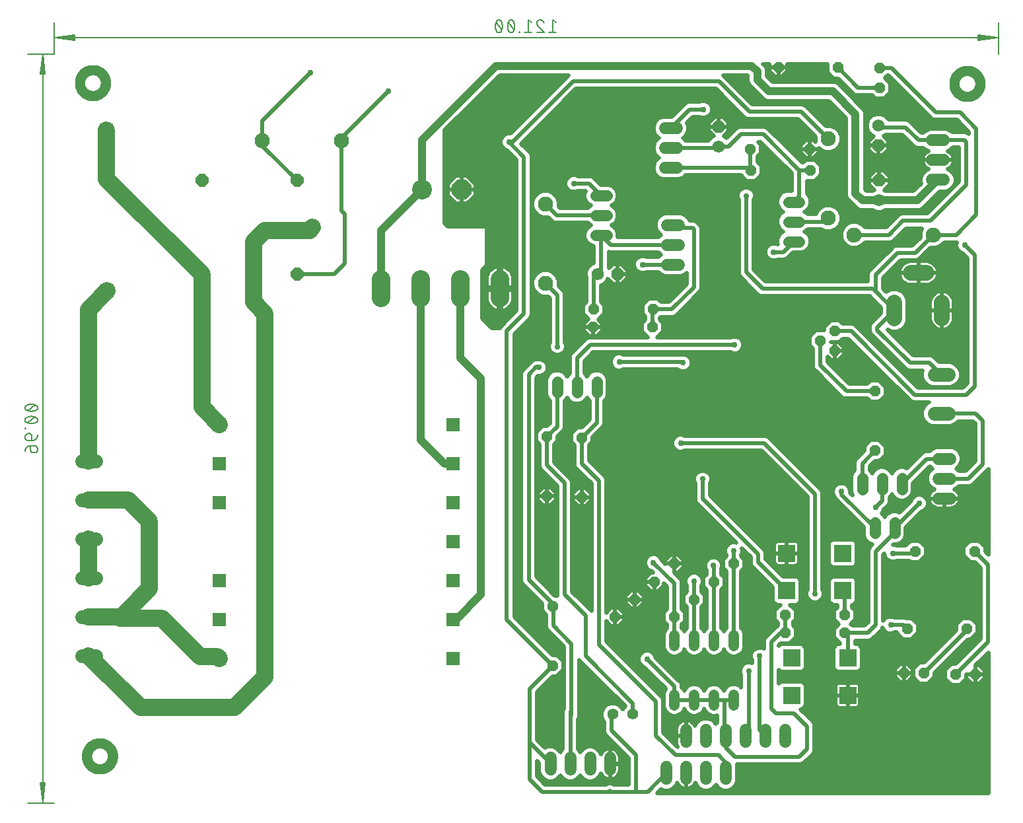
<source format=gbl>
G75*
%MOIN*%
%OFA0B0*%
%FSLAX25Y25*%
%IPPOS*%
%LPD*%
%AMOC8*
5,1,8,0,0,1.08239X$1,22.5*
%
%ADD10C,0.00512*%
%ADD11C,0.00600*%
%ADD12C,0.05000*%
%ADD13C,0.09450*%
%ADD14C,0.10000*%
%ADD15OC8,0.10000*%
%ADD16OC8,0.06200*%
%ADD17C,0.06200*%
%ADD18C,0.07600*%
%ADD19C,0.06000*%
%ADD20C,0.07874*%
%ADD21C,0.05600*%
%ADD22OC8,0.05200*%
%ADD23C,0.05200*%
%ADD24C,0.05512*%
%ADD25OC8,0.06496*%
%ADD26R,0.06600X0.06600*%
%ADD27R,0.08600X0.08600*%
%ADD28C,0.07050*%
%ADD29C,0.01969*%
%ADD30C,0.02978*%
%ADD31C,0.03937*%
%ADD32C,0.08661*%
D10*
X0005665Y0007496D02*
X0019247Y0007496D01*
X0013342Y0007752D02*
X0014365Y0017732D01*
X0014599Y0017732D02*
X0013342Y0007752D01*
X0012318Y0017732D01*
X0012085Y0017732D02*
X0014599Y0017732D01*
X0013854Y0017732D02*
X0013342Y0007752D01*
X0012830Y0017732D01*
X0012085Y0017732D02*
X0013342Y0007752D01*
X0013342Y0385193D01*
X0014365Y0375213D01*
X0014599Y0375213D02*
X0013342Y0385193D01*
X0012318Y0375213D01*
X0012085Y0375213D02*
X0014599Y0375213D01*
X0013854Y0375213D02*
X0013342Y0385193D01*
X0012830Y0375213D01*
X0012085Y0375213D02*
X0013342Y0385193D01*
X0019247Y0385449D02*
X0005665Y0385449D01*
X0019247Y0385449D02*
X0019247Y0401394D01*
X0019503Y0393717D02*
X0029484Y0392693D01*
X0029484Y0392460D02*
X0019503Y0393717D01*
X0029484Y0394740D01*
X0029484Y0394973D02*
X0029484Y0392460D01*
X0029484Y0393205D02*
X0019503Y0393717D01*
X0029484Y0394228D01*
X0029484Y0394973D02*
X0019503Y0393717D01*
X0495369Y0393717D01*
X0485389Y0392693D01*
X0485389Y0392460D02*
X0495369Y0393717D01*
X0485389Y0394740D01*
X0485389Y0394973D02*
X0485389Y0392460D01*
X0485389Y0393205D02*
X0495369Y0393717D01*
X0485389Y0394228D01*
X0485389Y0394973D02*
X0495369Y0393717D01*
X0495625Y0401394D02*
X0495625Y0385449D01*
D11*
X0272440Y0396278D02*
X0268885Y0396278D01*
X0270663Y0396278D02*
X0270663Y0402678D01*
X0272440Y0401256D01*
X0266286Y0396278D02*
X0262731Y0396278D01*
X0260132Y0396278D02*
X0256577Y0396278D01*
X0258354Y0396278D02*
X0258354Y0402678D01*
X0260132Y0401256D01*
X0263264Y0399834D02*
X0266286Y0396278D01*
X0266287Y0401256D02*
X0266258Y0401341D01*
X0266225Y0401423D01*
X0266188Y0401505D01*
X0266148Y0401585D01*
X0266105Y0401662D01*
X0266058Y0401738D01*
X0266008Y0401812D01*
X0265955Y0401884D01*
X0265899Y0401953D01*
X0265840Y0402020D01*
X0265778Y0402084D01*
X0265713Y0402145D01*
X0265646Y0402204D01*
X0265576Y0402259D01*
X0265504Y0402312D01*
X0265430Y0402361D01*
X0265353Y0402407D01*
X0265275Y0402449D01*
X0265195Y0402489D01*
X0265113Y0402524D01*
X0265030Y0402557D01*
X0264946Y0402585D01*
X0264860Y0402610D01*
X0264773Y0402631D01*
X0264686Y0402648D01*
X0264598Y0402662D01*
X0264509Y0402671D01*
X0264420Y0402677D01*
X0264331Y0402679D01*
X0264331Y0402678D02*
X0264252Y0402676D01*
X0264174Y0402670D01*
X0264096Y0402661D01*
X0264019Y0402647D01*
X0263942Y0402630D01*
X0263867Y0402609D01*
X0263792Y0402584D01*
X0263719Y0402556D01*
X0263647Y0402524D01*
X0263577Y0402489D01*
X0263508Y0402450D01*
X0263442Y0402408D01*
X0263378Y0402363D01*
X0263316Y0402315D01*
X0263257Y0402264D01*
X0263200Y0402209D01*
X0263145Y0402152D01*
X0263094Y0402093D01*
X0263046Y0402031D01*
X0263001Y0401967D01*
X0262959Y0401901D01*
X0262920Y0401832D01*
X0262885Y0401762D01*
X0262853Y0401690D01*
X0262825Y0401617D01*
X0262800Y0401542D01*
X0262779Y0401467D01*
X0262762Y0401390D01*
X0262748Y0401313D01*
X0262739Y0401235D01*
X0262733Y0401157D01*
X0262731Y0401078D01*
X0262730Y0401078D02*
X0262732Y0400996D01*
X0262738Y0400914D01*
X0262748Y0400833D01*
X0262761Y0400752D01*
X0262779Y0400672D01*
X0262800Y0400593D01*
X0262825Y0400515D01*
X0262853Y0400439D01*
X0262886Y0400363D01*
X0262921Y0400290D01*
X0262961Y0400218D01*
X0263003Y0400148D01*
X0263049Y0400080D01*
X0263098Y0400015D01*
X0263150Y0399952D01*
X0263206Y0399891D01*
X0263263Y0399833D01*
X0254224Y0396634D02*
X0253869Y0396634D01*
X0253869Y0396278D01*
X0254224Y0396278D01*
X0254224Y0396634D01*
X0248494Y0397167D02*
X0248434Y0397294D01*
X0248378Y0397423D01*
X0248325Y0397553D01*
X0248275Y0397685D01*
X0248229Y0397818D01*
X0248187Y0397952D01*
X0248148Y0398087D01*
X0248112Y0398224D01*
X0248081Y0398361D01*
X0248053Y0398499D01*
X0248028Y0398637D01*
X0248008Y0398776D01*
X0247991Y0398916D01*
X0247978Y0399056D01*
X0247969Y0399197D01*
X0247963Y0399337D01*
X0247961Y0399478D01*
X0242340Y0397167D02*
X0242280Y0397294D01*
X0242224Y0397423D01*
X0242171Y0397553D01*
X0242121Y0397685D01*
X0242075Y0397818D01*
X0242033Y0397952D01*
X0241994Y0398087D01*
X0241958Y0398224D01*
X0241927Y0398361D01*
X0241899Y0398499D01*
X0241874Y0398637D01*
X0241854Y0398776D01*
X0241837Y0398916D01*
X0241824Y0399056D01*
X0241815Y0399197D01*
X0241809Y0399337D01*
X0241807Y0399478D01*
X0245363Y0399478D02*
X0245361Y0399619D01*
X0245355Y0399759D01*
X0245346Y0399900D01*
X0245333Y0400040D01*
X0245316Y0400180D01*
X0245296Y0400319D01*
X0245271Y0400457D01*
X0245243Y0400595D01*
X0245212Y0400732D01*
X0245176Y0400869D01*
X0245137Y0401004D01*
X0245095Y0401138D01*
X0245049Y0401271D01*
X0244999Y0401403D01*
X0244946Y0401533D01*
X0244890Y0401662D01*
X0244830Y0401789D01*
X0244830Y0401790D02*
X0244805Y0401856D01*
X0244777Y0401921D01*
X0244745Y0401985D01*
X0244710Y0402046D01*
X0244671Y0402106D01*
X0244630Y0402164D01*
X0244585Y0402219D01*
X0244537Y0402271D01*
X0244487Y0402321D01*
X0244434Y0402369D01*
X0244379Y0402413D01*
X0244321Y0402454D01*
X0244261Y0402492D01*
X0244199Y0402527D01*
X0244135Y0402558D01*
X0244070Y0402586D01*
X0244003Y0402611D01*
X0243936Y0402631D01*
X0243867Y0402648D01*
X0243797Y0402662D01*
X0243727Y0402671D01*
X0243656Y0402677D01*
X0243585Y0402679D01*
X0243514Y0402677D01*
X0243443Y0402671D01*
X0243373Y0402662D01*
X0243303Y0402648D01*
X0243234Y0402631D01*
X0243167Y0402611D01*
X0243100Y0402586D01*
X0243035Y0402558D01*
X0242971Y0402527D01*
X0242909Y0402492D01*
X0242849Y0402454D01*
X0242792Y0402413D01*
X0242736Y0402369D01*
X0242683Y0402321D01*
X0242633Y0402271D01*
X0242585Y0402219D01*
X0242540Y0402164D01*
X0242499Y0402106D01*
X0242460Y0402046D01*
X0242425Y0401985D01*
X0242393Y0401921D01*
X0242365Y0401856D01*
X0242340Y0401790D01*
X0242163Y0401256D02*
X0245007Y0397701D01*
X0243585Y0396278D02*
X0243514Y0396280D01*
X0243443Y0396286D01*
X0243373Y0396295D01*
X0243303Y0396309D01*
X0243234Y0396326D01*
X0243167Y0396346D01*
X0243100Y0396371D01*
X0243035Y0396399D01*
X0242971Y0396430D01*
X0242909Y0396465D01*
X0242849Y0396503D01*
X0242792Y0396544D01*
X0242736Y0396588D01*
X0242683Y0396636D01*
X0242633Y0396686D01*
X0242585Y0396738D01*
X0242540Y0396793D01*
X0242499Y0396851D01*
X0242460Y0396911D01*
X0242425Y0396972D01*
X0242393Y0397036D01*
X0242365Y0397101D01*
X0242340Y0397167D01*
X0243585Y0396278D02*
X0243656Y0396280D01*
X0243727Y0396286D01*
X0243797Y0396295D01*
X0243867Y0396309D01*
X0243936Y0396326D01*
X0244003Y0396346D01*
X0244070Y0396371D01*
X0244135Y0396399D01*
X0244199Y0396430D01*
X0244261Y0396465D01*
X0244321Y0396503D01*
X0244379Y0396544D01*
X0244434Y0396588D01*
X0244487Y0396636D01*
X0244537Y0396686D01*
X0244585Y0396738D01*
X0244630Y0396793D01*
X0244671Y0396851D01*
X0244710Y0396911D01*
X0244745Y0396972D01*
X0244777Y0397036D01*
X0244805Y0397101D01*
X0244830Y0397167D01*
X0250983Y0397167D02*
X0251043Y0397294D01*
X0251099Y0397423D01*
X0251152Y0397553D01*
X0251202Y0397685D01*
X0251248Y0397818D01*
X0251290Y0397952D01*
X0251329Y0398087D01*
X0251365Y0398224D01*
X0251396Y0398361D01*
X0251424Y0398499D01*
X0251449Y0398637D01*
X0251469Y0398776D01*
X0251486Y0398916D01*
X0251499Y0399056D01*
X0251508Y0399197D01*
X0251514Y0399337D01*
X0251516Y0399478D01*
X0247961Y0399478D02*
X0247963Y0399619D01*
X0247969Y0399759D01*
X0247978Y0399900D01*
X0247991Y0400040D01*
X0248008Y0400180D01*
X0248028Y0400319D01*
X0248053Y0400457D01*
X0248081Y0400595D01*
X0248112Y0400732D01*
X0248148Y0400869D01*
X0248187Y0401004D01*
X0248229Y0401138D01*
X0248275Y0401271D01*
X0248325Y0401403D01*
X0248378Y0401533D01*
X0248434Y0401662D01*
X0248494Y0401789D01*
X0248317Y0401256D02*
X0251161Y0397701D01*
X0249739Y0396278D02*
X0249668Y0396280D01*
X0249597Y0396286D01*
X0249527Y0396295D01*
X0249457Y0396309D01*
X0249388Y0396326D01*
X0249321Y0396346D01*
X0249254Y0396371D01*
X0249189Y0396399D01*
X0249125Y0396430D01*
X0249063Y0396465D01*
X0249003Y0396503D01*
X0248946Y0396544D01*
X0248890Y0396588D01*
X0248837Y0396636D01*
X0248787Y0396686D01*
X0248739Y0396738D01*
X0248694Y0396793D01*
X0248653Y0396851D01*
X0248614Y0396911D01*
X0248579Y0396972D01*
X0248547Y0397036D01*
X0248519Y0397101D01*
X0248494Y0397167D01*
X0249739Y0396278D02*
X0249810Y0396280D01*
X0249881Y0396286D01*
X0249951Y0396295D01*
X0250021Y0396309D01*
X0250090Y0396326D01*
X0250157Y0396346D01*
X0250224Y0396371D01*
X0250289Y0396399D01*
X0250353Y0396430D01*
X0250415Y0396465D01*
X0250475Y0396503D01*
X0250533Y0396544D01*
X0250588Y0396588D01*
X0250641Y0396636D01*
X0250691Y0396686D01*
X0250739Y0396738D01*
X0250784Y0396793D01*
X0250825Y0396851D01*
X0250864Y0396911D01*
X0250899Y0396972D01*
X0250931Y0397036D01*
X0250959Y0397101D01*
X0250984Y0397167D01*
X0248494Y0401790D02*
X0248519Y0401856D01*
X0248547Y0401921D01*
X0248579Y0401985D01*
X0248614Y0402046D01*
X0248653Y0402106D01*
X0248694Y0402164D01*
X0248739Y0402219D01*
X0248787Y0402271D01*
X0248837Y0402321D01*
X0248890Y0402369D01*
X0248946Y0402413D01*
X0249003Y0402454D01*
X0249063Y0402492D01*
X0249125Y0402527D01*
X0249189Y0402558D01*
X0249254Y0402586D01*
X0249321Y0402611D01*
X0249388Y0402631D01*
X0249457Y0402648D01*
X0249527Y0402662D01*
X0249597Y0402671D01*
X0249668Y0402677D01*
X0249739Y0402679D01*
X0249810Y0402677D01*
X0249881Y0402671D01*
X0249951Y0402662D01*
X0250021Y0402648D01*
X0250090Y0402631D01*
X0250157Y0402611D01*
X0250224Y0402586D01*
X0250289Y0402558D01*
X0250353Y0402527D01*
X0250415Y0402492D01*
X0250475Y0402454D01*
X0250533Y0402413D01*
X0250588Y0402369D01*
X0250641Y0402321D01*
X0250691Y0402271D01*
X0250739Y0402219D01*
X0250784Y0402164D01*
X0250825Y0402106D01*
X0250864Y0402046D01*
X0250899Y0401985D01*
X0250931Y0401921D01*
X0250959Y0401856D01*
X0250984Y0401790D01*
X0242340Y0401789D02*
X0242280Y0401662D01*
X0242224Y0401533D01*
X0242171Y0401403D01*
X0242121Y0401271D01*
X0242075Y0401138D01*
X0242033Y0401004D01*
X0241994Y0400869D01*
X0241958Y0400732D01*
X0241927Y0400595D01*
X0241899Y0400457D01*
X0241874Y0400319D01*
X0241854Y0400180D01*
X0241837Y0400040D01*
X0241824Y0399900D01*
X0241815Y0399759D01*
X0241809Y0399619D01*
X0241807Y0399478D01*
X0245362Y0399478D02*
X0245360Y0399337D01*
X0245354Y0399197D01*
X0245345Y0399056D01*
X0245332Y0398916D01*
X0245315Y0398776D01*
X0245295Y0398637D01*
X0245270Y0398499D01*
X0245242Y0398361D01*
X0245211Y0398224D01*
X0245175Y0398087D01*
X0245136Y0397952D01*
X0245094Y0397818D01*
X0245048Y0397685D01*
X0244998Y0397553D01*
X0244945Y0397423D01*
X0244889Y0397294D01*
X0244829Y0397167D01*
X0251517Y0399478D02*
X0251515Y0399619D01*
X0251509Y0399759D01*
X0251500Y0399900D01*
X0251487Y0400040D01*
X0251470Y0400180D01*
X0251450Y0400319D01*
X0251425Y0400457D01*
X0251397Y0400595D01*
X0251366Y0400732D01*
X0251330Y0400869D01*
X0251291Y0401004D01*
X0251249Y0401138D01*
X0251203Y0401271D01*
X0251153Y0401403D01*
X0251100Y0401533D01*
X0251044Y0401662D01*
X0250984Y0401789D01*
X0009358Y0208345D02*
X0005802Y0205500D01*
X0004380Y0206923D02*
X0004382Y0206994D01*
X0004388Y0207065D01*
X0004397Y0207135D01*
X0004411Y0207205D01*
X0004428Y0207274D01*
X0004448Y0207341D01*
X0004473Y0207408D01*
X0004501Y0207473D01*
X0004532Y0207537D01*
X0004567Y0207599D01*
X0004605Y0207659D01*
X0004646Y0207716D01*
X0004690Y0207772D01*
X0004738Y0207825D01*
X0004788Y0207875D01*
X0004840Y0207923D01*
X0004895Y0207968D01*
X0004953Y0208009D01*
X0005013Y0208048D01*
X0005074Y0208083D01*
X0005138Y0208115D01*
X0005203Y0208143D01*
X0005269Y0208168D01*
X0004380Y0206923D02*
X0004382Y0206852D01*
X0004388Y0206781D01*
X0004397Y0206711D01*
X0004411Y0206641D01*
X0004428Y0206572D01*
X0004448Y0206505D01*
X0004473Y0206438D01*
X0004501Y0206373D01*
X0004532Y0206309D01*
X0004567Y0206247D01*
X0004605Y0206187D01*
X0004646Y0206129D01*
X0004690Y0206074D01*
X0004738Y0206021D01*
X0004788Y0205971D01*
X0004840Y0205923D01*
X0004895Y0205878D01*
X0004953Y0205837D01*
X0005013Y0205798D01*
X0005074Y0205763D01*
X0005138Y0205731D01*
X0005203Y0205703D01*
X0005269Y0205678D01*
X0005269Y0199524D02*
X0005396Y0199464D01*
X0005525Y0199408D01*
X0005655Y0199355D01*
X0005787Y0199305D01*
X0005920Y0199259D01*
X0006054Y0199217D01*
X0006189Y0199178D01*
X0006326Y0199142D01*
X0006463Y0199111D01*
X0006601Y0199083D01*
X0006739Y0199058D01*
X0006878Y0199038D01*
X0007018Y0199021D01*
X0007158Y0199008D01*
X0007299Y0198999D01*
X0007439Y0198993D01*
X0007580Y0198991D01*
X0007580Y0202546D02*
X0007721Y0202544D01*
X0007861Y0202538D01*
X0008002Y0202529D01*
X0008142Y0202516D01*
X0008282Y0202499D01*
X0008421Y0202479D01*
X0008559Y0202454D01*
X0008697Y0202426D01*
X0008834Y0202395D01*
X0008971Y0202359D01*
X0009106Y0202320D01*
X0009240Y0202278D01*
X0009373Y0202232D01*
X0009505Y0202182D01*
X0009635Y0202129D01*
X0009764Y0202073D01*
X0009891Y0202013D01*
X0009358Y0202191D02*
X0005802Y0199346D01*
X0004380Y0200768D02*
X0004382Y0200839D01*
X0004388Y0200910D01*
X0004397Y0200980D01*
X0004411Y0201050D01*
X0004428Y0201119D01*
X0004448Y0201186D01*
X0004473Y0201253D01*
X0004501Y0201318D01*
X0004532Y0201382D01*
X0004567Y0201444D01*
X0004605Y0201504D01*
X0004646Y0201561D01*
X0004690Y0201617D01*
X0004738Y0201670D01*
X0004788Y0201720D01*
X0004840Y0201768D01*
X0004895Y0201813D01*
X0004953Y0201854D01*
X0005013Y0201893D01*
X0005074Y0201928D01*
X0005138Y0201960D01*
X0005203Y0201988D01*
X0005269Y0202013D01*
X0004380Y0200768D02*
X0004382Y0200697D01*
X0004388Y0200626D01*
X0004397Y0200556D01*
X0004411Y0200486D01*
X0004428Y0200417D01*
X0004448Y0200350D01*
X0004473Y0200283D01*
X0004501Y0200218D01*
X0004532Y0200154D01*
X0004567Y0200092D01*
X0004605Y0200032D01*
X0004646Y0199974D01*
X0004690Y0199919D01*
X0004738Y0199866D01*
X0004788Y0199816D01*
X0004840Y0199768D01*
X0004895Y0199723D01*
X0004953Y0199682D01*
X0005013Y0199643D01*
X0005074Y0199608D01*
X0005138Y0199576D01*
X0005203Y0199548D01*
X0005269Y0199523D01*
X0004736Y0196638D02*
X0004380Y0196638D01*
X0004380Y0196283D01*
X0004736Y0196283D01*
X0004736Y0196638D01*
X0005269Y0202013D02*
X0005396Y0202073D01*
X0005525Y0202129D01*
X0005655Y0202182D01*
X0005787Y0202232D01*
X0005920Y0202278D01*
X0006054Y0202320D01*
X0006189Y0202359D01*
X0006326Y0202395D01*
X0006463Y0202426D01*
X0006601Y0202454D01*
X0006739Y0202479D01*
X0006878Y0202499D01*
X0007018Y0202516D01*
X0007158Y0202529D01*
X0007299Y0202538D01*
X0007439Y0202544D01*
X0007580Y0202546D01*
X0005269Y0208167D02*
X0005396Y0208227D01*
X0005525Y0208283D01*
X0005655Y0208336D01*
X0005787Y0208386D01*
X0005920Y0208432D01*
X0006054Y0208474D01*
X0006189Y0208513D01*
X0006326Y0208549D01*
X0006463Y0208580D01*
X0006601Y0208608D01*
X0006739Y0208633D01*
X0006878Y0208653D01*
X0007018Y0208670D01*
X0007158Y0208683D01*
X0007299Y0208692D01*
X0007439Y0208698D01*
X0007580Y0208700D01*
X0007580Y0205145D02*
X0007721Y0205147D01*
X0007861Y0205153D01*
X0008002Y0205162D01*
X0008142Y0205175D01*
X0008282Y0205192D01*
X0008421Y0205212D01*
X0008559Y0205237D01*
X0008697Y0205265D01*
X0008834Y0205296D01*
X0008971Y0205332D01*
X0009106Y0205371D01*
X0009240Y0205413D01*
X0009373Y0205459D01*
X0009505Y0205509D01*
X0009635Y0205562D01*
X0009764Y0205618D01*
X0009891Y0205678D01*
X0010780Y0206923D02*
X0010778Y0206994D01*
X0010772Y0207065D01*
X0010763Y0207135D01*
X0010749Y0207205D01*
X0010732Y0207274D01*
X0010712Y0207341D01*
X0010687Y0207408D01*
X0010659Y0207473D01*
X0010628Y0207537D01*
X0010593Y0207599D01*
X0010555Y0207659D01*
X0010514Y0207717D01*
X0010470Y0207772D01*
X0010422Y0207825D01*
X0010372Y0207875D01*
X0010320Y0207923D01*
X0010265Y0207968D01*
X0010207Y0208009D01*
X0010147Y0208048D01*
X0010086Y0208083D01*
X0010022Y0208115D01*
X0009957Y0208143D01*
X0009891Y0208168D01*
X0010780Y0206923D02*
X0010778Y0206852D01*
X0010772Y0206781D01*
X0010763Y0206711D01*
X0010749Y0206641D01*
X0010732Y0206572D01*
X0010712Y0206505D01*
X0010687Y0206438D01*
X0010659Y0206373D01*
X0010628Y0206309D01*
X0010593Y0206247D01*
X0010555Y0206187D01*
X0010514Y0206129D01*
X0010470Y0206074D01*
X0010422Y0206021D01*
X0010372Y0205971D01*
X0010320Y0205923D01*
X0010265Y0205878D01*
X0010207Y0205837D01*
X0010147Y0205798D01*
X0010086Y0205763D01*
X0010022Y0205731D01*
X0009957Y0205703D01*
X0009891Y0205678D01*
X0009891Y0199524D02*
X0009764Y0199464D01*
X0009635Y0199408D01*
X0009505Y0199355D01*
X0009373Y0199305D01*
X0009240Y0199259D01*
X0009106Y0199217D01*
X0008971Y0199178D01*
X0008834Y0199142D01*
X0008697Y0199111D01*
X0008559Y0199083D01*
X0008421Y0199058D01*
X0008282Y0199038D01*
X0008142Y0199021D01*
X0008002Y0199008D01*
X0007861Y0198999D01*
X0007721Y0198993D01*
X0007580Y0198991D01*
X0010780Y0200768D02*
X0010778Y0200839D01*
X0010772Y0200910D01*
X0010763Y0200980D01*
X0010749Y0201050D01*
X0010732Y0201119D01*
X0010712Y0201186D01*
X0010687Y0201253D01*
X0010659Y0201318D01*
X0010628Y0201382D01*
X0010593Y0201444D01*
X0010555Y0201504D01*
X0010514Y0201562D01*
X0010470Y0201617D01*
X0010422Y0201670D01*
X0010372Y0201720D01*
X0010320Y0201768D01*
X0010265Y0201813D01*
X0010207Y0201854D01*
X0010147Y0201893D01*
X0010086Y0201928D01*
X0010022Y0201960D01*
X0009957Y0201988D01*
X0009891Y0202013D01*
X0010780Y0200768D02*
X0010778Y0200697D01*
X0010772Y0200626D01*
X0010763Y0200556D01*
X0010749Y0200486D01*
X0010732Y0200417D01*
X0010712Y0200350D01*
X0010687Y0200283D01*
X0010659Y0200218D01*
X0010628Y0200154D01*
X0010593Y0200092D01*
X0010555Y0200032D01*
X0010514Y0199974D01*
X0010470Y0199919D01*
X0010422Y0199866D01*
X0010372Y0199816D01*
X0010320Y0199768D01*
X0010265Y0199723D01*
X0010207Y0199682D01*
X0010147Y0199643D01*
X0010086Y0199608D01*
X0010022Y0199576D01*
X0009957Y0199548D01*
X0009891Y0199523D01*
X0009891Y0208167D02*
X0009764Y0208227D01*
X0009635Y0208283D01*
X0009505Y0208336D01*
X0009373Y0208386D01*
X0009240Y0208432D01*
X0009106Y0208474D01*
X0008971Y0208513D01*
X0008834Y0208549D01*
X0008697Y0208580D01*
X0008559Y0208608D01*
X0008421Y0208633D01*
X0008282Y0208653D01*
X0008142Y0208670D01*
X0008002Y0208683D01*
X0007861Y0208692D01*
X0007721Y0208698D01*
X0007580Y0208700D01*
X0007580Y0205145D02*
X0007439Y0205147D01*
X0007299Y0205153D01*
X0007158Y0205162D01*
X0007018Y0205175D01*
X0006878Y0205192D01*
X0006739Y0205212D01*
X0006601Y0205237D01*
X0006463Y0205265D01*
X0006326Y0205296D01*
X0006189Y0205332D01*
X0006054Y0205371D01*
X0005920Y0205413D01*
X0005787Y0205459D01*
X0005655Y0205509D01*
X0005525Y0205562D01*
X0005396Y0205618D01*
X0005269Y0205678D01*
X0006158Y0193931D02*
X0006513Y0193931D01*
X0006513Y0193930D02*
X0006587Y0193928D01*
X0006662Y0193922D01*
X0006735Y0193912D01*
X0006809Y0193899D01*
X0006881Y0193882D01*
X0006952Y0193860D01*
X0007023Y0193836D01*
X0007091Y0193807D01*
X0007159Y0193775D01*
X0007224Y0193739D01*
X0007287Y0193701D01*
X0007349Y0193658D01*
X0007408Y0193613D01*
X0007465Y0193565D01*
X0007519Y0193514D01*
X0007570Y0193460D01*
X0007618Y0193403D01*
X0007663Y0193344D01*
X0007706Y0193282D01*
X0007744Y0193219D01*
X0007780Y0193154D01*
X0007812Y0193086D01*
X0007841Y0193018D01*
X0007865Y0192947D01*
X0007887Y0192876D01*
X0007904Y0192804D01*
X0007917Y0192730D01*
X0007927Y0192657D01*
X0007933Y0192582D01*
X0007935Y0192508D01*
X0007936Y0192508D02*
X0007936Y0190375D01*
X0006158Y0190375D01*
X0006075Y0190377D01*
X0005992Y0190383D01*
X0005909Y0190393D01*
X0005826Y0190406D01*
X0005745Y0190424D01*
X0005664Y0190445D01*
X0005585Y0190470D01*
X0005507Y0190499D01*
X0005430Y0190531D01*
X0005355Y0190567D01*
X0005281Y0190606D01*
X0005210Y0190649D01*
X0005140Y0190695D01*
X0005073Y0190745D01*
X0005008Y0190797D01*
X0004946Y0190852D01*
X0004886Y0190911D01*
X0004829Y0190972D01*
X0004775Y0191035D01*
X0004724Y0191101D01*
X0004677Y0191170D01*
X0004632Y0191240D01*
X0004591Y0191313D01*
X0004554Y0191387D01*
X0004519Y0191463D01*
X0004489Y0191541D01*
X0004462Y0191619D01*
X0004439Y0191700D01*
X0004419Y0191781D01*
X0004404Y0191863D01*
X0004392Y0191945D01*
X0004384Y0192028D01*
X0004380Y0192111D01*
X0004380Y0192195D01*
X0004384Y0192278D01*
X0004392Y0192361D01*
X0004404Y0192443D01*
X0004419Y0192525D01*
X0004439Y0192606D01*
X0004462Y0192687D01*
X0004489Y0192765D01*
X0004519Y0192843D01*
X0004554Y0192919D01*
X0004591Y0192993D01*
X0004632Y0193066D01*
X0004677Y0193136D01*
X0004724Y0193205D01*
X0004775Y0193271D01*
X0004829Y0193334D01*
X0004886Y0193395D01*
X0004946Y0193454D01*
X0005008Y0193509D01*
X0005073Y0193561D01*
X0005140Y0193611D01*
X0005210Y0193657D01*
X0005281Y0193700D01*
X0005355Y0193739D01*
X0005430Y0193775D01*
X0005507Y0193807D01*
X0005585Y0193836D01*
X0005664Y0193861D01*
X0005745Y0193882D01*
X0005826Y0193900D01*
X0005909Y0193913D01*
X0005992Y0193923D01*
X0006075Y0193929D01*
X0006158Y0193931D01*
X0007936Y0190376D02*
X0008040Y0190378D01*
X0008144Y0190384D01*
X0008247Y0190393D01*
X0008350Y0190406D01*
X0008453Y0190423D01*
X0008554Y0190444D01*
X0008655Y0190468D01*
X0008755Y0190497D01*
X0008854Y0190528D01*
X0008952Y0190564D01*
X0009048Y0190603D01*
X0009143Y0190645D01*
X0009236Y0190691D01*
X0009328Y0190740D01*
X0009418Y0190792D01*
X0009505Y0190848D01*
X0009591Y0190907D01*
X0009674Y0190969D01*
X0009755Y0191034D01*
X0009834Y0191102D01*
X0009910Y0191173D01*
X0009983Y0191246D01*
X0010054Y0191322D01*
X0010122Y0191401D01*
X0010187Y0191482D01*
X0010249Y0191565D01*
X0010308Y0191651D01*
X0010364Y0191738D01*
X0010416Y0191828D01*
X0010465Y0191920D01*
X0010511Y0192013D01*
X0010553Y0192108D01*
X0010592Y0192204D01*
X0010628Y0192302D01*
X0010659Y0192401D01*
X0010688Y0192501D01*
X0010712Y0192602D01*
X0010733Y0192703D01*
X0010750Y0192806D01*
X0010763Y0192909D01*
X0010772Y0193012D01*
X0010778Y0193116D01*
X0010780Y0193220D01*
X0009002Y0187777D02*
X0007224Y0187777D01*
X0007224Y0185643D01*
X0007224Y0187776D02*
X0007120Y0187774D01*
X0007016Y0187768D01*
X0006913Y0187759D01*
X0006810Y0187746D01*
X0006707Y0187729D01*
X0006606Y0187708D01*
X0006505Y0187684D01*
X0006405Y0187655D01*
X0006306Y0187624D01*
X0006208Y0187588D01*
X0006112Y0187549D01*
X0006017Y0187507D01*
X0005924Y0187461D01*
X0005832Y0187412D01*
X0005742Y0187360D01*
X0005655Y0187304D01*
X0005569Y0187245D01*
X0005486Y0187183D01*
X0005405Y0187118D01*
X0005326Y0187050D01*
X0005250Y0186979D01*
X0005177Y0186906D01*
X0005106Y0186830D01*
X0005038Y0186751D01*
X0004973Y0186670D01*
X0004911Y0186587D01*
X0004852Y0186501D01*
X0004796Y0186414D01*
X0004744Y0186324D01*
X0004695Y0186232D01*
X0004649Y0186139D01*
X0004607Y0186044D01*
X0004568Y0185948D01*
X0004532Y0185850D01*
X0004501Y0185751D01*
X0004472Y0185651D01*
X0004448Y0185550D01*
X0004427Y0185449D01*
X0004410Y0185346D01*
X0004397Y0185243D01*
X0004388Y0185140D01*
X0004382Y0185036D01*
X0004380Y0184932D01*
X0008647Y0184221D02*
X0009002Y0184221D01*
X0008647Y0184221D02*
X0008573Y0184223D01*
X0008498Y0184229D01*
X0008425Y0184239D01*
X0008351Y0184252D01*
X0008279Y0184269D01*
X0008208Y0184291D01*
X0008137Y0184315D01*
X0008069Y0184344D01*
X0008001Y0184376D01*
X0007936Y0184412D01*
X0007873Y0184450D01*
X0007811Y0184493D01*
X0007752Y0184538D01*
X0007695Y0184586D01*
X0007641Y0184637D01*
X0007590Y0184691D01*
X0007542Y0184748D01*
X0007497Y0184807D01*
X0007454Y0184869D01*
X0007416Y0184932D01*
X0007380Y0184997D01*
X0007348Y0185065D01*
X0007319Y0185133D01*
X0007295Y0185204D01*
X0007273Y0185275D01*
X0007256Y0185347D01*
X0007243Y0185421D01*
X0007233Y0185494D01*
X0007227Y0185569D01*
X0007225Y0185643D01*
X0009002Y0184221D02*
X0009085Y0184223D01*
X0009168Y0184229D01*
X0009251Y0184239D01*
X0009334Y0184252D01*
X0009415Y0184270D01*
X0009496Y0184291D01*
X0009575Y0184316D01*
X0009653Y0184345D01*
X0009730Y0184377D01*
X0009805Y0184413D01*
X0009879Y0184452D01*
X0009950Y0184495D01*
X0010020Y0184541D01*
X0010087Y0184591D01*
X0010152Y0184643D01*
X0010214Y0184698D01*
X0010274Y0184757D01*
X0010331Y0184818D01*
X0010385Y0184881D01*
X0010436Y0184947D01*
X0010483Y0185016D01*
X0010528Y0185086D01*
X0010569Y0185159D01*
X0010606Y0185233D01*
X0010641Y0185309D01*
X0010671Y0185387D01*
X0010698Y0185465D01*
X0010721Y0185546D01*
X0010741Y0185627D01*
X0010756Y0185709D01*
X0010768Y0185791D01*
X0010776Y0185874D01*
X0010780Y0185957D01*
X0010780Y0186041D01*
X0010776Y0186124D01*
X0010768Y0186207D01*
X0010756Y0186289D01*
X0010741Y0186371D01*
X0010721Y0186452D01*
X0010698Y0186533D01*
X0010671Y0186611D01*
X0010641Y0186689D01*
X0010606Y0186765D01*
X0010569Y0186839D01*
X0010528Y0186912D01*
X0010483Y0186982D01*
X0010436Y0187051D01*
X0010385Y0187117D01*
X0010331Y0187180D01*
X0010274Y0187241D01*
X0010214Y0187300D01*
X0010152Y0187355D01*
X0010087Y0187407D01*
X0010020Y0187457D01*
X0009950Y0187503D01*
X0009879Y0187546D01*
X0009805Y0187585D01*
X0009730Y0187621D01*
X0009653Y0187653D01*
X0009575Y0187682D01*
X0009496Y0187707D01*
X0009415Y0187728D01*
X0009334Y0187746D01*
X0009251Y0187759D01*
X0009168Y0187769D01*
X0009085Y0187775D01*
X0009002Y0187777D01*
D12*
X0035530Y0031118D02*
X0035532Y0031279D01*
X0035538Y0031441D01*
X0035548Y0031602D01*
X0035562Y0031763D01*
X0035580Y0031923D01*
X0035601Y0032083D01*
X0035627Y0032242D01*
X0035657Y0032401D01*
X0035690Y0032559D01*
X0035728Y0032716D01*
X0035769Y0032872D01*
X0035814Y0033027D01*
X0035863Y0033181D01*
X0035916Y0033334D01*
X0035972Y0033485D01*
X0036033Y0033635D01*
X0036096Y0033783D01*
X0036164Y0033930D01*
X0036235Y0034075D01*
X0036310Y0034218D01*
X0036388Y0034359D01*
X0036469Y0034498D01*
X0036554Y0034636D01*
X0036643Y0034771D01*
X0036734Y0034904D01*
X0036829Y0035034D01*
X0036927Y0035162D01*
X0037028Y0035288D01*
X0037133Y0035411D01*
X0037240Y0035532D01*
X0037350Y0035650D01*
X0037463Y0035765D01*
X0037579Y0035878D01*
X0037698Y0035987D01*
X0037819Y0036094D01*
X0037943Y0036197D01*
X0038069Y0036298D01*
X0038198Y0036395D01*
X0038329Y0036489D01*
X0038463Y0036580D01*
X0038599Y0036667D01*
X0038736Y0036751D01*
X0038876Y0036832D01*
X0039018Y0036909D01*
X0039162Y0036983D01*
X0039307Y0037053D01*
X0039454Y0037120D01*
X0039603Y0037183D01*
X0039753Y0037242D01*
X0039904Y0037298D01*
X0040057Y0037349D01*
X0040211Y0037397D01*
X0040367Y0037441D01*
X0040523Y0037482D01*
X0040680Y0037518D01*
X0040838Y0037551D01*
X0040997Y0037580D01*
X0041157Y0037604D01*
X0041317Y0037625D01*
X0041477Y0037642D01*
X0041638Y0037655D01*
X0041800Y0037664D01*
X0041961Y0037669D01*
X0042122Y0037670D01*
X0042284Y0037667D01*
X0042445Y0037660D01*
X0042606Y0037649D01*
X0042767Y0037634D01*
X0042927Y0037615D01*
X0043087Y0037592D01*
X0043246Y0037566D01*
X0043405Y0037535D01*
X0043562Y0037501D01*
X0043719Y0037462D01*
X0043875Y0037420D01*
X0044030Y0037374D01*
X0044183Y0037324D01*
X0044336Y0037270D01*
X0044486Y0037213D01*
X0044636Y0037152D01*
X0044784Y0037087D01*
X0044930Y0037019D01*
X0045075Y0036947D01*
X0045217Y0036871D01*
X0045358Y0036792D01*
X0045497Y0036710D01*
X0045634Y0036624D01*
X0045768Y0036535D01*
X0045900Y0036442D01*
X0046030Y0036347D01*
X0046158Y0036248D01*
X0046283Y0036146D01*
X0046406Y0036041D01*
X0046526Y0035933D01*
X0046643Y0035822D01*
X0046758Y0035708D01*
X0046869Y0035591D01*
X0046978Y0035472D01*
X0047084Y0035350D01*
X0047187Y0035226D01*
X0047286Y0035099D01*
X0047383Y0034969D01*
X0047476Y0034837D01*
X0047566Y0034703D01*
X0047653Y0034567D01*
X0047736Y0034429D01*
X0047816Y0034289D01*
X0047892Y0034146D01*
X0047965Y0034002D01*
X0048034Y0033856D01*
X0048100Y0033709D01*
X0048162Y0033560D01*
X0048220Y0033409D01*
X0048275Y0033257D01*
X0048326Y0033104D01*
X0048373Y0032950D01*
X0048416Y0032794D01*
X0048455Y0032638D01*
X0048491Y0032480D01*
X0048522Y0032322D01*
X0048550Y0032163D01*
X0048574Y0032003D01*
X0048594Y0031843D01*
X0048610Y0031682D01*
X0048622Y0031521D01*
X0048630Y0031360D01*
X0048634Y0031199D01*
X0048634Y0031037D01*
X0048630Y0030876D01*
X0048622Y0030715D01*
X0048610Y0030554D01*
X0048594Y0030393D01*
X0048574Y0030233D01*
X0048550Y0030073D01*
X0048522Y0029914D01*
X0048491Y0029756D01*
X0048455Y0029598D01*
X0048416Y0029442D01*
X0048373Y0029286D01*
X0048326Y0029132D01*
X0048275Y0028979D01*
X0048220Y0028827D01*
X0048162Y0028676D01*
X0048100Y0028527D01*
X0048034Y0028380D01*
X0047965Y0028234D01*
X0047892Y0028090D01*
X0047816Y0027947D01*
X0047736Y0027807D01*
X0047653Y0027669D01*
X0047566Y0027533D01*
X0047476Y0027399D01*
X0047383Y0027267D01*
X0047286Y0027137D01*
X0047187Y0027010D01*
X0047084Y0026886D01*
X0046978Y0026764D01*
X0046869Y0026645D01*
X0046758Y0026528D01*
X0046643Y0026414D01*
X0046526Y0026303D01*
X0046406Y0026195D01*
X0046283Y0026090D01*
X0046158Y0025988D01*
X0046030Y0025889D01*
X0045900Y0025794D01*
X0045768Y0025701D01*
X0045634Y0025612D01*
X0045497Y0025526D01*
X0045358Y0025444D01*
X0045217Y0025365D01*
X0045075Y0025289D01*
X0044930Y0025217D01*
X0044784Y0025149D01*
X0044636Y0025084D01*
X0044486Y0025023D01*
X0044336Y0024966D01*
X0044183Y0024912D01*
X0044030Y0024862D01*
X0043875Y0024816D01*
X0043719Y0024774D01*
X0043562Y0024735D01*
X0043405Y0024701D01*
X0043246Y0024670D01*
X0043087Y0024644D01*
X0042927Y0024621D01*
X0042767Y0024602D01*
X0042606Y0024587D01*
X0042445Y0024576D01*
X0042284Y0024569D01*
X0042122Y0024566D01*
X0041961Y0024567D01*
X0041800Y0024572D01*
X0041638Y0024581D01*
X0041477Y0024594D01*
X0041317Y0024611D01*
X0041157Y0024632D01*
X0040997Y0024656D01*
X0040838Y0024685D01*
X0040680Y0024718D01*
X0040523Y0024754D01*
X0040367Y0024795D01*
X0040211Y0024839D01*
X0040057Y0024887D01*
X0039904Y0024938D01*
X0039753Y0024994D01*
X0039603Y0025053D01*
X0039454Y0025116D01*
X0039307Y0025183D01*
X0039162Y0025253D01*
X0039018Y0025327D01*
X0038876Y0025404D01*
X0038736Y0025485D01*
X0038599Y0025569D01*
X0038463Y0025656D01*
X0038329Y0025747D01*
X0038198Y0025841D01*
X0038069Y0025938D01*
X0037943Y0026039D01*
X0037819Y0026142D01*
X0037698Y0026249D01*
X0037579Y0026358D01*
X0037463Y0026471D01*
X0037350Y0026586D01*
X0037240Y0026704D01*
X0037133Y0026825D01*
X0037028Y0026948D01*
X0036927Y0027074D01*
X0036829Y0027202D01*
X0036734Y0027332D01*
X0036643Y0027465D01*
X0036554Y0027600D01*
X0036469Y0027738D01*
X0036388Y0027877D01*
X0036310Y0028018D01*
X0036235Y0028161D01*
X0036164Y0028306D01*
X0036096Y0028453D01*
X0036033Y0028601D01*
X0035972Y0028751D01*
X0035916Y0028902D01*
X0035863Y0029055D01*
X0035814Y0029209D01*
X0035769Y0029364D01*
X0035728Y0029520D01*
X0035690Y0029677D01*
X0035657Y0029835D01*
X0035627Y0029994D01*
X0035601Y0030153D01*
X0035580Y0030313D01*
X0035562Y0030473D01*
X0035548Y0030634D01*
X0035538Y0030795D01*
X0035532Y0030957D01*
X0035530Y0031118D01*
X0031987Y0370882D02*
X0031989Y0371043D01*
X0031995Y0371205D01*
X0032005Y0371366D01*
X0032019Y0371527D01*
X0032037Y0371687D01*
X0032058Y0371847D01*
X0032084Y0372006D01*
X0032114Y0372165D01*
X0032147Y0372323D01*
X0032185Y0372480D01*
X0032226Y0372636D01*
X0032271Y0372791D01*
X0032320Y0372945D01*
X0032373Y0373098D01*
X0032429Y0373249D01*
X0032490Y0373399D01*
X0032553Y0373547D01*
X0032621Y0373694D01*
X0032692Y0373839D01*
X0032767Y0373982D01*
X0032845Y0374123D01*
X0032926Y0374262D01*
X0033011Y0374400D01*
X0033100Y0374535D01*
X0033191Y0374668D01*
X0033286Y0374798D01*
X0033384Y0374926D01*
X0033485Y0375052D01*
X0033590Y0375175D01*
X0033697Y0375296D01*
X0033807Y0375414D01*
X0033920Y0375529D01*
X0034036Y0375642D01*
X0034155Y0375751D01*
X0034276Y0375858D01*
X0034400Y0375961D01*
X0034526Y0376062D01*
X0034655Y0376159D01*
X0034786Y0376253D01*
X0034920Y0376344D01*
X0035056Y0376431D01*
X0035193Y0376515D01*
X0035333Y0376596D01*
X0035475Y0376673D01*
X0035619Y0376747D01*
X0035764Y0376817D01*
X0035911Y0376884D01*
X0036060Y0376947D01*
X0036210Y0377006D01*
X0036361Y0377062D01*
X0036514Y0377113D01*
X0036668Y0377161D01*
X0036824Y0377205D01*
X0036980Y0377246D01*
X0037137Y0377282D01*
X0037295Y0377315D01*
X0037454Y0377344D01*
X0037614Y0377368D01*
X0037774Y0377389D01*
X0037934Y0377406D01*
X0038095Y0377419D01*
X0038257Y0377428D01*
X0038418Y0377433D01*
X0038579Y0377434D01*
X0038741Y0377431D01*
X0038902Y0377424D01*
X0039063Y0377413D01*
X0039224Y0377398D01*
X0039384Y0377379D01*
X0039544Y0377356D01*
X0039703Y0377330D01*
X0039862Y0377299D01*
X0040019Y0377265D01*
X0040176Y0377226D01*
X0040332Y0377184D01*
X0040487Y0377138D01*
X0040640Y0377088D01*
X0040793Y0377034D01*
X0040943Y0376977D01*
X0041093Y0376916D01*
X0041241Y0376851D01*
X0041387Y0376783D01*
X0041532Y0376711D01*
X0041674Y0376635D01*
X0041815Y0376556D01*
X0041954Y0376474D01*
X0042091Y0376388D01*
X0042225Y0376299D01*
X0042357Y0376206D01*
X0042487Y0376111D01*
X0042615Y0376012D01*
X0042740Y0375910D01*
X0042863Y0375805D01*
X0042983Y0375697D01*
X0043100Y0375586D01*
X0043215Y0375472D01*
X0043326Y0375355D01*
X0043435Y0375236D01*
X0043541Y0375114D01*
X0043644Y0374990D01*
X0043743Y0374863D01*
X0043840Y0374733D01*
X0043933Y0374601D01*
X0044023Y0374467D01*
X0044110Y0374331D01*
X0044193Y0374193D01*
X0044273Y0374053D01*
X0044349Y0373910D01*
X0044422Y0373766D01*
X0044491Y0373620D01*
X0044557Y0373473D01*
X0044619Y0373324D01*
X0044677Y0373173D01*
X0044732Y0373021D01*
X0044783Y0372868D01*
X0044830Y0372714D01*
X0044873Y0372558D01*
X0044912Y0372402D01*
X0044948Y0372244D01*
X0044979Y0372086D01*
X0045007Y0371927D01*
X0045031Y0371767D01*
X0045051Y0371607D01*
X0045067Y0371446D01*
X0045079Y0371285D01*
X0045087Y0371124D01*
X0045091Y0370963D01*
X0045091Y0370801D01*
X0045087Y0370640D01*
X0045079Y0370479D01*
X0045067Y0370318D01*
X0045051Y0370157D01*
X0045031Y0369997D01*
X0045007Y0369837D01*
X0044979Y0369678D01*
X0044948Y0369520D01*
X0044912Y0369362D01*
X0044873Y0369206D01*
X0044830Y0369050D01*
X0044783Y0368896D01*
X0044732Y0368743D01*
X0044677Y0368591D01*
X0044619Y0368440D01*
X0044557Y0368291D01*
X0044491Y0368144D01*
X0044422Y0367998D01*
X0044349Y0367854D01*
X0044273Y0367711D01*
X0044193Y0367571D01*
X0044110Y0367433D01*
X0044023Y0367297D01*
X0043933Y0367163D01*
X0043840Y0367031D01*
X0043743Y0366901D01*
X0043644Y0366774D01*
X0043541Y0366650D01*
X0043435Y0366528D01*
X0043326Y0366409D01*
X0043215Y0366292D01*
X0043100Y0366178D01*
X0042983Y0366067D01*
X0042863Y0365959D01*
X0042740Y0365854D01*
X0042615Y0365752D01*
X0042487Y0365653D01*
X0042357Y0365558D01*
X0042225Y0365465D01*
X0042091Y0365376D01*
X0041954Y0365290D01*
X0041815Y0365208D01*
X0041674Y0365129D01*
X0041532Y0365053D01*
X0041387Y0364981D01*
X0041241Y0364913D01*
X0041093Y0364848D01*
X0040943Y0364787D01*
X0040793Y0364730D01*
X0040640Y0364676D01*
X0040487Y0364626D01*
X0040332Y0364580D01*
X0040176Y0364538D01*
X0040019Y0364499D01*
X0039862Y0364465D01*
X0039703Y0364434D01*
X0039544Y0364408D01*
X0039384Y0364385D01*
X0039224Y0364366D01*
X0039063Y0364351D01*
X0038902Y0364340D01*
X0038741Y0364333D01*
X0038579Y0364330D01*
X0038418Y0364331D01*
X0038257Y0364336D01*
X0038095Y0364345D01*
X0037934Y0364358D01*
X0037774Y0364375D01*
X0037614Y0364396D01*
X0037454Y0364420D01*
X0037295Y0364449D01*
X0037137Y0364482D01*
X0036980Y0364518D01*
X0036824Y0364559D01*
X0036668Y0364603D01*
X0036514Y0364651D01*
X0036361Y0364702D01*
X0036210Y0364758D01*
X0036060Y0364817D01*
X0035911Y0364880D01*
X0035764Y0364947D01*
X0035619Y0365017D01*
X0035475Y0365091D01*
X0035333Y0365168D01*
X0035193Y0365249D01*
X0035056Y0365333D01*
X0034920Y0365420D01*
X0034786Y0365511D01*
X0034655Y0365605D01*
X0034526Y0365702D01*
X0034400Y0365803D01*
X0034276Y0365906D01*
X0034155Y0366013D01*
X0034036Y0366122D01*
X0033920Y0366235D01*
X0033807Y0366350D01*
X0033697Y0366468D01*
X0033590Y0366589D01*
X0033485Y0366712D01*
X0033384Y0366838D01*
X0033286Y0366966D01*
X0033191Y0367096D01*
X0033100Y0367229D01*
X0033011Y0367364D01*
X0032926Y0367502D01*
X0032845Y0367641D01*
X0032767Y0367782D01*
X0032692Y0367925D01*
X0032621Y0368070D01*
X0032553Y0368217D01*
X0032490Y0368365D01*
X0032429Y0368515D01*
X0032373Y0368666D01*
X0032320Y0368819D01*
X0032271Y0368973D01*
X0032226Y0369128D01*
X0032185Y0369284D01*
X0032147Y0369441D01*
X0032114Y0369599D01*
X0032084Y0369758D01*
X0032058Y0369917D01*
X0032037Y0370077D01*
X0032019Y0370237D01*
X0032005Y0370398D01*
X0031995Y0370559D01*
X0031989Y0370721D01*
X0031987Y0370882D01*
X0473325Y0370488D02*
X0473327Y0370649D01*
X0473333Y0370811D01*
X0473343Y0370972D01*
X0473357Y0371133D01*
X0473375Y0371293D01*
X0473396Y0371453D01*
X0473422Y0371612D01*
X0473452Y0371771D01*
X0473485Y0371929D01*
X0473523Y0372086D01*
X0473564Y0372242D01*
X0473609Y0372397D01*
X0473658Y0372551D01*
X0473711Y0372704D01*
X0473767Y0372855D01*
X0473828Y0373005D01*
X0473891Y0373153D01*
X0473959Y0373300D01*
X0474030Y0373445D01*
X0474105Y0373588D01*
X0474183Y0373729D01*
X0474264Y0373868D01*
X0474349Y0374006D01*
X0474438Y0374141D01*
X0474529Y0374274D01*
X0474624Y0374404D01*
X0474722Y0374532D01*
X0474823Y0374658D01*
X0474928Y0374781D01*
X0475035Y0374902D01*
X0475145Y0375020D01*
X0475258Y0375135D01*
X0475374Y0375248D01*
X0475493Y0375357D01*
X0475614Y0375464D01*
X0475738Y0375567D01*
X0475864Y0375668D01*
X0475993Y0375765D01*
X0476124Y0375859D01*
X0476258Y0375950D01*
X0476394Y0376037D01*
X0476531Y0376121D01*
X0476671Y0376202D01*
X0476813Y0376279D01*
X0476957Y0376353D01*
X0477102Y0376423D01*
X0477249Y0376490D01*
X0477398Y0376553D01*
X0477548Y0376612D01*
X0477699Y0376668D01*
X0477852Y0376719D01*
X0478006Y0376767D01*
X0478162Y0376811D01*
X0478318Y0376852D01*
X0478475Y0376888D01*
X0478633Y0376921D01*
X0478792Y0376950D01*
X0478952Y0376974D01*
X0479112Y0376995D01*
X0479272Y0377012D01*
X0479433Y0377025D01*
X0479595Y0377034D01*
X0479756Y0377039D01*
X0479917Y0377040D01*
X0480079Y0377037D01*
X0480240Y0377030D01*
X0480401Y0377019D01*
X0480562Y0377004D01*
X0480722Y0376985D01*
X0480882Y0376962D01*
X0481041Y0376936D01*
X0481200Y0376905D01*
X0481357Y0376871D01*
X0481514Y0376832D01*
X0481670Y0376790D01*
X0481825Y0376744D01*
X0481978Y0376694D01*
X0482131Y0376640D01*
X0482281Y0376583D01*
X0482431Y0376522D01*
X0482579Y0376457D01*
X0482725Y0376389D01*
X0482870Y0376317D01*
X0483012Y0376241D01*
X0483153Y0376162D01*
X0483292Y0376080D01*
X0483429Y0375994D01*
X0483563Y0375905D01*
X0483695Y0375812D01*
X0483825Y0375717D01*
X0483953Y0375618D01*
X0484078Y0375516D01*
X0484201Y0375411D01*
X0484321Y0375303D01*
X0484438Y0375192D01*
X0484553Y0375078D01*
X0484664Y0374961D01*
X0484773Y0374842D01*
X0484879Y0374720D01*
X0484982Y0374596D01*
X0485081Y0374469D01*
X0485178Y0374339D01*
X0485271Y0374207D01*
X0485361Y0374073D01*
X0485448Y0373937D01*
X0485531Y0373799D01*
X0485611Y0373659D01*
X0485687Y0373516D01*
X0485760Y0373372D01*
X0485829Y0373226D01*
X0485895Y0373079D01*
X0485957Y0372930D01*
X0486015Y0372779D01*
X0486070Y0372627D01*
X0486121Y0372474D01*
X0486168Y0372320D01*
X0486211Y0372164D01*
X0486250Y0372008D01*
X0486286Y0371850D01*
X0486317Y0371692D01*
X0486345Y0371533D01*
X0486369Y0371373D01*
X0486389Y0371213D01*
X0486405Y0371052D01*
X0486417Y0370891D01*
X0486425Y0370730D01*
X0486429Y0370569D01*
X0486429Y0370407D01*
X0486425Y0370246D01*
X0486417Y0370085D01*
X0486405Y0369924D01*
X0486389Y0369763D01*
X0486369Y0369603D01*
X0486345Y0369443D01*
X0486317Y0369284D01*
X0486286Y0369126D01*
X0486250Y0368968D01*
X0486211Y0368812D01*
X0486168Y0368656D01*
X0486121Y0368502D01*
X0486070Y0368349D01*
X0486015Y0368197D01*
X0485957Y0368046D01*
X0485895Y0367897D01*
X0485829Y0367750D01*
X0485760Y0367604D01*
X0485687Y0367460D01*
X0485611Y0367317D01*
X0485531Y0367177D01*
X0485448Y0367039D01*
X0485361Y0366903D01*
X0485271Y0366769D01*
X0485178Y0366637D01*
X0485081Y0366507D01*
X0484982Y0366380D01*
X0484879Y0366256D01*
X0484773Y0366134D01*
X0484664Y0366015D01*
X0484553Y0365898D01*
X0484438Y0365784D01*
X0484321Y0365673D01*
X0484201Y0365565D01*
X0484078Y0365460D01*
X0483953Y0365358D01*
X0483825Y0365259D01*
X0483695Y0365164D01*
X0483563Y0365071D01*
X0483429Y0364982D01*
X0483292Y0364896D01*
X0483153Y0364814D01*
X0483012Y0364735D01*
X0482870Y0364659D01*
X0482725Y0364587D01*
X0482579Y0364519D01*
X0482431Y0364454D01*
X0482281Y0364393D01*
X0482131Y0364336D01*
X0481978Y0364282D01*
X0481825Y0364232D01*
X0481670Y0364186D01*
X0481514Y0364144D01*
X0481357Y0364105D01*
X0481200Y0364071D01*
X0481041Y0364040D01*
X0480882Y0364014D01*
X0480722Y0363991D01*
X0480562Y0363972D01*
X0480401Y0363957D01*
X0480240Y0363946D01*
X0480079Y0363939D01*
X0479917Y0363936D01*
X0479756Y0363937D01*
X0479595Y0363942D01*
X0479433Y0363951D01*
X0479272Y0363964D01*
X0479112Y0363981D01*
X0478952Y0364002D01*
X0478792Y0364026D01*
X0478633Y0364055D01*
X0478475Y0364088D01*
X0478318Y0364124D01*
X0478162Y0364165D01*
X0478006Y0364209D01*
X0477852Y0364257D01*
X0477699Y0364308D01*
X0477548Y0364364D01*
X0477398Y0364423D01*
X0477249Y0364486D01*
X0477102Y0364553D01*
X0476957Y0364623D01*
X0476813Y0364697D01*
X0476671Y0364774D01*
X0476531Y0364855D01*
X0476394Y0364939D01*
X0476258Y0365026D01*
X0476124Y0365117D01*
X0475993Y0365211D01*
X0475864Y0365308D01*
X0475738Y0365409D01*
X0475614Y0365512D01*
X0475493Y0365619D01*
X0475374Y0365728D01*
X0475258Y0365841D01*
X0475145Y0365956D01*
X0475035Y0366074D01*
X0474928Y0366195D01*
X0474823Y0366318D01*
X0474722Y0366444D01*
X0474624Y0366572D01*
X0474529Y0366702D01*
X0474438Y0366835D01*
X0474349Y0366970D01*
X0474264Y0367108D01*
X0474183Y0367247D01*
X0474105Y0367388D01*
X0474030Y0367531D01*
X0473959Y0367676D01*
X0473891Y0367823D01*
X0473828Y0367971D01*
X0473767Y0368121D01*
X0473711Y0368272D01*
X0473658Y0368425D01*
X0473609Y0368579D01*
X0473564Y0368734D01*
X0473523Y0368890D01*
X0473485Y0369047D01*
X0473452Y0369205D01*
X0473422Y0369364D01*
X0473396Y0369523D01*
X0473375Y0369683D01*
X0473357Y0369843D01*
X0473343Y0370004D01*
X0473333Y0370165D01*
X0473327Y0370327D01*
X0473325Y0370488D01*
D13*
X0244129Y0271788D02*
X0244129Y0262338D01*
X0224129Y0262338D02*
X0224129Y0271788D01*
X0204129Y0271788D02*
X0204129Y0262338D01*
X0184129Y0262338D02*
X0184129Y0271788D01*
D14*
X0204680Y0316945D03*
D15*
X0224680Y0316945D03*
D16*
X0303302Y0274346D03*
X0354523Y0348717D03*
X0435153Y0339268D03*
X0435547Y0321512D03*
D17*
X0435547Y0311512D03*
X0435153Y0349268D03*
X0354523Y0338717D03*
X0293302Y0274346D03*
D18*
X0267082Y0269661D03*
X0267082Y0309661D03*
X0164169Y0341512D03*
X0124169Y0341512D03*
X0409917Y0342535D03*
X0409917Y0302535D03*
X0422869Y0294110D03*
X0462869Y0294110D03*
D19*
X0462271Y0321906D02*
X0468271Y0321906D01*
X0468271Y0331906D02*
X0462271Y0331906D01*
X0462271Y0341906D02*
X0468271Y0341906D01*
X0333389Y0337969D02*
X0327389Y0337969D01*
X0327389Y0347969D02*
X0333389Y0347969D01*
X0333389Y0327969D02*
X0327389Y0327969D01*
X0328452Y0299110D02*
X0334452Y0299110D01*
X0334452Y0289110D02*
X0328452Y0289110D01*
X0328452Y0279110D02*
X0334452Y0279110D01*
X0465381Y0181157D02*
X0471381Y0181157D01*
X0471381Y0171157D02*
X0465381Y0171157D01*
X0465381Y0161157D02*
X0471381Y0161157D01*
X0388027Y0044315D02*
X0388027Y0038315D01*
X0378027Y0038315D02*
X0378027Y0044315D01*
X0368027Y0044315D02*
X0368027Y0038315D01*
X0358027Y0038315D02*
X0358027Y0044315D01*
X0348027Y0044315D02*
X0348027Y0038315D01*
X0338027Y0038315D02*
X0338027Y0044315D01*
X0338184Y0025575D02*
X0338184Y0019575D01*
X0348184Y0019575D02*
X0348184Y0025575D01*
X0358184Y0025575D02*
X0358184Y0019575D01*
X0328184Y0019575D02*
X0328184Y0025575D01*
X0299680Y0024181D02*
X0299680Y0030181D01*
X0289680Y0030181D02*
X0289680Y0024181D01*
X0279680Y0024181D02*
X0279680Y0030181D01*
X0269680Y0030181D02*
X0269680Y0024181D01*
D20*
X0443184Y0252102D02*
X0443184Y0259976D01*
X0451452Y0274937D02*
X0459326Y0274937D01*
X0467200Y0259976D02*
X0467200Y0252102D01*
D21*
X0395276Y0290803D02*
X0389676Y0290803D01*
X0389676Y0300803D02*
X0395276Y0300803D01*
X0395276Y0310803D02*
X0389676Y0310803D01*
X0298032Y0313953D02*
X0292432Y0313953D01*
X0292432Y0303953D02*
X0298032Y0303953D01*
X0298032Y0293953D02*
X0292432Y0293953D01*
X0293027Y0220139D02*
X0293027Y0214539D01*
X0283027Y0214539D02*
X0283027Y0220139D01*
X0273027Y0220139D02*
X0273027Y0214539D01*
X0426964Y0171320D02*
X0426964Y0165720D01*
X0436964Y0165720D02*
X0436964Y0171320D01*
X0446964Y0171320D02*
X0446964Y0165720D01*
X0443302Y0149115D02*
X0443302Y0143515D01*
X0433302Y0143515D02*
X0433302Y0149115D01*
D22*
X0453617Y0134465D03*
X0483617Y0134465D03*
X0479680Y0095409D03*
X0484169Y0072299D03*
X0474169Y0072299D03*
X0458027Y0073087D03*
X0448027Y0073087D03*
X0449680Y0095409D03*
X0418224Y0093205D03*
X0418066Y0102299D03*
X0388066Y0102299D03*
X0388224Y0093205D03*
X0352161Y0118992D03*
X0342161Y0110173D03*
X0332161Y0101354D03*
X0312161Y0110173D03*
X0322161Y0118992D03*
X0332161Y0128205D03*
X0362161Y0128205D03*
X0302161Y0101354D03*
X0270704Y0106748D03*
X0270704Y0076748D03*
X0267791Y0162260D03*
X0285389Y0161787D03*
X0285389Y0191787D03*
X0267791Y0192260D03*
X0291176Y0247575D03*
X0291452Y0256551D03*
X0321452Y0256551D03*
X0321176Y0247575D03*
X0405763Y0240528D03*
X0413263Y0245528D03*
X0413263Y0235528D03*
X0433381Y0215252D03*
X0433381Y0185252D03*
X0400822Y0326787D03*
X0400507Y0337457D03*
X0370507Y0337457D03*
X0370822Y0326787D03*
X0384641Y0378520D03*
X0414641Y0378520D03*
X0435822Y0378283D03*
X0435822Y0368283D03*
D23*
X0362161Y0091986D02*
X0362161Y0086786D01*
X0352161Y0086786D02*
X0352161Y0091986D01*
X0342161Y0091986D02*
X0342161Y0086786D01*
X0332161Y0086786D02*
X0332161Y0091986D01*
X0332161Y0061986D02*
X0332161Y0056786D01*
X0342161Y0056786D02*
X0342161Y0061986D01*
X0352161Y0061986D02*
X0352161Y0056786D01*
X0362161Y0056786D02*
X0362161Y0061986D01*
D24*
X0311058Y0052181D03*
X0301058Y0052181D03*
D25*
X0141649Y0274307D03*
X0149523Y0297929D03*
X0141649Y0321551D03*
X0093617Y0321551D03*
X0093617Y0274307D03*
D26*
X0045901Y0265882D03*
X0102436Y0198480D03*
X0102436Y0178795D03*
X0102436Y0159110D03*
X0102436Y0119740D03*
X0102436Y0100055D03*
X0102436Y0080370D03*
X0220547Y0080370D03*
X0220547Y0100055D03*
X0220547Y0119740D03*
X0220547Y0139425D03*
X0220547Y0159110D03*
X0220547Y0178795D03*
X0220547Y0198480D03*
X0045507Y0346984D03*
D27*
X0388814Y0133441D03*
X0388814Y0114543D03*
X0417161Y0114543D03*
X0417161Y0133441D03*
X0419641Y0080606D03*
X0419641Y0061709D03*
X0391295Y0061709D03*
X0391295Y0080606D03*
D28*
X0463321Y0203913D02*
X0470371Y0203913D01*
X0470371Y0223598D02*
X0463321Y0223598D01*
X0040016Y0180134D02*
X0032966Y0180134D01*
X0032966Y0160449D02*
X0040016Y0160449D01*
X0040016Y0140764D02*
X0032966Y0140764D01*
X0032966Y0121079D02*
X0040016Y0121079D01*
X0040016Y0101394D02*
X0032966Y0101394D01*
X0032966Y0081709D02*
X0040016Y0081709D01*
D29*
X0234995Y0251984D02*
X0240113Y0246866D01*
X0244035Y0246866D01*
X0244423Y0247804D01*
X0252515Y0255896D01*
X0252515Y0331931D01*
X0247589Y0336857D01*
X0246370Y0337362D01*
X0245176Y0338556D01*
X0244530Y0340116D01*
X0244530Y0341805D01*
X0245176Y0343365D01*
X0246370Y0344559D01*
X0247931Y0345205D01*
X0249305Y0345205D01*
X0277888Y0373788D01*
X0278856Y0374756D01*
X0243976Y0374756D01*
X0216098Y0346878D01*
X0216098Y0300016D01*
X0217673Y0298441D01*
X0237358Y0298441D01*
X0237358Y0278756D01*
X0234995Y0276394D01*
X0234995Y0251984D01*
X0234995Y0252337D02*
X0248956Y0252337D01*
X0246989Y0250370D02*
X0236610Y0250370D01*
X0238577Y0248403D02*
X0245022Y0248403D01*
X0247594Y0245685D02*
X0256255Y0254346D01*
X0256255Y0333480D01*
X0248775Y0340961D01*
X0250350Y0340961D01*
X0281058Y0371669D01*
X0354680Y0371669D01*
X0370035Y0356315D01*
X0396137Y0356315D01*
X0409917Y0342535D01*
X0405091Y0338089D02*
X0406203Y0336978D01*
X0408613Y0335980D01*
X0411221Y0335980D01*
X0413630Y0336978D01*
X0415474Y0338822D01*
X0416473Y0341231D01*
X0416473Y0343839D01*
X0415474Y0346249D01*
X0413630Y0348093D01*
X0411221Y0349091D01*
X0408650Y0349091D01*
X0399308Y0358434D01*
X0398256Y0359486D01*
X0396881Y0360055D01*
X0371584Y0360055D01*
X0357851Y0373788D01*
X0356883Y0374756D01*
X0369247Y0374756D01*
X0369247Y0371517D01*
X0369967Y0369781D01*
X0375872Y0363875D01*
X0377201Y0362546D01*
X0378937Y0361827D01*
X0410204Y0361827D01*
X0418854Y0353177D01*
X0418854Y0314037D01*
X0419573Y0312300D01*
X0420902Y0310971D01*
X0423037Y0308836D01*
X0424366Y0307507D01*
X0426103Y0306787D01*
X0431989Y0306787D01*
X0432229Y0306547D01*
X0434382Y0305656D01*
X0436711Y0305656D01*
X0438864Y0306547D01*
X0439104Y0306787D01*
X0455817Y0306787D01*
X0457553Y0307507D01*
X0466196Y0316150D01*
X0469416Y0316150D01*
X0471531Y0317026D01*
X0473151Y0318645D01*
X0474027Y0320761D01*
X0474027Y0323050D01*
X0473151Y0325166D01*
X0471531Y0326785D01*
X0470246Y0327318D01*
X0470883Y0327643D01*
X0471518Y0328104D01*
X0472073Y0328658D01*
X0472534Y0329293D01*
X0472890Y0329992D01*
X0473132Y0330738D01*
X0473255Y0331513D01*
X0473255Y0331890D01*
X0465287Y0331890D01*
X0465287Y0331921D01*
X0473255Y0331921D01*
X0473255Y0332298D01*
X0473132Y0333073D01*
X0472890Y0333819D01*
X0472534Y0334518D01*
X0472073Y0335153D01*
X0471518Y0335707D01*
X0470883Y0336168D01*
X0470246Y0336493D01*
X0471531Y0337026D01*
X0472907Y0338402D01*
X0475743Y0338402D01*
X0475743Y0320856D01*
X0459824Y0304937D01*
X0446850Y0304937D01*
X0445475Y0304368D01*
X0438958Y0297850D01*
X0428401Y0297850D01*
X0426583Y0299668D01*
X0424173Y0300666D01*
X0421565Y0300666D01*
X0419156Y0299668D01*
X0417312Y0297824D01*
X0416313Y0295414D01*
X0416313Y0292806D01*
X0417312Y0290397D01*
X0419156Y0288552D01*
X0421565Y0287554D01*
X0424173Y0287554D01*
X0426583Y0288552D01*
X0428401Y0290370D01*
X0441251Y0290370D01*
X0442626Y0290939D01*
X0443678Y0291992D01*
X0449143Y0297457D01*
X0457159Y0297457D01*
X0456313Y0295414D01*
X0456313Y0292844D01*
X0452265Y0288795D01*
X0444094Y0288795D01*
X0442719Y0288226D01*
X0441667Y0287174D01*
X0430466Y0275973D01*
X0429897Y0274598D01*
X0429897Y0270685D01*
X0378277Y0270685D01*
X0372200Y0276762D01*
X0372200Y0311732D01*
X0372705Y0312951D01*
X0372705Y0314640D01*
X0372059Y0316200D01*
X0370864Y0317394D01*
X0369304Y0318040D01*
X0367616Y0318040D01*
X0366055Y0317394D01*
X0364861Y0316200D01*
X0364215Y0314640D01*
X0364215Y0312951D01*
X0364720Y0311732D01*
X0364720Y0274469D01*
X0365289Y0273094D01*
X0366341Y0272042D01*
X0374609Y0263774D01*
X0375984Y0263205D01*
X0430730Y0263205D01*
X0431518Y0262416D01*
X0436491Y0257443D01*
X0436491Y0254636D01*
X0431431Y0249575D01*
X0430861Y0248201D01*
X0430861Y0245335D01*
X0431431Y0243960D01*
X0449018Y0226373D01*
X0450393Y0225803D01*
X0457436Y0225803D01*
X0457040Y0224848D01*
X0457040Y0222349D01*
X0457996Y0220041D01*
X0459763Y0218274D01*
X0462071Y0217318D01*
X0471620Y0217318D01*
X0473929Y0218274D01*
X0475695Y0220041D01*
X0476652Y0222349D01*
X0476652Y0224848D01*
X0475695Y0227156D01*
X0473929Y0228923D01*
X0471620Y0229879D01*
X0465854Y0229879D01*
X0464072Y0231662D01*
X0463019Y0232714D01*
X0461645Y0233283D01*
X0452686Y0233283D01*
X0439646Y0246324D01*
X0441853Y0245409D01*
X0444516Y0245409D01*
X0446976Y0246428D01*
X0448858Y0248311D01*
X0449877Y0250771D01*
X0449877Y0261308D01*
X0448858Y0263768D01*
X0446976Y0265650D01*
X0444516Y0266669D01*
X0441853Y0266669D01*
X0439393Y0265650D01*
X0439128Y0265385D01*
X0437377Y0267136D01*
X0437377Y0272305D01*
X0446387Y0281315D01*
X0454558Y0281315D01*
X0455933Y0281884D01*
X0461603Y0287554D01*
X0464173Y0287554D01*
X0466583Y0288552D01*
X0468401Y0290370D01*
X0474672Y0290370D01*
X0474451Y0289836D01*
X0474451Y0288148D01*
X0475098Y0286588D01*
X0476292Y0285393D01*
X0477510Y0284889D01*
X0480074Y0282325D01*
X0480074Y0219282D01*
X0477934Y0217142D01*
X0455049Y0217142D01*
X0423492Y0248698D01*
X0422117Y0249268D01*
X0417097Y0249268D01*
X0415482Y0250883D01*
X0411045Y0250883D01*
X0407907Y0247746D01*
X0407907Y0245883D01*
X0403545Y0245883D01*
X0400407Y0242746D01*
X0400407Y0238309D01*
X0402023Y0236693D01*
X0402023Y0227717D01*
X0402592Y0226342D01*
X0403644Y0225290D01*
X0415801Y0213133D01*
X0416853Y0212081D01*
X0418228Y0211512D01*
X0429547Y0211512D01*
X0431163Y0209896D01*
X0435600Y0209896D01*
X0438737Y0213033D01*
X0438737Y0217470D01*
X0435600Y0220608D01*
X0431163Y0220608D01*
X0429547Y0218992D01*
X0420521Y0218992D01*
X0409503Y0230010D01*
X0409503Y0232804D01*
X0411364Y0230943D01*
X0413263Y0230943D01*
X0413263Y0235527D01*
X0413263Y0235527D01*
X0413263Y0230943D01*
X0415162Y0230943D01*
X0417847Y0233629D01*
X0417847Y0235527D01*
X0413263Y0235527D01*
X0413263Y0235528D01*
X0413263Y0240112D01*
X0411364Y0240112D01*
X0411119Y0239867D01*
X0411119Y0240172D01*
X0415482Y0240172D01*
X0417097Y0241787D01*
X0419824Y0241787D01*
X0451381Y0210231D01*
X0452755Y0209661D01*
X0460785Y0209661D01*
X0459763Y0209238D01*
X0457996Y0207471D01*
X0457040Y0205163D01*
X0457040Y0202664D01*
X0457996Y0200356D01*
X0459763Y0198589D01*
X0462071Y0197632D01*
X0471620Y0197632D01*
X0473929Y0198589D01*
X0475513Y0200173D01*
X0482698Y0200173D01*
X0484011Y0198860D01*
X0484011Y0179911D01*
X0478997Y0174898D01*
X0475781Y0174898D01*
X0474642Y0176037D01*
X0474351Y0176157D01*
X0474642Y0176278D01*
X0476261Y0177897D01*
X0477137Y0180013D01*
X0477137Y0182302D01*
X0476261Y0184418D01*
X0474642Y0186037D01*
X0472526Y0186913D01*
X0464236Y0186913D01*
X0462121Y0186037D01*
X0460981Y0184898D01*
X0458858Y0184898D01*
X0457483Y0184328D01*
X0456431Y0183276D01*
X0449456Y0176301D01*
X0448069Y0176876D01*
X0445859Y0176876D01*
X0443817Y0176030D01*
X0442254Y0174467D01*
X0441964Y0173767D01*
X0441674Y0174467D01*
X0440111Y0176030D01*
X0438069Y0176876D01*
X0435859Y0176876D01*
X0433817Y0176030D01*
X0432254Y0174467D01*
X0431964Y0173767D01*
X0431674Y0174467D01*
X0430704Y0175437D01*
X0430704Y0177285D01*
X0433315Y0179896D01*
X0435600Y0179896D01*
X0438737Y0183033D01*
X0438737Y0187470D01*
X0435600Y0190608D01*
X0431163Y0190608D01*
X0428025Y0187470D01*
X0428025Y0185185D01*
X0423793Y0180953D01*
X0423224Y0179579D01*
X0423224Y0175437D01*
X0422254Y0174467D01*
X0421408Y0172425D01*
X0421408Y0164615D01*
X0422197Y0162710D01*
X0420736Y0164170D01*
X0420736Y0165427D01*
X0420090Y0166987D01*
X0418896Y0168181D01*
X0417336Y0168828D01*
X0415647Y0168828D01*
X0414087Y0168181D01*
X0412893Y0166987D01*
X0412247Y0165427D01*
X0412247Y0163738D01*
X0412751Y0162520D01*
X0412751Y0162382D01*
X0413321Y0161007D01*
X0427747Y0146581D01*
X0427747Y0142410D01*
X0428592Y0140368D01*
X0430155Y0138805D01*
X0432197Y0137959D01*
X0432216Y0137959D01*
X0430643Y0136386D01*
X0430074Y0135012D01*
X0430074Y0098809D01*
X0428210Y0096945D01*
X0422058Y0096945D01*
X0421172Y0097831D01*
X0423422Y0100081D01*
X0423422Y0104518D01*
X0421806Y0106133D01*
X0421806Y0107487D01*
X0422009Y0107487D01*
X0423022Y0107907D01*
X0423797Y0108682D01*
X0424217Y0109695D01*
X0424217Y0119391D01*
X0423797Y0120404D01*
X0423022Y0121180D01*
X0422009Y0121599D01*
X0412313Y0121599D01*
X0411300Y0121180D01*
X0410524Y0120404D01*
X0410105Y0119391D01*
X0410105Y0109695D01*
X0410524Y0108682D01*
X0411300Y0107907D01*
X0412313Y0107487D01*
X0414326Y0107487D01*
X0414326Y0106133D01*
X0412710Y0104518D01*
X0412710Y0100081D01*
X0415118Y0097673D01*
X0412868Y0095423D01*
X0412868Y0090986D01*
X0415901Y0087953D01*
X0415901Y0087662D01*
X0414793Y0087662D01*
X0413780Y0087243D01*
X0413005Y0086467D01*
X0412585Y0085454D01*
X0412585Y0075758D01*
X0413005Y0074745D01*
X0413780Y0073970D01*
X0414793Y0073550D01*
X0424489Y0073550D01*
X0425502Y0073970D01*
X0426277Y0074745D01*
X0426697Y0075758D01*
X0426697Y0085454D01*
X0426277Y0086467D01*
X0425502Y0087243D01*
X0424489Y0087662D01*
X0423381Y0087662D01*
X0423381Y0089465D01*
X0430503Y0089465D01*
X0431878Y0090034D01*
X0436985Y0095141D01*
X0437281Y0095856D01*
X0437696Y0094855D01*
X0438890Y0093661D01*
X0440450Y0093015D01*
X0442139Y0093015D01*
X0443357Y0093520D01*
X0444324Y0093520D01*
X0444324Y0093191D01*
X0447462Y0090054D01*
X0451899Y0090054D01*
X0455036Y0093191D01*
X0455036Y0097628D01*
X0451899Y0100765D01*
X0449140Y0100765D01*
X0448574Y0101000D01*
X0443357Y0101000D01*
X0442139Y0101505D01*
X0440450Y0101505D01*
X0438890Y0100858D01*
X0437696Y0099664D01*
X0437554Y0099323D01*
X0437554Y0132718D01*
X0438231Y0133395D01*
X0438231Y0132636D01*
X0438877Y0131076D01*
X0440071Y0129882D01*
X0441631Y0129235D01*
X0443320Y0129235D01*
X0444539Y0129740D01*
X0450767Y0129740D01*
X0451399Y0129109D01*
X0455836Y0129109D01*
X0458973Y0132246D01*
X0458973Y0136683D01*
X0455836Y0139820D01*
X0451399Y0139820D01*
X0448799Y0137220D01*
X0444539Y0137220D01*
X0443320Y0137725D01*
X0442561Y0137725D01*
X0442795Y0137959D01*
X0444408Y0137959D01*
X0446450Y0138805D01*
X0448012Y0140368D01*
X0448858Y0142410D01*
X0448858Y0146385D01*
X0457048Y0154574D01*
X0458266Y0155079D01*
X0459460Y0156273D01*
X0460106Y0157833D01*
X0460106Y0159522D01*
X0459460Y0161082D01*
X0458266Y0162276D01*
X0456706Y0162922D01*
X0455017Y0162922D01*
X0453457Y0162276D01*
X0452263Y0161082D01*
X0451758Y0159863D01*
X0445934Y0154039D01*
X0444408Y0154671D01*
X0442197Y0154671D01*
X0440155Y0153825D01*
X0438592Y0152262D01*
X0438302Y0151562D01*
X0438012Y0152262D01*
X0436692Y0153583D01*
X0437413Y0154304D01*
X0437918Y0155523D01*
X0439082Y0156688D01*
X0440135Y0157740D01*
X0440704Y0159114D01*
X0440704Y0161603D01*
X0441674Y0162573D01*
X0441964Y0163272D01*
X0442254Y0162573D01*
X0443817Y0161010D01*
X0445859Y0160164D01*
X0448069Y0160164D01*
X0450111Y0161010D01*
X0451674Y0162573D01*
X0452520Y0164615D01*
X0452520Y0168786D01*
X0461066Y0177333D01*
X0462121Y0176278D01*
X0462411Y0176157D01*
X0462121Y0176037D01*
X0460502Y0174418D01*
X0459625Y0172302D01*
X0459625Y0170013D01*
X0460502Y0167897D01*
X0462121Y0166278D01*
X0463406Y0165745D01*
X0462769Y0165420D01*
X0462134Y0164959D01*
X0461579Y0164404D01*
X0461118Y0163770D01*
X0460762Y0163071D01*
X0460520Y0162325D01*
X0460397Y0161550D01*
X0460397Y0161173D01*
X0468365Y0161173D01*
X0468365Y0161142D01*
X0460397Y0161142D01*
X0460397Y0160765D01*
X0460520Y0159990D01*
X0460762Y0159244D01*
X0461118Y0158545D01*
X0461579Y0157910D01*
X0462134Y0157356D01*
X0462769Y0156895D01*
X0463468Y0156538D01*
X0464214Y0156296D01*
X0464989Y0156173D01*
X0468365Y0156173D01*
X0468365Y0161142D01*
X0468397Y0161142D01*
X0468397Y0161173D01*
X0476365Y0161173D01*
X0476365Y0161550D01*
X0476243Y0162325D01*
X0476000Y0163071D01*
X0475644Y0163770D01*
X0475183Y0164404D01*
X0474628Y0164959D01*
X0473993Y0165420D01*
X0473356Y0165745D01*
X0474642Y0166278D01*
X0475781Y0167417D01*
X0481290Y0167417D01*
X0482665Y0167987D01*
X0483717Y0169039D01*
X0490641Y0175963D01*
X0490641Y0132730D01*
X0488973Y0134398D01*
X0488973Y0136683D01*
X0485836Y0139820D01*
X0481399Y0139820D01*
X0478261Y0136683D01*
X0478261Y0132246D01*
X0481399Y0129109D01*
X0483684Y0129109D01*
X0486767Y0126026D01*
X0486767Y0090187D01*
X0474235Y0077655D01*
X0471950Y0077655D01*
X0468813Y0074518D01*
X0468813Y0070081D01*
X0471950Y0066943D01*
X0476387Y0066943D01*
X0479524Y0070081D01*
X0479524Y0072366D01*
X0479584Y0072426D01*
X0479584Y0072299D01*
X0479584Y0070400D01*
X0482270Y0067715D01*
X0484169Y0067715D01*
X0486067Y0067715D01*
X0488753Y0070400D01*
X0488753Y0072299D01*
X0484169Y0072299D01*
X0484169Y0072299D01*
X0484169Y0067715D01*
X0484169Y0072299D01*
X0484169Y0072299D01*
X0488753Y0072299D01*
X0488753Y0074198D01*
X0486067Y0076883D01*
X0484169Y0076883D01*
X0484169Y0072299D01*
X0484169Y0072299D01*
X0484168Y0072299D02*
X0479584Y0072299D01*
X0484168Y0072299D01*
X0484168Y0072299D01*
X0484169Y0072299D02*
X0484169Y0076883D01*
X0484042Y0076883D01*
X0490641Y0083482D01*
X0490641Y0012480D01*
X0323379Y0012480D01*
X0325398Y0014499D01*
X0327039Y0013819D01*
X0329329Y0013819D01*
X0331445Y0014695D01*
X0333064Y0016314D01*
X0333597Y0017600D01*
X0333921Y0016962D01*
X0334383Y0016328D01*
X0334937Y0015773D01*
X0335572Y0015312D01*
X0336271Y0014956D01*
X0337017Y0014713D01*
X0337792Y0014591D01*
X0338169Y0014591D01*
X0338169Y0022559D01*
X0338200Y0022559D01*
X0338200Y0014591D01*
X0338577Y0014591D01*
X0339351Y0014713D01*
X0340098Y0014956D01*
X0340797Y0015312D01*
X0341431Y0015773D01*
X0341986Y0016328D01*
X0342447Y0016962D01*
X0342772Y0017600D01*
X0343305Y0016314D01*
X0344924Y0014695D01*
X0347039Y0013819D01*
X0349329Y0013819D01*
X0351445Y0014695D01*
X0353064Y0016314D01*
X0353184Y0016605D01*
X0353305Y0016314D01*
X0354924Y0014695D01*
X0357039Y0013819D01*
X0359329Y0013819D01*
X0361445Y0014695D01*
X0363064Y0016314D01*
X0363940Y0018430D01*
X0363940Y0026720D01*
X0363831Y0026984D01*
X0395976Y0026984D01*
X0397350Y0027554D01*
X0398402Y0028606D01*
X0401287Y0031491D01*
X0402339Y0032543D01*
X0402909Y0033917D01*
X0402909Y0046823D01*
X0402339Y0048197D01*
X0395884Y0054653D01*
X0396143Y0054653D01*
X0397156Y0055072D01*
X0397931Y0055848D01*
X0398350Y0056860D01*
X0398350Y0066557D01*
X0397931Y0067570D01*
X0397156Y0068345D01*
X0396143Y0068765D01*
X0386446Y0068765D01*
X0385433Y0068345D01*
X0384798Y0067710D01*
X0384798Y0074605D01*
X0385433Y0073970D01*
X0386446Y0073550D01*
X0396143Y0073550D01*
X0397156Y0073970D01*
X0397931Y0074745D01*
X0398350Y0075758D01*
X0398350Y0085454D01*
X0397931Y0086467D01*
X0397156Y0087243D01*
X0396143Y0087662D01*
X0386446Y0087662D01*
X0385433Y0087243D01*
X0384798Y0086608D01*
X0384798Y0087049D01*
X0385802Y0088052D01*
X0386005Y0087849D01*
X0390442Y0087849D01*
X0393580Y0090986D01*
X0393580Y0095423D01*
X0391964Y0097039D01*
X0391964Y0098622D01*
X0393422Y0100081D01*
X0393422Y0104518D01*
X0390452Y0107487D01*
X0393662Y0107487D01*
X0394675Y0107907D01*
X0395451Y0108682D01*
X0395870Y0109695D01*
X0395870Y0119391D01*
X0395451Y0120404D01*
X0394675Y0121180D01*
X0393662Y0121599D01*
X0387048Y0121599D01*
X0378106Y0130541D01*
X0378106Y0133831D01*
X0377536Y0135205D01*
X0376484Y0136257D01*
X0350153Y0162589D01*
X0350153Y0168819D01*
X0350658Y0170038D01*
X0350658Y0171726D01*
X0350011Y0173286D01*
X0348817Y0174481D01*
X0347257Y0175127D01*
X0345568Y0175127D01*
X0344008Y0174481D01*
X0342814Y0173286D01*
X0342168Y0171726D01*
X0342168Y0170038D01*
X0342673Y0168819D01*
X0342673Y0160295D01*
X0343242Y0158921D01*
X0363434Y0138729D01*
X0363005Y0138906D01*
X0361316Y0138906D01*
X0359756Y0138260D01*
X0358562Y0137066D01*
X0357916Y0135506D01*
X0357916Y0133817D01*
X0358421Y0132599D01*
X0358421Y0132039D01*
X0356805Y0130423D01*
X0356805Y0125986D01*
X0358421Y0124370D01*
X0358421Y0095820D01*
X0357620Y0095020D01*
X0357161Y0093910D01*
X0356701Y0095020D01*
X0355901Y0095820D01*
X0355901Y0115158D01*
X0357517Y0116774D01*
X0357517Y0121211D01*
X0355901Y0122826D01*
X0355901Y0125689D01*
X0356169Y0126337D01*
X0356169Y0128025D01*
X0355523Y0129586D01*
X0354329Y0130780D01*
X0352769Y0131426D01*
X0351080Y0131426D01*
X0349520Y0130780D01*
X0348326Y0129586D01*
X0347680Y0128025D01*
X0347680Y0126337D01*
X0348326Y0124777D01*
X0348421Y0124682D01*
X0348421Y0122826D01*
X0346805Y0121211D01*
X0346805Y0116774D01*
X0348421Y0115158D01*
X0348421Y0095820D01*
X0347620Y0095020D01*
X0347161Y0093910D01*
X0346701Y0095020D01*
X0345901Y0095820D01*
X0345901Y0106339D01*
X0347517Y0107955D01*
X0347517Y0112392D01*
X0345901Y0114007D01*
X0345901Y0117434D01*
X0346327Y0118463D01*
X0346327Y0120151D01*
X0345681Y0121712D01*
X0344486Y0122906D01*
X0342926Y0123552D01*
X0341238Y0123552D01*
X0339677Y0122906D01*
X0338483Y0121712D01*
X0337837Y0120151D01*
X0337837Y0118463D01*
X0338421Y0117054D01*
X0338421Y0114007D01*
X0336805Y0112392D01*
X0336805Y0107955D01*
X0338421Y0106339D01*
X0338421Y0095820D01*
X0337620Y0095020D01*
X0337161Y0093910D01*
X0336701Y0095020D01*
X0335901Y0095820D01*
X0335901Y0097520D01*
X0337517Y0099136D01*
X0337517Y0103573D01*
X0335901Y0105189D01*
X0335901Y0118949D01*
X0335331Y0120323D01*
X0332034Y0123620D01*
X0332161Y0123620D01*
X0334060Y0123620D01*
X0336745Y0126306D01*
X0336745Y0128205D01*
X0336745Y0130104D01*
X0334060Y0132789D01*
X0332161Y0132789D01*
X0332161Y0128205D01*
X0336745Y0128205D01*
X0332161Y0128205D01*
X0332161Y0128205D01*
X0332161Y0128205D01*
X0332161Y0132789D01*
X0330262Y0132789D01*
X0327576Y0130104D01*
X0327576Y0128205D01*
X0332161Y0128205D01*
X0332161Y0123620D01*
X0332161Y0128205D01*
X0332161Y0128205D01*
X0332161Y0128205D01*
X0327576Y0128205D01*
X0327576Y0128078D01*
X0325713Y0129942D01*
X0325208Y0131160D01*
X0324014Y0132355D01*
X0322454Y0133001D01*
X0320765Y0133001D01*
X0319205Y0132355D01*
X0318011Y0131160D01*
X0317365Y0129600D01*
X0317365Y0127912D01*
X0318011Y0126351D01*
X0319205Y0125157D01*
X0320423Y0124653D01*
X0321500Y0123576D01*
X0320262Y0123576D01*
X0317576Y0120891D01*
X0317576Y0118992D01*
X0317576Y0117093D01*
X0320262Y0114408D01*
X0322161Y0114408D01*
X0324060Y0114408D01*
X0326745Y0117093D01*
X0326745Y0118331D01*
X0328421Y0116655D01*
X0328421Y0105189D01*
X0326805Y0103573D01*
X0326805Y0099136D01*
X0328421Y0097520D01*
X0328421Y0095820D01*
X0327620Y0095020D01*
X0326805Y0093051D01*
X0326805Y0085720D01*
X0327620Y0083752D01*
X0329127Y0082245D01*
X0331095Y0081430D01*
X0333226Y0081430D01*
X0335195Y0082245D01*
X0336701Y0083752D01*
X0337161Y0084861D01*
X0337620Y0083752D01*
X0339127Y0082245D01*
X0341095Y0081430D01*
X0343226Y0081430D01*
X0345195Y0082245D01*
X0346701Y0083752D01*
X0347161Y0084861D01*
X0347620Y0083752D01*
X0349127Y0082245D01*
X0351095Y0081430D01*
X0353226Y0081430D01*
X0355195Y0082245D01*
X0356701Y0083752D01*
X0357161Y0084861D01*
X0357620Y0083752D01*
X0359127Y0082245D01*
X0361095Y0081430D01*
X0363226Y0081430D01*
X0365195Y0082245D01*
X0366701Y0083752D01*
X0367517Y0085720D01*
X0367517Y0093051D01*
X0366701Y0095020D01*
X0365901Y0095820D01*
X0365901Y0124370D01*
X0367517Y0125986D01*
X0367517Y0130423D01*
X0365901Y0132039D01*
X0365901Y0132599D01*
X0366406Y0133817D01*
X0366406Y0135506D01*
X0366228Y0135935D01*
X0370625Y0131537D01*
X0370625Y0128248D01*
X0371195Y0126873D01*
X0381758Y0116310D01*
X0381758Y0109695D01*
X0382178Y0108682D01*
X0382953Y0107907D01*
X0383966Y0107487D01*
X0385680Y0107487D01*
X0382710Y0104518D01*
X0382710Y0100081D01*
X0384484Y0098307D01*
X0384484Y0097039D01*
X0384014Y0096569D01*
X0383546Y0096375D01*
X0382494Y0095323D01*
X0378940Y0091769D01*
X0377888Y0090717D01*
X0377318Y0089342D01*
X0377318Y0085209D01*
X0375997Y0085757D01*
X0374308Y0085757D01*
X0372748Y0085110D01*
X0371554Y0083916D01*
X0370908Y0082356D01*
X0370908Y0080667D01*
X0371413Y0079449D01*
X0371413Y0077892D01*
X0370485Y0078276D01*
X0368797Y0078276D01*
X0367236Y0077630D01*
X0366042Y0076436D01*
X0365396Y0074876D01*
X0365396Y0073187D01*
X0365901Y0071969D01*
X0365901Y0065820D01*
X0365195Y0066526D01*
X0363226Y0067342D01*
X0361095Y0067342D01*
X0359127Y0066526D01*
X0357620Y0065020D01*
X0357161Y0063910D01*
X0356701Y0065020D01*
X0355195Y0066526D01*
X0353226Y0067342D01*
X0351095Y0067342D01*
X0349127Y0066526D01*
X0347620Y0065020D01*
X0347161Y0063910D01*
X0346701Y0065020D01*
X0345195Y0066526D01*
X0343226Y0067342D01*
X0341095Y0067342D01*
X0339127Y0066526D01*
X0337620Y0065020D01*
X0337161Y0063910D01*
X0336701Y0065020D01*
X0335901Y0065820D01*
X0335901Y0066980D01*
X0335331Y0068355D01*
X0334279Y0069407D01*
X0322563Y0081123D01*
X0322059Y0082342D01*
X0320864Y0083536D01*
X0319304Y0084182D01*
X0317616Y0084182D01*
X0316055Y0083536D01*
X0314861Y0082342D01*
X0314215Y0080781D01*
X0314215Y0079093D01*
X0314861Y0077532D01*
X0316055Y0076338D01*
X0317274Y0075834D01*
X0327854Y0065254D01*
X0327620Y0065020D01*
X0326805Y0063051D01*
X0326805Y0055720D01*
X0327620Y0053752D01*
X0329127Y0052245D01*
X0331095Y0051430D01*
X0333226Y0051430D01*
X0335195Y0052245D01*
X0336701Y0053752D01*
X0337161Y0054861D01*
X0337620Y0053752D01*
X0339127Y0052245D01*
X0341095Y0051430D01*
X0343226Y0051430D01*
X0345195Y0052245D01*
X0346701Y0053752D01*
X0347161Y0054861D01*
X0347620Y0053752D01*
X0349127Y0052245D01*
X0351095Y0051430D01*
X0353226Y0051430D01*
X0353696Y0051625D01*
X0353696Y0048124D01*
X0353147Y0047575D01*
X0353027Y0047285D01*
X0352906Y0047575D01*
X0351287Y0049195D01*
X0349172Y0050071D01*
X0346882Y0050071D01*
X0344766Y0049195D01*
X0343147Y0047575D01*
X0342615Y0046290D01*
X0342290Y0046927D01*
X0341829Y0047562D01*
X0341274Y0048117D01*
X0340639Y0048578D01*
X0339940Y0048934D01*
X0339194Y0049176D01*
X0338419Y0049299D01*
X0338043Y0049299D01*
X0338043Y0041331D01*
X0338011Y0041331D01*
X0338011Y0049299D01*
X0337635Y0049299D01*
X0336860Y0049176D01*
X0336114Y0048934D01*
X0335415Y0048578D01*
X0334780Y0048117D01*
X0334225Y0047562D01*
X0333764Y0046927D01*
X0333408Y0046228D01*
X0333165Y0045482D01*
X0333043Y0044707D01*
X0333043Y0041331D01*
X0338011Y0041331D01*
X0338011Y0041299D01*
X0333043Y0041299D01*
X0333043Y0037923D01*
X0333165Y0037148D01*
X0333408Y0036402D01*
X0333764Y0035703D01*
X0333850Y0035585D01*
X0326531Y0042904D01*
X0326531Y0059421D01*
X0325961Y0060796D01*
X0324909Y0061848D01*
X0297791Y0088967D01*
X0297791Y0099241D01*
X0300262Y0096770D01*
X0302161Y0096770D01*
X0304060Y0096770D01*
X0306745Y0099455D01*
X0306745Y0101354D01*
X0302161Y0101354D01*
X0302161Y0101354D01*
X0302161Y0096770D01*
X0302161Y0101354D01*
X0302161Y0101354D01*
X0306745Y0101354D01*
X0306745Y0103253D01*
X0304060Y0105939D01*
X0302161Y0105939D01*
X0302161Y0101354D01*
X0302161Y0101354D01*
X0302161Y0105939D01*
X0300262Y0105939D01*
X0297791Y0103467D01*
X0297791Y0170838D01*
X0297221Y0172213D01*
X0296169Y0173265D01*
X0289129Y0180305D01*
X0289129Y0187953D01*
X0290745Y0189569D01*
X0290745Y0191854D01*
X0295145Y0196254D01*
X0296198Y0197307D01*
X0296767Y0198681D01*
X0296767Y0210421D01*
X0297737Y0211391D01*
X0298583Y0213433D01*
X0298583Y0221244D01*
X0297737Y0223286D01*
X0296174Y0224849D01*
X0294132Y0225694D01*
X0291922Y0225694D01*
X0289880Y0224849D01*
X0288317Y0223286D01*
X0288027Y0222586D01*
X0287737Y0223286D01*
X0286767Y0224256D01*
X0286767Y0230356D01*
X0291269Y0234858D01*
X0360492Y0234858D01*
X0361710Y0234354D01*
X0363399Y0234354D01*
X0364959Y0235000D01*
X0366153Y0236194D01*
X0366799Y0237754D01*
X0366799Y0239443D01*
X0366153Y0241003D01*
X0364959Y0242197D01*
X0363399Y0242843D01*
X0361710Y0242843D01*
X0360492Y0242339D01*
X0323515Y0242339D01*
X0326532Y0245356D01*
X0326532Y0249793D01*
X0324917Y0251409D01*
X0324917Y0252441D01*
X0325286Y0252811D01*
X0331645Y0252811D01*
X0333019Y0253380D01*
X0344201Y0264562D01*
X0345253Y0265614D01*
X0345822Y0266988D01*
X0345822Y0297610D01*
X0345253Y0298985D01*
X0344201Y0300037D01*
X0344201Y0300037D01*
X0343413Y0300824D01*
X0342039Y0301394D01*
X0339736Y0301394D01*
X0339332Y0302371D01*
X0337713Y0303990D01*
X0335597Y0304866D01*
X0327307Y0304866D01*
X0325192Y0303990D01*
X0323572Y0302371D01*
X0322696Y0300255D01*
X0322696Y0297965D01*
X0323572Y0295850D01*
X0325192Y0294231D01*
X0325482Y0294110D01*
X0325192Y0293990D01*
X0324052Y0292850D01*
X0303587Y0292850D01*
X0303587Y0295058D01*
X0302742Y0297100D01*
X0301179Y0298663D01*
X0300479Y0298953D01*
X0301179Y0299243D01*
X0302742Y0300806D01*
X0303587Y0302848D01*
X0303587Y0305058D01*
X0302742Y0307100D01*
X0301179Y0308663D01*
X0300479Y0308953D01*
X0301179Y0309243D01*
X0302742Y0310806D01*
X0303587Y0312848D01*
X0303587Y0315058D01*
X0302742Y0317100D01*
X0301179Y0318663D01*
X0299137Y0319509D01*
X0294965Y0319509D01*
X0291208Y0323265D01*
X0289834Y0323835D01*
X0283515Y0323835D01*
X0282296Y0324339D01*
X0280608Y0324339D01*
X0279048Y0323693D01*
X0277853Y0322499D01*
X0277207Y0320939D01*
X0277207Y0319250D01*
X0277853Y0317690D01*
X0279048Y0316496D01*
X0280608Y0315850D01*
X0282296Y0315850D01*
X0283515Y0316354D01*
X0287413Y0316354D01*
X0286876Y0315058D01*
X0286876Y0312848D01*
X0287721Y0310806D01*
X0289284Y0309243D01*
X0289984Y0308953D01*
X0289284Y0308663D01*
X0288314Y0307693D01*
X0274340Y0307693D01*
X0273638Y0308395D01*
X0273638Y0310965D01*
X0272640Y0313375D01*
X0270796Y0315219D01*
X0268386Y0316217D01*
X0265778Y0316217D01*
X0263368Y0315219D01*
X0261524Y0313375D01*
X0260526Y0310965D01*
X0260526Y0308357D01*
X0261524Y0305948D01*
X0263368Y0304104D01*
X0265778Y0303106D01*
X0268348Y0303106D01*
X0270672Y0300782D01*
X0272047Y0300213D01*
X0288314Y0300213D01*
X0289284Y0299243D01*
X0289984Y0298953D01*
X0289284Y0298663D01*
X0287721Y0297100D01*
X0286876Y0295058D01*
X0286876Y0292848D01*
X0287721Y0290806D01*
X0289284Y0289243D01*
X0291326Y0288397D01*
X0291491Y0288397D01*
X0291491Y0279935D01*
X0289985Y0279311D01*
X0288338Y0277664D01*
X0287447Y0275511D01*
X0287447Y0273182D01*
X0287712Y0272541D01*
X0287712Y0260385D01*
X0286096Y0258770D01*
X0286096Y0254333D01*
X0288774Y0251655D01*
X0286592Y0249474D01*
X0286592Y0247575D01*
X0291176Y0247575D01*
X0291176Y0247575D01*
X0286592Y0247575D01*
X0286592Y0245676D01*
X0289278Y0242991D01*
X0291176Y0242991D01*
X0291176Y0247575D01*
X0291177Y0247575D01*
X0295761Y0247575D01*
X0295761Y0249474D01*
X0293855Y0251380D01*
X0296808Y0254333D01*
X0296808Y0258770D01*
X0295192Y0260385D01*
X0295192Y0268791D01*
X0296620Y0269382D01*
X0298267Y0271029D01*
X0298607Y0271851D01*
X0301196Y0269262D01*
X0303302Y0269262D01*
X0303302Y0274346D01*
X0303302Y0274346D01*
X0303302Y0269262D01*
X0305408Y0269262D01*
X0308387Y0272240D01*
X0308387Y0274346D01*
X0303303Y0274346D01*
X0303303Y0274347D01*
X0308387Y0274347D01*
X0308387Y0276452D01*
X0305408Y0279431D01*
X0303302Y0279431D01*
X0301196Y0279431D01*
X0298972Y0277206D01*
X0298972Y0285519D01*
X0299330Y0285370D01*
X0324052Y0285370D01*
X0325192Y0284231D01*
X0325482Y0284110D01*
X0325192Y0283990D01*
X0324052Y0282850D01*
X0318256Y0282850D01*
X0316942Y0283394D01*
X0315253Y0283394D01*
X0313693Y0282748D01*
X0312499Y0281554D01*
X0311853Y0279994D01*
X0311853Y0278305D01*
X0312499Y0276745D01*
X0313693Y0275551D01*
X0315253Y0274905D01*
X0316942Y0274905D01*
X0318066Y0275370D01*
X0324052Y0275370D01*
X0325192Y0274231D01*
X0327307Y0273354D01*
X0335597Y0273354D01*
X0337713Y0274231D01*
X0338342Y0274860D01*
X0338342Y0269282D01*
X0329352Y0260291D01*
X0325286Y0260291D01*
X0323671Y0261907D01*
X0319234Y0261907D01*
X0316096Y0258770D01*
X0316096Y0254333D01*
X0317436Y0252993D01*
X0317436Y0251409D01*
X0315821Y0249793D01*
X0315821Y0245356D01*
X0318838Y0242339D01*
X0288976Y0242339D01*
X0287601Y0241769D01*
X0279856Y0234024D01*
X0279287Y0232649D01*
X0279287Y0224256D01*
X0278317Y0223286D01*
X0278027Y0222586D01*
X0277737Y0223286D01*
X0276174Y0224849D01*
X0274132Y0225694D01*
X0271922Y0225694D01*
X0269880Y0224849D01*
X0268317Y0223286D01*
X0267471Y0221244D01*
X0267471Y0213433D01*
X0268317Y0211391D01*
X0269287Y0210421D01*
X0269287Y0199045D01*
X0267857Y0197616D01*
X0265572Y0197616D01*
X0262435Y0194478D01*
X0262435Y0190041D01*
X0264050Y0188426D01*
X0264050Y0177106D01*
X0264620Y0175732D01*
X0265672Y0174680D01*
X0272987Y0167364D01*
X0272987Y0112039D01*
X0272922Y0112104D01*
X0271897Y0112104D01*
X0262358Y0121644D01*
X0262358Y0222089D01*
X0263205Y0222936D01*
X0264580Y0222936D01*
X0266140Y0223582D01*
X0267334Y0224777D01*
X0267980Y0226337D01*
X0267980Y0228025D01*
X0267334Y0229586D01*
X0266140Y0230780D01*
X0264580Y0231426D01*
X0262891Y0231426D01*
X0262623Y0231315D01*
X0261810Y0231315D01*
X0260436Y0230746D01*
X0259384Y0229693D01*
X0255447Y0225756D01*
X0254877Y0224382D01*
X0254877Y0119351D01*
X0255447Y0117976D01*
X0256499Y0116924D01*
X0265348Y0108074D01*
X0265348Y0104530D01*
X0267476Y0102402D01*
X0267476Y0096122D01*
X0268045Y0094748D01*
X0276531Y0086262D01*
X0276531Y0055502D01*
X0276510Y0055481D01*
X0275940Y0054106D01*
X0275940Y0034581D01*
X0274801Y0033442D01*
X0274680Y0033151D01*
X0274560Y0033442D01*
X0272941Y0035061D01*
X0270825Y0035937D01*
X0268535Y0035937D01*
X0266894Y0035257D01*
X0262751Y0039400D01*
X0262751Y0063506D01*
X0270637Y0071392D01*
X0272922Y0071392D01*
X0276060Y0074530D01*
X0276060Y0078967D01*
X0272922Y0082104D01*
X0270637Y0082104D01*
X0251334Y0101407D01*
X0251334Y0244136D01*
X0258374Y0251176D01*
X0259426Y0252228D01*
X0259995Y0253602D01*
X0259995Y0334224D01*
X0259426Y0335599D01*
X0258374Y0336651D01*
X0258374Y0336651D01*
X0254852Y0340173D01*
X0282608Y0367929D01*
X0353131Y0367929D01*
X0367916Y0353144D01*
X0369291Y0352575D01*
X0394588Y0352575D01*
X0403361Y0343802D01*
X0403361Y0341231D01*
X0403463Y0340984D01*
X0402406Y0342041D01*
X0400507Y0342041D01*
X0398608Y0342041D01*
X0395923Y0339356D01*
X0395923Y0337457D01*
X0400507Y0337457D01*
X0400507Y0342041D01*
X0400507Y0337457D01*
X0400507Y0337457D01*
X0400507Y0337457D01*
X0405091Y0337457D01*
X0405091Y0338089D01*
X0405091Y0337457D02*
X0400507Y0337457D01*
X0400507Y0337457D01*
X0395923Y0337457D01*
X0395923Y0335558D01*
X0398608Y0332872D01*
X0400507Y0332872D01*
X0400507Y0337457D01*
X0400507Y0337457D01*
X0400507Y0332872D01*
X0402406Y0332872D01*
X0405091Y0335558D01*
X0405091Y0337457D01*
X0405091Y0336919D02*
X0406345Y0336919D01*
X0404485Y0334952D02*
X0418854Y0334952D01*
X0418854Y0336919D02*
X0413488Y0336919D01*
X0415501Y0338886D02*
X0418854Y0338886D01*
X0418854Y0340853D02*
X0416316Y0340853D01*
X0416473Y0342820D02*
X0418854Y0342820D01*
X0418854Y0344787D02*
X0416080Y0344787D01*
X0414970Y0346754D02*
X0418854Y0346754D01*
X0418854Y0348721D02*
X0412115Y0348721D01*
X0407054Y0350688D02*
X0418854Y0350688D01*
X0418854Y0352655D02*
X0405087Y0352655D01*
X0403120Y0354622D02*
X0417409Y0354622D01*
X0415442Y0356589D02*
X0401153Y0356589D01*
X0399186Y0358556D02*
X0413475Y0358556D01*
X0411508Y0360523D02*
X0371116Y0360523D01*
X0369149Y0362490D02*
X0377337Y0362490D01*
X0375290Y0364457D02*
X0367182Y0364457D01*
X0365215Y0366424D02*
X0373323Y0366424D01*
X0371356Y0368391D02*
X0363248Y0368391D01*
X0361281Y0370358D02*
X0369727Y0370358D01*
X0369247Y0372325D02*
X0359314Y0372325D01*
X0357347Y0374292D02*
X0369247Y0374292D01*
X0378463Y0378226D02*
X0380057Y0378226D01*
X0380057Y0378520D02*
X0380057Y0376621D01*
X0382742Y0373935D01*
X0384641Y0373935D01*
X0386540Y0373935D01*
X0389225Y0376621D01*
X0389225Y0378520D01*
X0389225Y0380419D01*
X0389179Y0380465D01*
X0409285Y0380465D01*
X0409285Y0376301D01*
X0412423Y0373164D01*
X0414708Y0373164D01*
X0421706Y0366165D01*
X0422759Y0365113D01*
X0424133Y0364543D01*
X0431988Y0364543D01*
X0433604Y0362928D01*
X0438041Y0362928D01*
X0441178Y0366065D01*
X0441178Y0370502D01*
X0438396Y0373283D01*
X0439656Y0374543D01*
X0440218Y0374543D01*
X0462011Y0352751D01*
X0463385Y0352181D01*
X0474785Y0352181D01*
X0480861Y0346104D01*
X0480861Y0344872D01*
X0480421Y0345312D01*
X0479046Y0345882D01*
X0472435Y0345882D01*
X0471531Y0346785D01*
X0469416Y0347661D01*
X0461126Y0347661D01*
X0459010Y0346785D01*
X0457871Y0345646D01*
X0456860Y0345646D01*
X0450894Y0351612D01*
X0449519Y0352181D01*
X0440284Y0352181D01*
X0440117Y0352585D01*
X0438470Y0354232D01*
X0436318Y0355124D01*
X0433988Y0355124D01*
X0431836Y0354232D01*
X0430188Y0352585D01*
X0429297Y0350433D01*
X0429297Y0348103D01*
X0430188Y0345951D01*
X0431836Y0344303D01*
X0432658Y0343963D01*
X0430069Y0341374D01*
X0430069Y0339268D01*
X0435153Y0339268D01*
X0440237Y0339268D01*
X0440237Y0341374D01*
X0437648Y0343963D01*
X0438470Y0344303D01*
X0438867Y0344701D01*
X0447226Y0344701D01*
X0452140Y0339787D01*
X0453192Y0338735D01*
X0454566Y0338165D01*
X0457871Y0338165D01*
X0459010Y0337026D01*
X0460296Y0336493D01*
X0459659Y0336168D01*
X0459024Y0335707D01*
X0458469Y0335153D01*
X0458008Y0334518D01*
X0457652Y0333819D01*
X0457409Y0333073D01*
X0457287Y0332298D01*
X0457287Y0331921D01*
X0465255Y0331921D01*
X0465255Y0331890D01*
X0457287Y0331890D01*
X0457287Y0331513D01*
X0457409Y0330738D01*
X0457652Y0329992D01*
X0458008Y0329293D01*
X0458469Y0328658D01*
X0459024Y0328104D01*
X0459659Y0327643D01*
X0460296Y0327318D01*
X0459010Y0326785D01*
X0457391Y0325166D01*
X0456515Y0323050D01*
X0456515Y0320761D01*
X0456787Y0320103D01*
X0452920Y0316236D01*
X0439104Y0316236D01*
X0438864Y0316476D01*
X0438042Y0316817D01*
X0440631Y0319406D01*
X0440631Y0321512D01*
X0440631Y0323618D01*
X0437652Y0326596D01*
X0435547Y0326596D01*
X0435547Y0321512D01*
X0440631Y0321512D01*
X0435547Y0321512D01*
X0435547Y0321512D01*
X0435546Y0321512D01*
X0435546Y0321512D01*
X0430462Y0321512D01*
X0430462Y0323618D01*
X0433441Y0326596D01*
X0435546Y0326596D01*
X0435546Y0321512D01*
X0430462Y0321512D01*
X0430462Y0319406D01*
X0433051Y0316817D01*
X0432229Y0316476D01*
X0431989Y0316236D01*
X0429000Y0316236D01*
X0428302Y0316933D01*
X0428302Y0356074D01*
X0427583Y0357810D01*
X0426254Y0359139D01*
X0414837Y0370556D01*
X0413100Y0371276D01*
X0381834Y0371276D01*
X0378696Y0374414D01*
X0378696Y0377664D01*
X0377977Y0379401D01*
X0376913Y0380465D01*
X0380103Y0380465D01*
X0380057Y0380419D01*
X0380057Y0378520D01*
X0384641Y0378520D01*
X0384641Y0378520D01*
X0389225Y0378520D01*
X0384641Y0378520D01*
X0384641Y0378520D01*
X0380057Y0378520D01*
X0380057Y0380193D02*
X0377184Y0380193D01*
X0378696Y0376259D02*
X0380419Y0376259D01*
X0378818Y0374292D02*
X0382386Y0374292D01*
X0384641Y0374292D02*
X0384641Y0374292D01*
X0384641Y0373935D02*
X0384641Y0378520D01*
X0384641Y0378520D01*
X0384641Y0373935D01*
X0386896Y0374292D02*
X0411294Y0374292D01*
X0409327Y0376259D02*
X0388863Y0376259D01*
X0389225Y0378226D02*
X0409285Y0378226D01*
X0409285Y0380193D02*
X0389225Y0380193D01*
X0384641Y0378226D02*
X0384641Y0378226D01*
X0384641Y0376259D02*
X0384641Y0376259D01*
X0380785Y0372325D02*
X0415546Y0372325D01*
X0415035Y0370358D02*
X0417513Y0370358D01*
X0417002Y0368391D02*
X0419480Y0368391D01*
X0418969Y0366424D02*
X0421447Y0366424D01*
X0420936Y0364457D02*
X0432074Y0364457D01*
X0435822Y0368283D02*
X0424877Y0368283D01*
X0414641Y0378520D01*
X0422903Y0362490D02*
X0452271Y0362490D01*
X0450304Y0364457D02*
X0439570Y0364457D01*
X0441178Y0366424D02*
X0448337Y0366424D01*
X0446370Y0368391D02*
X0441178Y0368391D01*
X0441178Y0370358D02*
X0444403Y0370358D01*
X0442436Y0372325D02*
X0439355Y0372325D01*
X0439405Y0374292D02*
X0440469Y0374292D01*
X0441767Y0378283D02*
X0435822Y0378283D01*
X0441767Y0378283D02*
X0464129Y0355921D01*
X0476334Y0355921D01*
X0484602Y0347654D01*
X0484602Y0304425D01*
X0474287Y0294110D01*
X0462869Y0294110D01*
X0453814Y0285055D01*
X0444838Y0285055D01*
X0433637Y0273854D01*
X0433637Y0265587D01*
X0443184Y0256039D01*
X0434602Y0247457D01*
X0434602Y0246079D01*
X0451137Y0229543D01*
X0460901Y0229543D01*
X0466846Y0223598D01*
X0465034Y0230700D02*
X0480074Y0230700D01*
X0480074Y0232667D02*
X0463067Y0232667D01*
X0457040Y0224799D02*
X0447391Y0224799D01*
X0448625Y0226766D02*
X0445424Y0226766D01*
X0446658Y0228733D02*
X0443457Y0228733D01*
X0444691Y0230700D02*
X0441490Y0230700D01*
X0442724Y0232667D02*
X0439523Y0232667D01*
X0440757Y0234634D02*
X0437556Y0234634D01*
X0438790Y0236601D02*
X0435589Y0236601D01*
X0436823Y0238568D02*
X0433622Y0238568D01*
X0434856Y0240535D02*
X0431655Y0240535D01*
X0432889Y0242502D02*
X0429688Y0242502D01*
X0431220Y0244469D02*
X0427721Y0244469D01*
X0425754Y0246436D02*
X0430861Y0246436D01*
X0430945Y0248403D02*
X0423787Y0248403D01*
X0421373Y0245528D02*
X0453499Y0213402D01*
X0479484Y0213402D01*
X0483814Y0217732D01*
X0483814Y0283874D01*
X0478696Y0288992D01*
X0475909Y0285776D02*
X0459825Y0285776D01*
X0457858Y0283809D02*
X0478590Y0283809D01*
X0480074Y0281842D02*
X0455831Y0281842D01*
X0455389Y0280858D02*
X0455389Y0274937D01*
X0445531Y0274937D01*
X0445531Y0274471D01*
X0445677Y0273550D01*
X0445965Y0272664D01*
X0446388Y0271834D01*
X0446936Y0271080D01*
X0447595Y0270421D01*
X0448349Y0269873D01*
X0449179Y0269450D01*
X0450065Y0269162D01*
X0450986Y0269016D01*
X0455389Y0269016D01*
X0455389Y0274937D01*
X0455389Y0274937D01*
X0445531Y0274937D01*
X0445531Y0275403D01*
X0445677Y0276324D01*
X0445965Y0277210D01*
X0446388Y0278040D01*
X0446936Y0278794D01*
X0447595Y0279453D01*
X0448349Y0280001D01*
X0449179Y0280424D01*
X0450065Y0280712D01*
X0450986Y0280858D01*
X0455389Y0280858D01*
X0455389Y0274937D01*
X0455389Y0274937D01*
X0455389Y0274937D01*
X0455389Y0269016D01*
X0459792Y0269016D01*
X0460713Y0269162D01*
X0461599Y0269450D01*
X0462429Y0269873D01*
X0463183Y0270421D01*
X0463843Y0271080D01*
X0464390Y0271834D01*
X0464813Y0272664D01*
X0465102Y0273550D01*
X0465247Y0274471D01*
X0465247Y0274937D01*
X0465247Y0275403D01*
X0465102Y0276324D01*
X0464813Y0277210D01*
X0464390Y0278040D01*
X0463843Y0278794D01*
X0463183Y0279453D01*
X0462429Y0280001D01*
X0461599Y0280424D01*
X0460713Y0280712D01*
X0459792Y0280858D01*
X0455389Y0280858D01*
X0455389Y0279875D02*
X0455389Y0279875D01*
X0455389Y0277908D02*
X0455389Y0277908D01*
X0455389Y0275941D02*
X0455389Y0275941D01*
X0455389Y0274937D02*
X0465247Y0274937D01*
X0455389Y0274937D01*
X0455389Y0274937D01*
X0455389Y0273974D02*
X0455389Y0273974D01*
X0455389Y0272007D02*
X0455389Y0272007D01*
X0455389Y0270040D02*
X0455389Y0270040D01*
X0462660Y0270040D02*
X0480074Y0270040D01*
X0480074Y0268073D02*
X0437377Y0268073D01*
X0437377Y0270040D02*
X0448118Y0270040D01*
X0446299Y0272007D02*
X0437377Y0272007D01*
X0439046Y0273974D02*
X0445609Y0273974D01*
X0445616Y0275941D02*
X0441013Y0275941D01*
X0442980Y0277908D02*
X0446320Y0277908D01*
X0444947Y0279875D02*
X0448175Y0279875D01*
X0442237Y0287743D02*
X0424629Y0287743D01*
X0421109Y0287743D02*
X0400022Y0287743D01*
X0399986Y0287656D02*
X0400832Y0289698D01*
X0400832Y0291908D01*
X0399986Y0293950D01*
X0398423Y0295513D01*
X0397723Y0295803D01*
X0398423Y0296093D01*
X0399393Y0297063D01*
X0406118Y0297063D01*
X0406203Y0296978D01*
X0408613Y0295980D01*
X0411221Y0295980D01*
X0413630Y0296978D01*
X0415474Y0298822D01*
X0416473Y0301231D01*
X0416473Y0303839D01*
X0415474Y0306249D01*
X0413630Y0308093D01*
X0411221Y0309091D01*
X0408613Y0309091D01*
X0406203Y0308093D01*
X0404359Y0306249D01*
X0403652Y0304543D01*
X0399393Y0304543D01*
X0398423Y0305513D01*
X0397723Y0305803D01*
X0398423Y0306093D01*
X0399986Y0307656D01*
X0400832Y0309698D01*
X0400832Y0311908D01*
X0399986Y0313950D01*
X0398972Y0314964D01*
X0398972Y0321431D01*
X0403041Y0321431D01*
X0406178Y0324569D01*
X0406178Y0329006D01*
X0403041Y0332143D01*
X0398604Y0332143D01*
X0396988Y0330528D01*
X0396781Y0330528D01*
X0379240Y0348068D01*
X0377865Y0348638D01*
X0364960Y0348638D01*
X0363585Y0348068D01*
X0362533Y0347016D01*
X0358519Y0343002D01*
X0357840Y0343681D01*
X0357018Y0344021D01*
X0359607Y0346611D01*
X0359607Y0348716D01*
X0354523Y0348716D01*
X0354523Y0348717D01*
X0354523Y0348717D01*
X0354523Y0353801D01*
X0356629Y0353801D01*
X0359607Y0350822D01*
X0359607Y0348717D01*
X0354523Y0348717D01*
X0354523Y0353801D01*
X0352417Y0353801D01*
X0349439Y0350822D01*
X0349439Y0348717D01*
X0354523Y0348717D01*
X0354523Y0348716D01*
X0349439Y0348716D01*
X0349439Y0346611D01*
X0352028Y0344021D01*
X0351206Y0343681D01*
X0349559Y0342034D01*
X0349424Y0341709D01*
X0337789Y0341709D01*
X0336650Y0342848D01*
X0336359Y0342968D01*
X0336650Y0343089D01*
X0338269Y0344708D01*
X0339145Y0346824D01*
X0339145Y0349113D01*
X0338465Y0350755D01*
X0341466Y0353756D01*
X0344744Y0353756D01*
X0345962Y0353251D01*
X0347651Y0353251D01*
X0349211Y0353897D01*
X0350405Y0355092D01*
X0351051Y0356652D01*
X0351051Y0358340D01*
X0350405Y0359901D01*
X0349211Y0361095D01*
X0347651Y0361741D01*
X0345962Y0361741D01*
X0344744Y0361236D01*
X0339173Y0361236D01*
X0337798Y0360667D01*
X0330856Y0353724D01*
X0326244Y0353724D01*
X0324129Y0352848D01*
X0322509Y0351229D01*
X0321633Y0349113D01*
X0321633Y0346824D01*
X0322509Y0344708D01*
X0324129Y0343089D01*
X0324419Y0342968D01*
X0324129Y0342848D01*
X0322509Y0341229D01*
X0321633Y0339113D01*
X0321633Y0336824D01*
X0322509Y0334708D01*
X0324129Y0333089D01*
X0324419Y0332968D01*
X0324129Y0332848D01*
X0322509Y0331229D01*
X0321633Y0329113D01*
X0321633Y0326824D01*
X0322509Y0324708D01*
X0324129Y0323089D01*
X0326244Y0322213D01*
X0334534Y0322213D01*
X0336650Y0323089D01*
X0337789Y0324228D01*
X0365807Y0324228D01*
X0368604Y0321431D01*
X0373041Y0321431D01*
X0376178Y0324569D01*
X0376178Y0329006D01*
X0374247Y0330937D01*
X0374247Y0333622D01*
X0375863Y0335238D01*
X0375863Y0339675D01*
X0374381Y0341157D01*
X0375572Y0341157D01*
X0391491Y0325238D01*
X0391491Y0316359D01*
X0388571Y0316359D01*
X0386528Y0315513D01*
X0384966Y0313950D01*
X0384120Y0311908D01*
X0384120Y0309698D01*
X0384966Y0307656D01*
X0386528Y0306093D01*
X0387228Y0305803D01*
X0386528Y0305513D01*
X0384966Y0303950D01*
X0384120Y0301908D01*
X0384120Y0299698D01*
X0384966Y0297656D01*
X0386528Y0296093D01*
X0387228Y0295803D01*
X0386528Y0295513D01*
X0384966Y0293950D01*
X0384120Y0291908D01*
X0384120Y0289698D01*
X0384331Y0289189D01*
X0384302Y0289189D01*
X0383084Y0289694D01*
X0381395Y0289694D01*
X0379835Y0289047D01*
X0378641Y0287853D01*
X0377995Y0286293D01*
X0377995Y0284604D01*
X0378641Y0283044D01*
X0379835Y0281850D01*
X0381395Y0281204D01*
X0383084Y0281204D01*
X0384302Y0281709D01*
X0387865Y0281709D01*
X0389240Y0282278D01*
X0392209Y0285247D01*
X0396381Y0285247D01*
X0398423Y0286093D01*
X0399986Y0287656D01*
X0400832Y0289710D02*
X0417998Y0289710D01*
X0416781Y0291677D02*
X0400832Y0291677D01*
X0400112Y0293644D02*
X0416313Y0293644D01*
X0416395Y0295611D02*
X0398186Y0295611D01*
X0392476Y0290803D02*
X0387121Y0285449D01*
X0382239Y0285449D01*
X0378324Y0283809D02*
X0372200Y0283809D01*
X0372200Y0281842D02*
X0379854Y0281842D01*
X0377995Y0285776D02*
X0372200Y0285776D01*
X0372200Y0287743D02*
X0378595Y0287743D01*
X0384120Y0289710D02*
X0372200Y0289710D01*
X0372200Y0291677D02*
X0384120Y0291677D01*
X0384839Y0293644D02*
X0372200Y0293644D01*
X0372200Y0295611D02*
X0386765Y0295611D01*
X0385043Y0297578D02*
X0372200Y0297578D01*
X0372200Y0299545D02*
X0384183Y0299545D01*
X0384120Y0301512D02*
X0372200Y0301512D01*
X0372200Y0303479D02*
X0384771Y0303479D01*
X0386462Y0305446D02*
X0372200Y0305446D01*
X0372200Y0307413D02*
X0385208Y0307413D01*
X0384251Y0309380D02*
X0372200Y0309380D01*
X0372200Y0311347D02*
X0384120Y0311347D01*
X0384702Y0313314D02*
X0372705Y0313314D01*
X0372439Y0315281D02*
X0386297Y0315281D01*
X0391491Y0317248D02*
X0371010Y0317248D01*
X0368460Y0313795D02*
X0368460Y0275213D01*
X0376728Y0266945D01*
X0432279Y0266945D01*
X0433637Y0265587D01*
X0431762Y0262172D02*
X0341811Y0262172D01*
X0339844Y0260205D02*
X0433729Y0260205D01*
X0435696Y0258238D02*
X0337877Y0258238D01*
X0335910Y0256271D02*
X0436491Y0256271D01*
X0436160Y0254304D02*
X0333943Y0254304D01*
X0330901Y0256551D02*
X0342082Y0267732D01*
X0342082Y0296866D01*
X0341295Y0297654D01*
X0332909Y0297654D01*
X0331452Y0299110D01*
X0324681Y0303479D02*
X0303587Y0303479D01*
X0303427Y0305446D02*
X0364720Y0305446D01*
X0364720Y0303479D02*
X0338223Y0303479D01*
X0339687Y0301512D02*
X0364720Y0301512D01*
X0364720Y0299545D02*
X0344692Y0299545D01*
X0345822Y0297578D02*
X0364720Y0297578D01*
X0364720Y0295611D02*
X0345822Y0295611D01*
X0345822Y0293644D02*
X0364720Y0293644D01*
X0364720Y0291677D02*
X0345822Y0291677D01*
X0345822Y0289710D02*
X0364720Y0289710D01*
X0364720Y0287743D02*
X0345822Y0287743D01*
X0345822Y0285776D02*
X0364720Y0285776D01*
X0364720Y0283809D02*
X0345822Y0283809D01*
X0345822Y0281842D02*
X0364720Y0281842D01*
X0364720Y0279875D02*
X0345822Y0279875D01*
X0345822Y0277908D02*
X0364720Y0277908D01*
X0364720Y0275941D02*
X0345822Y0275941D01*
X0345822Y0273974D02*
X0364925Y0273974D01*
X0366376Y0272007D02*
X0345822Y0272007D01*
X0345822Y0270040D02*
X0368343Y0270040D01*
X0370310Y0268073D02*
X0345822Y0268073D01*
X0345457Y0266106D02*
X0372277Y0266106D01*
X0374244Y0264139D02*
X0343778Y0264139D01*
X0337133Y0268073D02*
X0295192Y0268073D01*
X0295192Y0266106D02*
X0335166Y0266106D01*
X0333199Y0264139D02*
X0295192Y0264139D01*
X0295192Y0262172D02*
X0331232Y0262172D01*
X0330901Y0256551D02*
X0321452Y0256551D01*
X0321176Y0256276D01*
X0321176Y0247575D01*
X0315821Y0248403D02*
X0295761Y0248403D01*
X0295761Y0247575D02*
X0291177Y0247575D01*
X0291177Y0247575D01*
X0291177Y0242991D01*
X0293075Y0242991D01*
X0295761Y0245676D01*
X0295761Y0247575D01*
X0295761Y0246436D02*
X0315821Y0246436D01*
X0316708Y0244469D02*
X0294554Y0244469D01*
X0291177Y0244469D02*
X0291176Y0244469D01*
X0291176Y0246436D02*
X0291177Y0246436D01*
X0287799Y0244469D02*
X0276924Y0244469D01*
X0276924Y0246436D02*
X0286592Y0246436D01*
X0286592Y0248403D02*
X0276924Y0248403D01*
X0276924Y0250370D02*
X0287488Y0250370D01*
X0288092Y0252337D02*
X0276924Y0252337D01*
X0276924Y0254304D02*
X0286125Y0254304D01*
X0286096Y0256271D02*
X0276924Y0256271D01*
X0276924Y0258238D02*
X0286096Y0258238D01*
X0287532Y0260205D02*
X0276924Y0260205D01*
X0276924Y0262172D02*
X0287712Y0262172D01*
X0287712Y0264139D02*
X0276924Y0264139D01*
X0276924Y0264303D02*
X0276355Y0265678D01*
X0273638Y0268395D01*
X0273638Y0270965D01*
X0272640Y0273375D01*
X0270796Y0275219D01*
X0268386Y0276217D01*
X0265778Y0276217D01*
X0263368Y0275219D01*
X0261524Y0273375D01*
X0260526Y0270965D01*
X0260526Y0268357D01*
X0261524Y0265948D01*
X0263368Y0264104D01*
X0265778Y0263106D01*
X0268348Y0263106D01*
X0269444Y0262010D01*
X0269444Y0239874D01*
X0268939Y0238655D01*
X0268939Y0236967D01*
X0269586Y0235406D01*
X0270780Y0234212D01*
X0272340Y0233566D01*
X0274029Y0233566D01*
X0275589Y0234212D01*
X0276783Y0235406D01*
X0277429Y0236967D01*
X0277429Y0238655D01*
X0276924Y0239874D01*
X0276924Y0264303D01*
X0275927Y0266106D02*
X0287712Y0266106D01*
X0287712Y0268073D02*
X0273960Y0268073D01*
X0273638Y0270040D02*
X0287712Y0270040D01*
X0287712Y0272007D02*
X0273206Y0272007D01*
X0272041Y0273974D02*
X0287447Y0273974D01*
X0287625Y0275941D02*
X0269053Y0275941D01*
X0265111Y0275941D02*
X0259995Y0275941D01*
X0259995Y0273974D02*
X0262123Y0273974D01*
X0260958Y0272007D02*
X0259995Y0272007D01*
X0259995Y0270040D02*
X0260526Y0270040D01*
X0260644Y0268073D02*
X0259995Y0268073D01*
X0259995Y0266106D02*
X0261459Y0266106D01*
X0259995Y0264139D02*
X0263333Y0264139D01*
X0259995Y0262172D02*
X0269282Y0262172D01*
X0269444Y0260205D02*
X0259995Y0260205D01*
X0259995Y0258238D02*
X0269444Y0258238D01*
X0269444Y0256271D02*
X0259995Y0256271D01*
X0259995Y0254304D02*
X0269444Y0254304D01*
X0269444Y0252337D02*
X0259471Y0252337D01*
X0258374Y0251176D02*
X0258374Y0251176D01*
X0257568Y0250370D02*
X0269444Y0250370D01*
X0269444Y0248403D02*
X0255601Y0248403D01*
X0253634Y0246436D02*
X0269444Y0246436D01*
X0269444Y0244469D02*
X0251667Y0244469D01*
X0251334Y0242502D02*
X0269444Y0242502D01*
X0269444Y0240535D02*
X0251334Y0240535D01*
X0251334Y0238568D02*
X0268939Y0238568D01*
X0269091Y0236601D02*
X0251334Y0236601D01*
X0251334Y0234634D02*
X0270358Y0234634D01*
X0273184Y0237811D02*
X0273184Y0263559D01*
X0267082Y0269661D01*
X0259995Y0277908D02*
X0288583Y0277908D01*
X0291348Y0279875D02*
X0259995Y0279875D01*
X0259995Y0281842D02*
X0291491Y0281842D01*
X0291491Y0283809D02*
X0259995Y0283809D01*
X0259995Y0285776D02*
X0291491Y0285776D01*
X0291491Y0287743D02*
X0259995Y0287743D01*
X0259995Y0289710D02*
X0288817Y0289710D01*
X0287360Y0291677D02*
X0259995Y0291677D01*
X0259995Y0293644D02*
X0286876Y0293644D01*
X0287105Y0295611D02*
X0259995Y0295611D01*
X0259995Y0297578D02*
X0288200Y0297578D01*
X0288982Y0299545D02*
X0259995Y0299545D01*
X0259995Y0301512D02*
X0269942Y0301512D01*
X0272791Y0303953D02*
X0267082Y0309661D01*
X0260917Y0307413D02*
X0259995Y0307413D01*
X0259995Y0305446D02*
X0262026Y0305446D01*
X0259995Y0303479D02*
X0264875Y0303479D01*
X0260526Y0309380D02*
X0259995Y0309380D01*
X0259995Y0311347D02*
X0260684Y0311347D01*
X0259995Y0313314D02*
X0261499Y0313314D01*
X0259995Y0315281D02*
X0263519Y0315281D01*
X0259995Y0317248D02*
X0278295Y0317248D01*
X0277222Y0319215D02*
X0259995Y0319215D01*
X0259995Y0321182D02*
X0277308Y0321182D01*
X0278504Y0323150D02*
X0259995Y0323150D01*
X0259995Y0325117D02*
X0322340Y0325117D01*
X0321633Y0327084D02*
X0259995Y0327084D01*
X0259995Y0329051D02*
X0321633Y0329051D01*
X0322422Y0331018D02*
X0259995Y0331018D01*
X0259995Y0332985D02*
X0324380Y0332985D01*
X0322409Y0334952D02*
X0259694Y0334952D01*
X0258106Y0336919D02*
X0321633Y0336919D01*
X0321633Y0338886D02*
X0256139Y0338886D01*
X0255531Y0340853D02*
X0322354Y0340853D01*
X0324100Y0342820D02*
X0257498Y0342820D01*
X0259465Y0344787D02*
X0322477Y0344787D01*
X0321662Y0346754D02*
X0261432Y0346754D01*
X0263399Y0348721D02*
X0321633Y0348721D01*
X0322285Y0350688D02*
X0265366Y0350688D01*
X0267333Y0352655D02*
X0323935Y0352655D01*
X0330389Y0347969D02*
X0339917Y0357496D01*
X0346806Y0357496D01*
X0349783Y0360523D02*
X0360537Y0360523D01*
X0358570Y0362490D02*
X0277168Y0362490D01*
X0275201Y0360523D02*
X0337654Y0360523D01*
X0335687Y0358556D02*
X0273234Y0358556D01*
X0271267Y0356589D02*
X0333720Y0356589D01*
X0331753Y0354622D02*
X0269300Y0354622D01*
X0264622Y0360523D02*
X0229743Y0360523D01*
X0231710Y0362490D02*
X0266589Y0362490D01*
X0268556Y0364457D02*
X0233677Y0364457D01*
X0235644Y0366424D02*
X0270524Y0366424D01*
X0272491Y0368391D02*
X0237611Y0368391D01*
X0239578Y0370358D02*
X0274458Y0370358D01*
X0276425Y0372325D02*
X0241545Y0372325D01*
X0243512Y0374292D02*
X0278392Y0374292D01*
X0281102Y0366424D02*
X0354636Y0366424D01*
X0356603Y0364457D02*
X0279135Y0364457D01*
X0262655Y0358556D02*
X0227776Y0358556D01*
X0225809Y0356589D02*
X0260688Y0356589D01*
X0258721Y0354622D02*
X0223842Y0354622D01*
X0221875Y0352655D02*
X0256754Y0352655D01*
X0254787Y0350688D02*
X0219908Y0350688D01*
X0217941Y0348721D02*
X0252820Y0348721D01*
X0250853Y0346754D02*
X0216098Y0346754D01*
X0216098Y0344787D02*
X0246919Y0344787D01*
X0244950Y0342820D02*
X0216098Y0342820D01*
X0216098Y0340853D02*
X0244530Y0340853D01*
X0245040Y0338886D02*
X0216098Y0338886D01*
X0216098Y0336919D02*
X0247441Y0336919D01*
X0249495Y0334952D02*
X0216098Y0334952D01*
X0216098Y0332985D02*
X0251462Y0332985D01*
X0252515Y0331018D02*
X0216098Y0331018D01*
X0216098Y0329051D02*
X0252515Y0329051D01*
X0252515Y0327084D02*
X0216098Y0327084D01*
X0216098Y0325117D02*
X0252515Y0325117D01*
X0252515Y0323150D02*
X0228353Y0323150D01*
X0227573Y0323929D02*
X0224696Y0323929D01*
X0224696Y0316961D01*
X0224665Y0316961D01*
X0224665Y0323929D01*
X0221787Y0323929D01*
X0217696Y0319838D01*
X0217696Y0316961D01*
X0224665Y0316961D01*
X0224665Y0316929D01*
X0224696Y0316929D01*
X0224696Y0309961D01*
X0227573Y0309961D01*
X0231665Y0314052D01*
X0231665Y0316929D01*
X0224696Y0316929D01*
X0224696Y0316961D01*
X0231665Y0316961D01*
X0231665Y0319838D01*
X0227573Y0323929D01*
X0224696Y0323150D02*
X0224665Y0323150D01*
X0224665Y0321182D02*
X0224696Y0321182D01*
X0224665Y0319215D02*
X0224696Y0319215D01*
X0224665Y0317248D02*
X0224696Y0317248D01*
X0224665Y0316929D02*
X0217696Y0316929D01*
X0217696Y0314052D01*
X0221787Y0309961D01*
X0224665Y0309961D01*
X0224665Y0316929D01*
X0224665Y0315281D02*
X0224696Y0315281D01*
X0224665Y0313314D02*
X0224696Y0313314D01*
X0224665Y0311347D02*
X0224696Y0311347D01*
X0228960Y0311347D02*
X0252515Y0311347D01*
X0252515Y0309380D02*
X0216098Y0309380D01*
X0216098Y0307413D02*
X0252515Y0307413D01*
X0252515Y0305446D02*
X0216098Y0305446D01*
X0216098Y0303479D02*
X0252515Y0303479D01*
X0252515Y0301512D02*
X0216098Y0301512D01*
X0216568Y0299545D02*
X0252515Y0299545D01*
X0252515Y0297578D02*
X0237358Y0297578D01*
X0237358Y0295611D02*
X0252515Y0295611D01*
X0252515Y0293644D02*
X0237358Y0293644D01*
X0237358Y0291677D02*
X0252515Y0291677D01*
X0252515Y0289710D02*
X0237358Y0289710D01*
X0237358Y0287743D02*
X0252515Y0287743D01*
X0252515Y0285776D02*
X0237358Y0285776D01*
X0237358Y0283809D02*
X0252515Y0283809D01*
X0252515Y0281842D02*
X0237358Y0281842D01*
X0237358Y0279875D02*
X0252515Y0279875D01*
X0252515Y0277908D02*
X0246886Y0277908D01*
X0247103Y0277818D02*
X0246290Y0278155D01*
X0245441Y0278382D01*
X0244720Y0278477D01*
X0244720Y0267654D01*
X0243538Y0267654D01*
X0243538Y0266472D01*
X0237420Y0266472D01*
X0237420Y0261898D01*
X0237535Y0261026D01*
X0237762Y0260177D01*
X0238099Y0259364D01*
X0238539Y0258603D01*
X0239074Y0257905D01*
X0239696Y0257283D01*
X0240394Y0256747D01*
X0241155Y0256308D01*
X0241968Y0255971D01*
X0242817Y0255744D01*
X0243538Y0255649D01*
X0243538Y0266472D01*
X0244720Y0266472D01*
X0244720Y0255649D01*
X0245441Y0255744D01*
X0246290Y0255971D01*
X0247103Y0256308D01*
X0247865Y0256747D01*
X0248562Y0257283D01*
X0249184Y0257905D01*
X0249720Y0258603D01*
X0250159Y0259364D01*
X0250496Y0260177D01*
X0250724Y0261026D01*
X0250838Y0261898D01*
X0250838Y0266472D01*
X0244720Y0266472D01*
X0244720Y0267654D01*
X0250838Y0267654D01*
X0250838Y0272228D01*
X0250724Y0273100D01*
X0250496Y0273949D01*
X0250159Y0274762D01*
X0249720Y0275523D01*
X0249184Y0276221D01*
X0248562Y0276843D01*
X0247865Y0277378D01*
X0247103Y0277818D01*
X0244720Y0277908D02*
X0243538Y0277908D01*
X0243538Y0278477D02*
X0242817Y0278382D01*
X0241968Y0278155D01*
X0241155Y0277818D01*
X0240394Y0277378D01*
X0239696Y0276843D01*
X0239074Y0276221D01*
X0238539Y0275523D01*
X0238099Y0274762D01*
X0237762Y0273949D01*
X0237535Y0273100D01*
X0237420Y0272228D01*
X0237420Y0267654D01*
X0243538Y0267654D01*
X0243538Y0278477D01*
X0241373Y0277908D02*
X0236510Y0277908D01*
X0234995Y0275941D02*
X0238859Y0275941D01*
X0237773Y0273974D02*
X0234995Y0273974D01*
X0234995Y0272007D02*
X0237420Y0272007D01*
X0237420Y0270040D02*
X0234995Y0270040D01*
X0234995Y0268073D02*
X0237420Y0268073D01*
X0237420Y0266106D02*
X0234995Y0266106D01*
X0234995Y0264139D02*
X0237420Y0264139D01*
X0237420Y0262172D02*
X0234995Y0262172D01*
X0234995Y0260205D02*
X0237755Y0260205D01*
X0238818Y0258238D02*
X0234995Y0258238D01*
X0234995Y0256271D02*
X0241244Y0256271D01*
X0243538Y0256271D02*
X0244720Y0256271D01*
X0244720Y0258238D02*
X0243538Y0258238D01*
X0243538Y0260205D02*
X0244720Y0260205D01*
X0244720Y0262172D02*
X0243538Y0262172D01*
X0243538Y0264139D02*
X0244720Y0264139D01*
X0244720Y0266106D02*
X0243538Y0266106D01*
X0243538Y0268073D02*
X0244720Y0268073D01*
X0244720Y0270040D02*
X0243538Y0270040D01*
X0243538Y0272007D02*
X0244720Y0272007D01*
X0244720Y0273974D02*
X0243538Y0273974D01*
X0243538Y0275941D02*
X0244720Y0275941D01*
X0249399Y0275941D02*
X0252515Y0275941D01*
X0252515Y0273974D02*
X0250486Y0273974D01*
X0250838Y0272007D02*
X0252515Y0272007D01*
X0252515Y0270040D02*
X0250838Y0270040D01*
X0250838Y0268073D02*
X0252515Y0268073D01*
X0252515Y0266106D02*
X0250838Y0266106D01*
X0250838Y0264139D02*
X0252515Y0264139D01*
X0252515Y0262172D02*
X0250838Y0262172D01*
X0250504Y0260205D02*
X0252515Y0260205D01*
X0252515Y0258238D02*
X0249440Y0258238D01*
X0247014Y0256271D02*
X0252515Y0256271D01*
X0250923Y0254304D02*
X0234995Y0254304D01*
X0247594Y0245685D02*
X0247594Y0099858D01*
X0270704Y0076748D01*
X0259011Y0065055D01*
X0259011Y0037850D01*
X0269680Y0027181D01*
X0263924Y0027648D02*
X0263924Y0023036D01*
X0264801Y0020921D01*
X0266420Y0019301D01*
X0268535Y0018425D01*
X0270825Y0018425D01*
X0272941Y0019301D01*
X0274560Y0020921D01*
X0274680Y0021211D01*
X0274801Y0020921D01*
X0276420Y0019301D01*
X0278535Y0018425D01*
X0280825Y0018425D01*
X0282941Y0019301D01*
X0284560Y0020921D01*
X0284680Y0021211D01*
X0284801Y0020921D01*
X0286420Y0019301D01*
X0288535Y0018425D01*
X0290825Y0018425D01*
X0292941Y0019301D01*
X0294560Y0020921D01*
X0295093Y0022206D01*
X0295417Y0021569D01*
X0295879Y0020934D01*
X0296433Y0020379D01*
X0297068Y0019918D01*
X0297767Y0019562D01*
X0298513Y0019320D01*
X0299288Y0019197D01*
X0299665Y0019197D01*
X0299665Y0027165D01*
X0299696Y0027165D01*
X0299696Y0019197D01*
X0300073Y0019197D01*
X0300848Y0019320D01*
X0301594Y0019562D01*
X0302293Y0019918D01*
X0302927Y0020379D01*
X0303482Y0020934D01*
X0303943Y0021569D01*
X0304299Y0022268D01*
X0304542Y0023014D01*
X0304665Y0023789D01*
X0304665Y0027165D01*
X0299696Y0027165D01*
X0299696Y0027197D01*
X0299665Y0027197D01*
X0299665Y0035165D01*
X0299288Y0035165D01*
X0298513Y0035043D01*
X0297767Y0034800D01*
X0297068Y0034444D01*
X0296433Y0033983D01*
X0295879Y0033428D01*
X0295417Y0032793D01*
X0295093Y0032156D01*
X0294560Y0033442D01*
X0292941Y0035061D01*
X0290825Y0035937D01*
X0288535Y0035937D01*
X0286420Y0035061D01*
X0284801Y0033442D01*
X0284680Y0033151D01*
X0284560Y0033442D01*
X0283421Y0034581D01*
X0283421Y0049451D01*
X0283442Y0049472D01*
X0284011Y0050847D01*
X0284011Y0079817D01*
X0284187Y0079393D01*
X0307318Y0056262D01*
X0307318Y0056236D01*
X0306386Y0055303D01*
X0306058Y0054513D01*
X0305731Y0055303D01*
X0304181Y0056854D01*
X0302155Y0057693D01*
X0299962Y0057693D01*
X0297936Y0056854D01*
X0296386Y0055303D01*
X0295547Y0053277D01*
X0295547Y0051085D01*
X0295940Y0050134D01*
X0295940Y0050059D01*
X0296510Y0048685D01*
X0296865Y0048329D01*
X0296865Y0043110D01*
X0297435Y0041736D01*
X0309208Y0029963D01*
X0309208Y0016748D01*
X0301660Y0016748D01*
X0300424Y0017260D01*
X0298936Y0017260D01*
X0297701Y0016748D01*
X0266860Y0016748D01*
X0262751Y0020856D01*
X0262751Y0028821D01*
X0263924Y0027648D01*
X0263475Y0028097D02*
X0262751Y0028097D01*
X0262751Y0026130D02*
X0263924Y0026130D01*
X0263924Y0024163D02*
X0262751Y0024163D01*
X0262751Y0022196D02*
X0264272Y0022196D01*
X0263378Y0020229D02*
X0265492Y0020229D01*
X0265345Y0018262D02*
X0309208Y0018262D01*
X0309208Y0020229D02*
X0302721Y0020229D01*
X0304263Y0022196D02*
X0309208Y0022196D01*
X0309208Y0024163D02*
X0304665Y0024163D01*
X0304665Y0026130D02*
X0309208Y0026130D01*
X0309208Y0028097D02*
X0304665Y0028097D01*
X0304665Y0027197D02*
X0304665Y0030573D01*
X0304542Y0031348D01*
X0304299Y0032094D01*
X0303943Y0032793D01*
X0303482Y0033428D01*
X0302927Y0033983D01*
X0302293Y0034444D01*
X0301594Y0034800D01*
X0300848Y0035043D01*
X0300073Y0035165D01*
X0299696Y0035165D01*
X0299696Y0027197D01*
X0304665Y0027197D01*
X0304665Y0030064D02*
X0309106Y0030064D01*
X0307139Y0032031D02*
X0304320Y0032031D01*
X0305172Y0033998D02*
X0302906Y0033998D01*
X0303205Y0035965D02*
X0283421Y0035965D01*
X0283421Y0037932D02*
X0301238Y0037932D01*
X0299271Y0039899D02*
X0283421Y0039899D01*
X0283421Y0041866D02*
X0297381Y0041866D01*
X0296865Y0043833D02*
X0283421Y0043833D01*
X0283421Y0045800D02*
X0296865Y0045800D01*
X0296865Y0047767D02*
X0283421Y0047767D01*
X0283550Y0049734D02*
X0296075Y0049734D01*
X0295547Y0051701D02*
X0284011Y0051701D01*
X0284011Y0053668D02*
X0295708Y0053668D01*
X0296718Y0055635D02*
X0284011Y0055635D01*
X0284011Y0057602D02*
X0299744Y0057602D01*
X0302373Y0057602D02*
X0305978Y0057602D01*
X0305399Y0055635D02*
X0306718Y0055635D01*
X0304011Y0059569D02*
X0284011Y0059569D01*
X0284011Y0061536D02*
X0302043Y0061536D01*
X0300076Y0063503D02*
X0284011Y0063503D01*
X0284011Y0065471D02*
X0298109Y0065471D01*
X0296142Y0067438D02*
X0284011Y0067438D01*
X0284011Y0069405D02*
X0294175Y0069405D01*
X0292208Y0071372D02*
X0284011Y0071372D01*
X0284011Y0073339D02*
X0290241Y0073339D01*
X0288274Y0075306D02*
X0284011Y0075306D01*
X0284011Y0077273D02*
X0286307Y0077273D01*
X0284340Y0079240D02*
X0284011Y0079240D01*
X0287358Y0081512D02*
X0311058Y0057811D01*
X0311058Y0052181D01*
X0301058Y0052181D02*
X0300606Y0051728D01*
X0300606Y0043854D01*
X0312948Y0031512D01*
X0312948Y0013008D01*
X0318617Y0013008D01*
X0328184Y0022575D01*
X0333045Y0016295D02*
X0334415Y0016295D01*
X0338169Y0016295D02*
X0338200Y0016295D01*
X0338169Y0018262D02*
X0338200Y0018262D01*
X0338169Y0020229D02*
X0338200Y0020229D01*
X0338169Y0022196D02*
X0338200Y0022196D01*
X0341953Y0016295D02*
X0343324Y0016295D01*
X0345810Y0014328D02*
X0330559Y0014328D01*
X0325810Y0014328D02*
X0325227Y0014328D01*
X0312948Y0013008D02*
X0299169Y0013008D01*
X0299680Y0013520D01*
X0299169Y0013008D02*
X0265310Y0013008D01*
X0259011Y0019307D01*
X0259011Y0037850D01*
X0262751Y0039899D02*
X0275940Y0039899D01*
X0275940Y0037932D02*
X0264219Y0037932D01*
X0266186Y0035965D02*
X0275940Y0035965D01*
X0275357Y0033998D02*
X0274003Y0033998D01*
X0275940Y0041866D02*
X0262751Y0041866D01*
X0262751Y0043833D02*
X0275940Y0043833D01*
X0275940Y0045800D02*
X0262751Y0045800D01*
X0262751Y0047767D02*
X0275940Y0047767D01*
X0275940Y0049734D02*
X0262751Y0049734D01*
X0262751Y0051701D02*
X0275940Y0051701D01*
X0275940Y0053668D02*
X0262751Y0053668D01*
X0262751Y0055635D02*
X0276531Y0055635D01*
X0276531Y0057602D02*
X0262751Y0057602D01*
X0262751Y0059569D02*
X0276531Y0059569D01*
X0276531Y0061536D02*
X0262751Y0061536D01*
X0262751Y0063503D02*
X0276531Y0063503D01*
X0276531Y0065471D02*
X0264716Y0065471D01*
X0266683Y0067438D02*
X0276531Y0067438D01*
X0276531Y0069405D02*
X0268650Y0069405D01*
X0270617Y0071372D02*
X0276531Y0071372D01*
X0276531Y0073339D02*
X0274869Y0073339D01*
X0276060Y0075306D02*
X0276531Y0075306D01*
X0276531Y0077273D02*
X0276060Y0077273D01*
X0275787Y0079240D02*
X0276531Y0079240D01*
X0276531Y0081207D02*
X0273820Y0081207D01*
X0276531Y0083174D02*
X0269568Y0083174D01*
X0267601Y0085141D02*
X0276531Y0085141D01*
X0275685Y0087108D02*
X0265634Y0087108D01*
X0263667Y0089075D02*
X0273718Y0089075D01*
X0271751Y0091042D02*
X0261700Y0091042D01*
X0259733Y0093009D02*
X0269784Y0093009D01*
X0267951Y0094976D02*
X0257766Y0094976D01*
X0255799Y0096943D02*
X0267476Y0096943D01*
X0267476Y0098910D02*
X0253832Y0098910D01*
X0251865Y0100877D02*
X0267476Y0100877D01*
X0267034Y0102844D02*
X0251334Y0102844D01*
X0251334Y0104811D02*
X0265348Y0104811D01*
X0265348Y0106778D02*
X0251334Y0106778D01*
X0251334Y0108745D02*
X0264678Y0108745D01*
X0262711Y0110712D02*
X0251334Y0110712D01*
X0251334Y0112679D02*
X0260744Y0112679D01*
X0258777Y0114646D02*
X0251334Y0114646D01*
X0251334Y0116613D02*
X0256810Y0116613D01*
X0255196Y0118580D02*
X0251334Y0118580D01*
X0251334Y0120547D02*
X0254877Y0120547D01*
X0254877Y0122514D02*
X0251334Y0122514D01*
X0251334Y0124481D02*
X0254877Y0124481D01*
X0254877Y0126448D02*
X0251334Y0126448D01*
X0251334Y0128415D02*
X0254877Y0128415D01*
X0254877Y0130382D02*
X0251334Y0130382D01*
X0251334Y0132349D02*
X0254877Y0132349D01*
X0254877Y0134316D02*
X0251334Y0134316D01*
X0251334Y0136283D02*
X0254877Y0136283D01*
X0254877Y0138250D02*
X0251334Y0138250D01*
X0251334Y0140217D02*
X0254877Y0140217D01*
X0254877Y0142184D02*
X0251334Y0142184D01*
X0251334Y0144151D02*
X0254877Y0144151D01*
X0254877Y0146118D02*
X0251334Y0146118D01*
X0251334Y0148085D02*
X0254877Y0148085D01*
X0254877Y0150052D02*
X0251334Y0150052D01*
X0251334Y0152019D02*
X0254877Y0152019D01*
X0254877Y0153986D02*
X0251334Y0153986D01*
X0251334Y0155953D02*
X0254877Y0155953D01*
X0254877Y0157920D02*
X0251334Y0157920D01*
X0251334Y0159887D02*
X0254877Y0159887D01*
X0254877Y0161854D02*
X0251334Y0161854D01*
X0251334Y0163821D02*
X0254877Y0163821D01*
X0254877Y0165788D02*
X0251334Y0165788D01*
X0251334Y0167755D02*
X0254877Y0167755D01*
X0254877Y0169722D02*
X0251334Y0169722D01*
X0251334Y0171689D02*
X0254877Y0171689D01*
X0254877Y0173656D02*
X0251334Y0173656D01*
X0251334Y0175623D02*
X0254877Y0175623D01*
X0254877Y0177590D02*
X0251334Y0177590D01*
X0251334Y0179557D02*
X0254877Y0179557D01*
X0254877Y0181524D02*
X0251334Y0181524D01*
X0251334Y0183491D02*
X0254877Y0183491D01*
X0254877Y0185458D02*
X0251334Y0185458D01*
X0251334Y0187425D02*
X0254877Y0187425D01*
X0254877Y0189392D02*
X0251334Y0189392D01*
X0251334Y0191359D02*
X0254877Y0191359D01*
X0254877Y0193327D02*
X0251334Y0193327D01*
X0251334Y0195294D02*
X0254877Y0195294D01*
X0254877Y0197261D02*
X0251334Y0197261D01*
X0251334Y0199228D02*
X0254877Y0199228D01*
X0254877Y0201195D02*
X0251334Y0201195D01*
X0251334Y0203162D02*
X0254877Y0203162D01*
X0254877Y0205129D02*
X0251334Y0205129D01*
X0251334Y0207096D02*
X0254877Y0207096D01*
X0254877Y0209063D02*
X0251334Y0209063D01*
X0251334Y0211030D02*
X0254877Y0211030D01*
X0254877Y0212997D02*
X0251334Y0212997D01*
X0251334Y0214964D02*
X0254877Y0214964D01*
X0254877Y0216931D02*
X0251334Y0216931D01*
X0251334Y0218898D02*
X0254877Y0218898D01*
X0254877Y0220865D02*
X0251334Y0220865D01*
X0251334Y0222832D02*
X0254877Y0222832D01*
X0255050Y0224799D02*
X0251334Y0224799D01*
X0251334Y0226766D02*
X0256456Y0226766D01*
X0258423Y0228733D02*
X0251334Y0228733D01*
X0251334Y0230700D02*
X0260390Y0230700D01*
X0262554Y0227575D02*
X0263342Y0227575D01*
X0263736Y0227181D01*
X0262554Y0227575D02*
X0258617Y0223638D01*
X0258617Y0120094D01*
X0270704Y0108008D01*
X0270704Y0106748D01*
X0271216Y0106236D01*
X0271216Y0096866D01*
X0280271Y0087811D01*
X0280271Y0053953D01*
X0279680Y0053362D01*
X0279680Y0027181D01*
X0284003Y0033998D02*
X0285357Y0033998D01*
X0294003Y0033998D02*
X0296455Y0033998D01*
X0299665Y0033998D02*
X0299696Y0033998D01*
X0299665Y0032031D02*
X0299696Y0032031D01*
X0299665Y0030064D02*
X0299696Y0030064D01*
X0299665Y0028097D02*
X0299696Y0028097D01*
X0299665Y0026130D02*
X0299696Y0026130D01*
X0299665Y0024163D02*
X0299696Y0024163D01*
X0299665Y0022196D02*
X0299696Y0022196D01*
X0299665Y0020229D02*
X0299696Y0020229D01*
X0296640Y0020229D02*
X0293869Y0020229D01*
X0295088Y0022196D02*
X0295098Y0022196D01*
X0285492Y0020229D02*
X0283869Y0020229D01*
X0275492Y0020229D02*
X0273869Y0020229D01*
X0280271Y0051591D02*
X0280271Y0053953D01*
X0299680Y0050803D02*
X0300606Y0051728D01*
X0322791Y0058677D02*
X0322791Y0041354D01*
X0332633Y0031512D01*
X0354287Y0031512D01*
X0358184Y0027614D01*
X0358184Y0022575D01*
X0353324Y0016295D02*
X0353045Y0016295D01*
X0350559Y0014328D02*
X0355810Y0014328D01*
X0360559Y0014328D02*
X0490641Y0014328D01*
X0490641Y0016295D02*
X0363045Y0016295D01*
X0363871Y0018262D02*
X0490641Y0018262D01*
X0490641Y0020229D02*
X0363940Y0020229D01*
X0363940Y0022196D02*
X0490641Y0022196D01*
X0490641Y0024163D02*
X0363940Y0024163D01*
X0363940Y0026130D02*
X0490641Y0026130D01*
X0490641Y0028097D02*
X0397894Y0028097D01*
X0398402Y0028606D02*
X0398402Y0028606D01*
X0399861Y0030064D02*
X0490641Y0030064D01*
X0490641Y0032031D02*
X0401828Y0032031D01*
X0402909Y0033998D02*
X0490641Y0033998D01*
X0490641Y0035965D02*
X0402909Y0035965D01*
X0402909Y0037932D02*
X0490641Y0037932D01*
X0490641Y0039899D02*
X0402909Y0039899D01*
X0402909Y0041866D02*
X0490641Y0041866D01*
X0490641Y0043833D02*
X0402909Y0043833D01*
X0402909Y0045800D02*
X0490641Y0045800D01*
X0490641Y0047767D02*
X0402517Y0047767D01*
X0400802Y0049734D02*
X0490641Y0049734D01*
X0490641Y0051701D02*
X0398835Y0051701D01*
X0396868Y0053668D02*
X0490641Y0053668D01*
X0490641Y0055635D02*
X0424838Y0055635D01*
X0424707Y0055560D02*
X0425159Y0055821D01*
X0425529Y0056190D01*
X0425790Y0056643D01*
X0425925Y0057147D01*
X0425925Y0061709D01*
X0425925Y0066270D01*
X0425790Y0066775D01*
X0425529Y0067227D01*
X0425159Y0067596D01*
X0424707Y0067858D01*
X0424202Y0067993D01*
X0419641Y0067993D01*
X0415080Y0067993D01*
X0414575Y0067858D01*
X0414123Y0067596D01*
X0413753Y0067227D01*
X0413492Y0066775D01*
X0413357Y0066270D01*
X0413357Y0061709D01*
X0419641Y0061709D01*
X0419641Y0067993D01*
X0419641Y0061709D01*
X0419641Y0061709D01*
X0419641Y0061709D01*
X0425925Y0061709D01*
X0419641Y0061709D01*
X0419641Y0061709D01*
X0413357Y0061709D01*
X0413357Y0057147D01*
X0413492Y0056643D01*
X0413753Y0056190D01*
X0414123Y0055821D01*
X0414575Y0055560D01*
X0415080Y0055424D01*
X0419641Y0055424D01*
X0419641Y0061709D01*
X0419641Y0055424D01*
X0424202Y0055424D01*
X0424707Y0055560D01*
X0425925Y0057602D02*
X0490641Y0057602D01*
X0490641Y0059569D02*
X0425925Y0059569D01*
X0425925Y0061536D02*
X0490641Y0061536D01*
X0490641Y0063503D02*
X0425925Y0063503D01*
X0425925Y0065471D02*
X0490641Y0065471D01*
X0490641Y0067438D02*
X0476881Y0067438D01*
X0478848Y0069405D02*
X0480580Y0069405D01*
X0479584Y0071372D02*
X0479524Y0071372D01*
X0484169Y0071372D02*
X0484169Y0071372D01*
X0484169Y0073339D02*
X0484169Y0073339D01*
X0484169Y0075306D02*
X0484169Y0075306D01*
X0484431Y0077273D02*
X0490641Y0077273D01*
X0490641Y0079240D02*
X0486398Y0079240D01*
X0488365Y0081207D02*
X0490641Y0081207D01*
X0490641Y0083174D02*
X0490332Y0083174D01*
X0490507Y0088638D02*
X0490507Y0127575D01*
X0483617Y0134465D01*
X0479829Y0138250D02*
X0457406Y0138250D01*
X0458973Y0136283D02*
X0478261Y0136283D01*
X0478261Y0134316D02*
X0458973Y0134316D01*
X0458973Y0132349D02*
X0478261Y0132349D01*
X0480126Y0130382D02*
X0457109Y0130382D01*
X0453617Y0134465D02*
X0452633Y0133480D01*
X0442476Y0133480D01*
X0439571Y0130382D02*
X0437554Y0130382D01*
X0437554Y0128415D02*
X0484378Y0128415D01*
X0486345Y0126448D02*
X0437554Y0126448D01*
X0437554Y0124481D02*
X0486767Y0124481D01*
X0486767Y0122514D02*
X0437554Y0122514D01*
X0437554Y0120547D02*
X0486767Y0120547D01*
X0486767Y0118580D02*
X0437554Y0118580D01*
X0437554Y0116613D02*
X0486767Y0116613D01*
X0486767Y0114646D02*
X0437554Y0114646D01*
X0437554Y0112679D02*
X0486767Y0112679D01*
X0486767Y0110712D02*
X0437554Y0110712D01*
X0437554Y0108745D02*
X0486767Y0108745D01*
X0486767Y0106778D02*
X0437554Y0106778D01*
X0437554Y0104811D02*
X0486767Y0104811D01*
X0486767Y0102844D02*
X0437554Y0102844D01*
X0437554Y0100877D02*
X0438934Y0100877D01*
X0441295Y0097260D02*
X0447830Y0097260D01*
X0449680Y0095409D01*
X0453754Y0098910D02*
X0475606Y0098910D01*
X0474324Y0097628D02*
X0477462Y0100765D01*
X0481899Y0100765D01*
X0485036Y0097628D01*
X0485036Y0093191D01*
X0481899Y0090054D01*
X0480283Y0090054D01*
X0463383Y0073153D01*
X0463383Y0070868D01*
X0460245Y0067731D01*
X0455808Y0067731D01*
X0452671Y0070868D01*
X0452671Y0075305D01*
X0455808Y0078443D01*
X0458093Y0078443D01*
X0474324Y0094674D01*
X0474324Y0097628D01*
X0474324Y0096943D02*
X0455036Y0096943D01*
X0455036Y0094976D02*
X0474324Y0094976D01*
X0472660Y0093009D02*
X0454854Y0093009D01*
X0452887Y0091042D02*
X0470693Y0091042D01*
X0468726Y0089075D02*
X0423381Y0089075D01*
X0425637Y0087108D02*
X0466759Y0087108D01*
X0464792Y0085141D02*
X0426697Y0085141D01*
X0426697Y0083174D02*
X0462825Y0083174D01*
X0460857Y0081207D02*
X0426697Y0081207D01*
X0426697Y0079240D02*
X0458890Y0079240D01*
X0454638Y0077273D02*
X0450324Y0077273D01*
X0449926Y0077671D02*
X0452611Y0074985D01*
X0452611Y0073087D01*
X0448027Y0073087D01*
X0448027Y0073087D01*
X0448027Y0077671D01*
X0449926Y0077671D01*
X0448027Y0077671D02*
X0446128Y0077671D01*
X0443443Y0074985D01*
X0443443Y0073087D01*
X0448027Y0073087D01*
X0448027Y0073087D01*
X0448027Y0077671D01*
X0448027Y0077273D02*
X0448027Y0077273D01*
X0448027Y0075306D02*
X0448027Y0075306D01*
X0448027Y0073339D02*
X0448027Y0073339D01*
X0448027Y0073087D02*
X0448027Y0073087D01*
X0452611Y0073087D01*
X0452611Y0071188D01*
X0449926Y0068502D01*
X0448027Y0068502D01*
X0448027Y0073086D01*
X0448027Y0073086D01*
X0448027Y0068502D01*
X0446128Y0068502D01*
X0443443Y0071188D01*
X0443443Y0073087D01*
X0448027Y0073087D01*
X0448027Y0071372D02*
X0448027Y0071372D01*
X0448027Y0069405D02*
X0448027Y0069405D01*
X0450828Y0069405D02*
X0454135Y0069405D01*
X0452671Y0071372D02*
X0452611Y0071372D01*
X0452611Y0073339D02*
X0452671Y0073339D01*
X0452671Y0075306D02*
X0452291Y0075306D01*
X0458027Y0073087D02*
X0479680Y0094740D01*
X0479680Y0095409D01*
X0483754Y0098910D02*
X0486767Y0098910D01*
X0486767Y0100877D02*
X0448871Y0100877D01*
X0444507Y0093009D02*
X0434853Y0093009D01*
X0436820Y0094976D02*
X0437646Y0094976D01*
X0433814Y0097260D02*
X0429759Y0093205D01*
X0418224Y0093205D01*
X0419641Y0091787D01*
X0419641Y0080606D01*
X0426697Y0077273D02*
X0445730Y0077273D01*
X0443763Y0075306D02*
X0426509Y0075306D01*
X0425318Y0067438D02*
X0471456Y0067438D01*
X0469489Y0069405D02*
X0461919Y0069405D01*
X0463383Y0071372D02*
X0468813Y0071372D01*
X0468813Y0073339D02*
X0463568Y0073339D01*
X0465535Y0075306D02*
X0469601Y0075306D01*
X0471568Y0077273D02*
X0467502Y0077273D01*
X0469469Y0079240D02*
X0475820Y0079240D01*
X0477787Y0081207D02*
X0471436Y0081207D01*
X0473403Y0083174D02*
X0479754Y0083174D01*
X0481721Y0085141D02*
X0475370Y0085141D01*
X0477337Y0087108D02*
X0483688Y0087108D01*
X0485655Y0089075D02*
X0479304Y0089075D01*
X0482887Y0091042D02*
X0486767Y0091042D01*
X0486767Y0093009D02*
X0484854Y0093009D01*
X0485036Y0094976D02*
X0486767Y0094976D01*
X0486767Y0096943D02*
X0485036Y0096943D01*
X0490507Y0088638D02*
X0474169Y0072299D01*
X0484169Y0069405D02*
X0484169Y0069405D01*
X0487757Y0069405D02*
X0490641Y0069405D01*
X0490641Y0071372D02*
X0488753Y0071372D01*
X0488753Y0073339D02*
X0490641Y0073339D01*
X0490641Y0075306D02*
X0487645Y0075306D01*
X0445226Y0069405D02*
X0384798Y0069405D01*
X0384798Y0071372D02*
X0443443Y0071372D01*
X0443443Y0073339D02*
X0384798Y0073339D01*
X0375153Y0081512D02*
X0375153Y0044189D01*
X0378027Y0041315D01*
X0369641Y0042929D02*
X0369641Y0074031D01*
X0366879Y0077273D02*
X0326414Y0077273D01*
X0324447Y0079240D02*
X0371413Y0079240D01*
X0370908Y0081207D02*
X0322529Y0081207D01*
X0321226Y0083174D02*
X0328198Y0083174D01*
X0327045Y0085141D02*
X0301616Y0085141D01*
X0299649Y0087108D02*
X0326805Y0087108D01*
X0326805Y0089075D02*
X0297791Y0089075D01*
X0297791Y0091042D02*
X0326805Y0091042D01*
X0326805Y0093009D02*
X0297791Y0093009D01*
X0297791Y0094976D02*
X0327602Y0094976D01*
X0328421Y0096943D02*
X0304232Y0096943D01*
X0302161Y0096943D02*
X0302161Y0096943D01*
X0302161Y0098910D02*
X0302161Y0098910D01*
X0302161Y0100877D02*
X0302161Y0100877D01*
X0302161Y0102844D02*
X0302161Y0102844D01*
X0302161Y0104811D02*
X0302161Y0104811D01*
X0305187Y0104811D02*
X0328043Y0104811D01*
X0328421Y0106778D02*
X0315248Y0106778D01*
X0314060Y0105589D02*
X0316745Y0108274D01*
X0316745Y0110173D01*
X0312161Y0110173D01*
X0312161Y0110173D01*
X0312161Y0105589D01*
X0314060Y0105589D01*
X0312161Y0105589D02*
X0312161Y0110173D01*
X0312161Y0110173D01*
X0316745Y0110173D01*
X0316745Y0112072D01*
X0314060Y0114757D01*
X0312161Y0114757D01*
X0312161Y0110173D01*
X0312161Y0110173D01*
X0307576Y0110173D01*
X0307576Y0108274D01*
X0310262Y0105589D01*
X0312161Y0105589D01*
X0312161Y0106778D02*
X0312161Y0106778D01*
X0312161Y0108745D02*
X0312161Y0108745D01*
X0312161Y0110173D02*
X0312161Y0110173D01*
X0307576Y0110173D01*
X0307576Y0112072D01*
X0310262Y0114757D01*
X0312161Y0114757D01*
X0312161Y0110173D01*
X0312161Y0110712D02*
X0312161Y0110712D01*
X0312161Y0112679D02*
X0312161Y0112679D01*
X0312161Y0114646D02*
X0312161Y0114646D01*
X0314171Y0114646D02*
X0320024Y0114646D01*
X0322161Y0114646D02*
X0322161Y0114646D01*
X0322161Y0114408D02*
X0322161Y0118992D01*
X0322161Y0118992D01*
X0322161Y0114408D01*
X0324298Y0114646D02*
X0328421Y0114646D01*
X0328421Y0116613D02*
X0326265Y0116613D01*
X0322161Y0116613D02*
X0322161Y0116613D01*
X0322161Y0118580D02*
X0322161Y0118580D01*
X0322161Y0118992D02*
X0317576Y0118992D01*
X0322161Y0118992D01*
X0322161Y0118992D01*
X0319199Y0122514D02*
X0297791Y0122514D01*
X0297791Y0124481D02*
X0320595Y0124481D01*
X0317971Y0126448D02*
X0297791Y0126448D01*
X0297791Y0128415D02*
X0317365Y0128415D01*
X0317688Y0130382D02*
X0297791Y0130382D01*
X0297791Y0132349D02*
X0319199Y0132349D01*
X0321610Y0128756D02*
X0332161Y0118205D01*
X0332161Y0101354D01*
X0332161Y0089386D01*
X0336123Y0083174D02*
X0338198Y0083174D01*
X0342161Y0089386D02*
X0342161Y0110173D01*
X0342161Y0119228D01*
X0342082Y0119307D01*
X0344878Y0122514D02*
X0348108Y0122514D01*
X0348421Y0124481D02*
X0334920Y0124481D01*
X0333141Y0122514D02*
X0339286Y0122514D01*
X0338001Y0120547D02*
X0335108Y0120547D01*
X0335901Y0118580D02*
X0337837Y0118580D01*
X0338421Y0116613D02*
X0335901Y0116613D01*
X0335901Y0114646D02*
X0338421Y0114646D01*
X0337092Y0112679D02*
X0335901Y0112679D01*
X0335901Y0110712D02*
X0336805Y0110712D01*
X0336805Y0108745D02*
X0335901Y0108745D01*
X0335901Y0106778D02*
X0337982Y0106778D01*
X0338421Y0104811D02*
X0336279Y0104811D01*
X0337517Y0102844D02*
X0338421Y0102844D01*
X0338421Y0100877D02*
X0337517Y0100877D01*
X0337291Y0098910D02*
X0338421Y0098910D01*
X0338421Y0096943D02*
X0335901Y0096943D01*
X0336719Y0094976D02*
X0337602Y0094976D01*
X0345901Y0096943D02*
X0348421Y0096943D01*
X0348421Y0098910D02*
X0345901Y0098910D01*
X0345901Y0100877D02*
X0348421Y0100877D01*
X0348421Y0102844D02*
X0345901Y0102844D01*
X0345901Y0104811D02*
X0348421Y0104811D01*
X0348421Y0106778D02*
X0346340Y0106778D01*
X0347517Y0108745D02*
X0348421Y0108745D01*
X0348421Y0110712D02*
X0347517Y0110712D01*
X0347229Y0112679D02*
X0348421Y0112679D01*
X0348421Y0114646D02*
X0345901Y0114646D01*
X0345901Y0116613D02*
X0346966Y0116613D01*
X0346805Y0118580D02*
X0346327Y0118580D01*
X0346163Y0120547D02*
X0346805Y0120547D01*
X0352161Y0118992D02*
X0352161Y0089386D01*
X0356123Y0083174D02*
X0358198Y0083174D01*
X0362161Y0089386D02*
X0362161Y0128205D01*
X0362161Y0134661D01*
X0358238Y0136283D02*
X0297791Y0136283D01*
X0297791Y0134316D02*
X0357916Y0134316D01*
X0358421Y0132349D02*
X0334499Y0132349D01*
X0332161Y0132349D02*
X0332161Y0132349D01*
X0332161Y0130382D02*
X0332161Y0130382D01*
X0332161Y0128415D02*
X0332161Y0128415D01*
X0332161Y0126448D02*
X0332161Y0126448D01*
X0332161Y0124481D02*
X0332161Y0124481D01*
X0336745Y0126448D02*
X0347680Y0126448D01*
X0347841Y0128415D02*
X0336745Y0128415D01*
X0336466Y0130382D02*
X0349122Y0130382D01*
X0351924Y0127181D02*
X0352161Y0126945D01*
X0352161Y0118992D01*
X0356213Y0122514D02*
X0358421Y0122514D01*
X0358421Y0120547D02*
X0357517Y0120547D01*
X0357517Y0118580D02*
X0358421Y0118580D01*
X0358421Y0116613D02*
X0357356Y0116613D01*
X0358421Y0114646D02*
X0355901Y0114646D01*
X0355901Y0112679D02*
X0358421Y0112679D01*
X0358421Y0110712D02*
X0355901Y0110712D01*
X0355901Y0108745D02*
X0358421Y0108745D01*
X0358421Y0106778D02*
X0355901Y0106778D01*
X0355901Y0104811D02*
X0358421Y0104811D01*
X0358421Y0102844D02*
X0355901Y0102844D01*
X0355901Y0100877D02*
X0358421Y0100877D01*
X0358421Y0098910D02*
X0355901Y0098910D01*
X0355901Y0096943D02*
X0358421Y0096943D01*
X0357602Y0094976D02*
X0356719Y0094976D01*
X0347602Y0094976D02*
X0346719Y0094976D01*
X0346123Y0083174D02*
X0348198Y0083174D01*
X0365574Y0075306D02*
X0328381Y0075306D01*
X0330348Y0073339D02*
X0365396Y0073339D01*
X0365901Y0071372D02*
X0332315Y0071372D01*
X0334282Y0069405D02*
X0365901Y0069405D01*
X0365901Y0067438D02*
X0335711Y0067438D01*
X0336250Y0065471D02*
X0338071Y0065471D01*
X0332161Y0066236D02*
X0332161Y0059386D01*
X0342161Y0059386D01*
X0352161Y0059386D01*
X0357436Y0059386D01*
X0357436Y0041906D01*
X0358027Y0041315D01*
X0358224Y0041118D01*
X0358224Y0035449D01*
X0362948Y0030724D01*
X0395232Y0030724D01*
X0399169Y0034661D01*
X0399169Y0046079D01*
X0392476Y0052772D01*
X0383421Y0052772D01*
X0381058Y0055134D01*
X0381058Y0088598D01*
X0385665Y0093205D01*
X0388224Y0093205D01*
X0388224Y0102142D01*
X0388066Y0102299D01*
X0382710Y0102844D02*
X0365901Y0102844D01*
X0365901Y0104811D02*
X0383003Y0104811D01*
X0384970Y0106778D02*
X0365901Y0106778D01*
X0365901Y0108745D02*
X0382152Y0108745D01*
X0381758Y0110712D02*
X0365901Y0110712D01*
X0365901Y0112679D02*
X0381758Y0112679D01*
X0381758Y0114646D02*
X0365901Y0114646D01*
X0365901Y0116613D02*
X0381455Y0116613D01*
X0379488Y0118580D02*
X0365901Y0118580D01*
X0365901Y0120547D02*
X0377521Y0120547D01*
X0375554Y0122514D02*
X0365901Y0122514D01*
X0366011Y0124481D02*
X0373587Y0124481D01*
X0371620Y0126448D02*
X0367517Y0126448D01*
X0367517Y0128415D02*
X0370625Y0128415D01*
X0370625Y0130382D02*
X0367517Y0130382D01*
X0365901Y0132349D02*
X0369814Y0132349D01*
X0367847Y0134316D02*
X0366406Y0134316D01*
X0359746Y0138250D02*
X0297791Y0138250D01*
X0297791Y0140217D02*
X0361946Y0140217D01*
X0359979Y0142184D02*
X0297791Y0142184D01*
X0297791Y0144151D02*
X0358012Y0144151D01*
X0356045Y0146118D02*
X0297791Y0146118D01*
X0297791Y0148085D02*
X0354077Y0148085D01*
X0352110Y0150052D02*
X0297791Y0150052D01*
X0297791Y0152019D02*
X0350143Y0152019D01*
X0348176Y0153986D02*
X0297791Y0153986D01*
X0297791Y0155953D02*
X0346209Y0155953D01*
X0344242Y0157920D02*
X0297791Y0157920D01*
X0297791Y0159887D02*
X0342842Y0159887D01*
X0342673Y0161854D02*
X0297791Y0161854D01*
X0297791Y0163821D02*
X0342673Y0163821D01*
X0342673Y0165788D02*
X0297791Y0165788D01*
X0297791Y0167755D02*
X0342673Y0167755D01*
X0342298Y0169722D02*
X0297791Y0169722D01*
X0297438Y0171689D02*
X0342168Y0171689D01*
X0343184Y0173656D02*
X0295778Y0173656D01*
X0293811Y0175623D02*
X0385594Y0175623D01*
X0383627Y0177590D02*
X0291844Y0177590D01*
X0289877Y0179557D02*
X0381660Y0179557D01*
X0379693Y0181524D02*
X0289129Y0181524D01*
X0289129Y0183491D02*
X0377726Y0183491D01*
X0375966Y0185252D02*
X0399365Y0161852D01*
X0399365Y0115071D01*
X0398861Y0113852D01*
X0398861Y0112164D01*
X0399507Y0110603D01*
X0400701Y0109409D01*
X0402261Y0108763D01*
X0403950Y0108763D01*
X0405510Y0109409D01*
X0406704Y0110603D01*
X0407350Y0112164D01*
X0407350Y0113852D01*
X0406846Y0115071D01*
X0406846Y0164146D01*
X0406276Y0165520D01*
X0380686Y0191111D01*
X0379634Y0192163D01*
X0378259Y0192732D01*
X0337452Y0192732D01*
X0336233Y0193237D01*
X0334545Y0193237D01*
X0332985Y0192591D01*
X0331790Y0191397D01*
X0331144Y0189836D01*
X0331144Y0188148D01*
X0331790Y0186588D01*
X0332985Y0185393D01*
X0334545Y0184747D01*
X0336233Y0184747D01*
X0337452Y0185252D01*
X0375966Y0185252D01*
X0377515Y0188992D02*
X0335389Y0188992D01*
X0331443Y0187425D02*
X0289129Y0187425D01*
X0289129Y0185458D02*
X0332920Y0185458D01*
X0331144Y0189392D02*
X0290569Y0189392D01*
X0290745Y0191359D02*
X0331775Y0191359D01*
X0349641Y0173656D02*
X0387561Y0173656D01*
X0389528Y0171689D02*
X0350658Y0171689D01*
X0350527Y0169722D02*
X0391495Y0169722D01*
X0393462Y0167755D02*
X0350153Y0167755D01*
X0350153Y0165788D02*
X0395429Y0165788D01*
X0397396Y0163821D02*
X0350153Y0163821D01*
X0350887Y0161854D02*
X0399364Y0161854D01*
X0399365Y0159887D02*
X0352854Y0159887D01*
X0354821Y0157920D02*
X0399365Y0157920D01*
X0399365Y0155953D02*
X0356788Y0155953D01*
X0358755Y0153986D02*
X0399365Y0153986D01*
X0399365Y0152019D02*
X0360722Y0152019D01*
X0362689Y0150052D02*
X0399365Y0150052D01*
X0399365Y0148085D02*
X0364656Y0148085D01*
X0366623Y0146118D02*
X0399365Y0146118D01*
X0399365Y0144151D02*
X0368590Y0144151D01*
X0370557Y0142184D02*
X0399365Y0142184D01*
X0399365Y0140217D02*
X0372524Y0140217D01*
X0374491Y0138250D02*
X0382596Y0138250D01*
X0382530Y0138002D02*
X0382530Y0133441D01*
X0388814Y0133441D01*
X0388814Y0133441D01*
X0382530Y0133441D01*
X0382530Y0128880D01*
X0382665Y0128375D01*
X0382926Y0127923D01*
X0383296Y0127553D01*
X0383748Y0127292D01*
X0384253Y0127157D01*
X0388814Y0127157D01*
X0388814Y0133441D01*
X0388814Y0139725D01*
X0384253Y0139725D01*
X0383748Y0139590D01*
X0383296Y0139329D01*
X0382926Y0138959D01*
X0382665Y0138507D01*
X0382530Y0138002D01*
X0382530Y0136283D02*
X0376458Y0136283D01*
X0377904Y0134316D02*
X0382530Y0134316D01*
X0382530Y0132349D02*
X0378106Y0132349D01*
X0378265Y0130382D02*
X0382530Y0130382D01*
X0382655Y0128415D02*
X0380232Y0128415D01*
X0382199Y0126448D02*
X0399365Y0126448D01*
X0399365Y0128415D02*
X0394974Y0128415D01*
X0394963Y0128375D02*
X0395098Y0128880D01*
X0395098Y0133441D01*
X0395098Y0138002D01*
X0394963Y0138507D01*
X0394702Y0138959D01*
X0394333Y0139329D01*
X0393880Y0139590D01*
X0393375Y0139725D01*
X0388814Y0139725D01*
X0388814Y0133441D01*
X0388814Y0133441D01*
X0388814Y0133441D01*
X0388814Y0127157D01*
X0393375Y0127157D01*
X0393880Y0127292D01*
X0394333Y0127553D01*
X0394702Y0127923D01*
X0394963Y0128375D01*
X0395098Y0130382D02*
X0399365Y0130382D01*
X0399365Y0132349D02*
X0395098Y0132349D01*
X0395098Y0133441D02*
X0388814Y0133441D01*
X0395098Y0133441D01*
X0395098Y0134316D02*
X0399365Y0134316D01*
X0399365Y0136283D02*
X0395098Y0136283D01*
X0395032Y0138250D02*
X0399365Y0138250D01*
X0406846Y0138250D02*
X0410105Y0138250D01*
X0410105Y0138289D02*
X0410524Y0139302D01*
X0411300Y0140077D01*
X0412313Y0140497D01*
X0422009Y0140497D01*
X0423022Y0140077D01*
X0423797Y0139302D01*
X0424217Y0138289D01*
X0424217Y0128593D01*
X0423797Y0127580D01*
X0423022Y0126805D01*
X0422009Y0126385D01*
X0412313Y0126385D01*
X0411300Y0126805D01*
X0410524Y0127580D01*
X0410105Y0128593D01*
X0410105Y0138289D01*
X0410105Y0136283D02*
X0406846Y0136283D01*
X0406846Y0134316D02*
X0410105Y0134316D01*
X0410105Y0132349D02*
X0406846Y0132349D01*
X0406846Y0130382D02*
X0410105Y0130382D01*
X0410178Y0128415D02*
X0406846Y0128415D01*
X0406846Y0126448D02*
X0412161Y0126448D01*
X0406846Y0124481D02*
X0430074Y0124481D01*
X0430074Y0126448D02*
X0422161Y0126448D01*
X0424143Y0128415D02*
X0430074Y0128415D01*
X0430074Y0130382D02*
X0424217Y0130382D01*
X0424217Y0132349D02*
X0430074Y0132349D01*
X0430074Y0134316D02*
X0424217Y0134316D01*
X0424217Y0136283D02*
X0430601Y0136283D01*
X0431495Y0138250D02*
X0424217Y0138250D01*
X0422684Y0140217D02*
X0428743Y0140217D01*
X0427840Y0142184D02*
X0406846Y0142184D01*
X0406846Y0140217D02*
X0411637Y0140217D01*
X0406846Y0144151D02*
X0427747Y0144151D01*
X0427747Y0146118D02*
X0406846Y0146118D01*
X0406846Y0148085D02*
X0426243Y0148085D01*
X0424276Y0150052D02*
X0406846Y0150052D01*
X0406846Y0152019D02*
X0422309Y0152019D01*
X0420342Y0153986D02*
X0406846Y0153986D01*
X0406846Y0155953D02*
X0418375Y0155953D01*
X0416408Y0157920D02*
X0406846Y0157920D01*
X0406846Y0159887D02*
X0414441Y0159887D01*
X0412970Y0161854D02*
X0406846Y0161854D01*
X0406846Y0163821D02*
X0412247Y0163821D01*
X0412396Y0165788D02*
X0406008Y0165788D01*
X0404041Y0167755D02*
X0413661Y0167755D01*
X0416491Y0164583D02*
X0416491Y0163126D01*
X0433302Y0146315D01*
X0438113Y0152019D02*
X0438492Y0152019D01*
X0437095Y0153986D02*
X0440544Y0153986D01*
X0438348Y0155953D02*
X0447848Y0155953D01*
X0449815Y0157920D02*
X0440209Y0157920D01*
X0440704Y0159887D02*
X0451768Y0159887D01*
X0450956Y0161854D02*
X0453035Y0161854D01*
X0452191Y0163821D02*
X0461156Y0163821D01*
X0460445Y0161854D02*
X0458688Y0161854D01*
X0459955Y0159887D02*
X0460553Y0159887D01*
X0460106Y0157920D02*
X0461572Y0157920D01*
X0459141Y0155953D02*
X0490641Y0155953D01*
X0490641Y0153986D02*
X0456460Y0153986D01*
X0454493Y0152019D02*
X0490641Y0152019D01*
X0490641Y0150052D02*
X0452526Y0150052D01*
X0450559Y0148085D02*
X0490641Y0148085D01*
X0490641Y0146118D02*
X0448858Y0146118D01*
X0448858Y0144151D02*
X0490641Y0144151D01*
X0490641Y0142184D02*
X0448765Y0142184D01*
X0447862Y0140217D02*
X0490641Y0140217D01*
X0490641Y0138250D02*
X0487406Y0138250D01*
X0488973Y0136283D02*
X0490641Y0136283D01*
X0490641Y0134316D02*
X0489055Y0134316D01*
X0490641Y0157920D02*
X0475190Y0157920D01*
X0475183Y0157910D02*
X0475644Y0158545D01*
X0476000Y0159244D01*
X0476243Y0159990D01*
X0476365Y0160765D01*
X0476365Y0161142D01*
X0468397Y0161142D01*
X0468397Y0156173D01*
X0471773Y0156173D01*
X0472548Y0156296D01*
X0473294Y0156538D01*
X0473993Y0156895D01*
X0474628Y0157356D01*
X0475183Y0157910D01*
X0476209Y0159887D02*
X0490641Y0159887D01*
X0490641Y0161854D02*
X0476317Y0161854D01*
X0475607Y0163821D02*
X0490641Y0163821D01*
X0490641Y0165788D02*
X0473460Y0165788D01*
X0468397Y0159887D02*
X0468365Y0159887D01*
X0468365Y0157920D02*
X0468397Y0157920D01*
X0463303Y0165788D02*
X0452520Y0165788D01*
X0452520Y0167755D02*
X0460643Y0167755D01*
X0459745Y0169722D02*
X0453456Y0169722D01*
X0455423Y0171689D02*
X0459625Y0171689D01*
X0460186Y0173656D02*
X0457390Y0173656D01*
X0459357Y0175623D02*
X0461707Y0175623D01*
X0459602Y0181157D02*
X0468381Y0181157D01*
X0461542Y0185458D02*
X0438737Y0185458D01*
X0438737Y0183491D02*
X0456646Y0183491D01*
X0456431Y0183276D02*
X0456431Y0183276D01*
X0454679Y0181524D02*
X0437228Y0181524D01*
X0432976Y0179557D02*
X0452712Y0179557D01*
X0450745Y0177590D02*
X0431009Y0177590D01*
X0430704Y0175623D02*
X0433410Y0175623D01*
X0426964Y0178835D02*
X0433381Y0185252D01*
X0428025Y0185458D02*
X0386338Y0185458D01*
X0388305Y0183491D02*
X0426331Y0183491D01*
X0424364Y0181524D02*
X0390272Y0181524D01*
X0392239Y0179557D02*
X0423224Y0179557D01*
X0423224Y0177590D02*
X0394206Y0177590D01*
X0396173Y0175623D02*
X0423224Y0175623D01*
X0421918Y0173656D02*
X0398140Y0173656D01*
X0400107Y0171689D02*
X0421408Y0171689D01*
X0421408Y0169722D02*
X0402074Y0169722D01*
X0403106Y0163402D02*
X0377515Y0188992D01*
X0380437Y0191359D02*
X0484011Y0191359D01*
X0484011Y0189392D02*
X0436815Y0189392D01*
X0438737Y0187425D02*
X0484011Y0187425D01*
X0484011Y0185458D02*
X0475220Y0185458D01*
X0476645Y0183491D02*
X0484011Y0183491D01*
X0484011Y0181524D02*
X0477137Y0181524D01*
X0476949Y0179557D02*
X0483657Y0179557D01*
X0481690Y0177590D02*
X0475954Y0177590D01*
X0475055Y0175623D02*
X0479723Y0175623D01*
X0480547Y0171157D02*
X0468381Y0171157D01*
X0459602Y0181157D02*
X0446964Y0168520D01*
X0442972Y0161854D02*
X0440956Y0161854D01*
X0436964Y0159858D02*
X0436964Y0168520D01*
X0440517Y0175623D02*
X0443410Y0175623D01*
X0426964Y0178835D02*
X0426964Y0168520D01*
X0421408Y0167755D02*
X0419322Y0167755D01*
X0420587Y0165788D02*
X0421408Y0165788D01*
X0421085Y0163821D02*
X0421737Y0163821D01*
X0433814Y0156709D02*
X0436964Y0159858D01*
X0443302Y0146315D02*
X0443499Y0146315D01*
X0443499Y0143953D01*
X0433814Y0134268D01*
X0433814Y0097260D01*
X0430074Y0098910D02*
X0422251Y0098910D01*
X0423422Y0100877D02*
X0430074Y0100877D01*
X0430074Y0102844D02*
X0423422Y0102844D01*
X0423129Y0104811D02*
X0430074Y0104811D01*
X0430074Y0106778D02*
X0421806Y0106778D01*
X0423823Y0108745D02*
X0430074Y0108745D01*
X0430074Y0110712D02*
X0424217Y0110712D01*
X0424217Y0112679D02*
X0430074Y0112679D01*
X0430074Y0114646D02*
X0424217Y0114646D01*
X0424217Y0116613D02*
X0430074Y0116613D01*
X0430074Y0118580D02*
X0424217Y0118580D01*
X0423654Y0120547D02*
X0430074Y0120547D01*
X0430074Y0122514D02*
X0406846Y0122514D01*
X0406846Y0120547D02*
X0410667Y0120547D01*
X0410105Y0118580D02*
X0406846Y0118580D01*
X0406846Y0116613D02*
X0410105Y0116613D01*
X0410105Y0114646D02*
X0407022Y0114646D01*
X0407350Y0112679D02*
X0410105Y0112679D01*
X0410105Y0110712D02*
X0406749Y0110712D01*
X0410498Y0108745D02*
X0395477Y0108745D01*
X0395870Y0110712D02*
X0399462Y0110712D01*
X0398861Y0112679D02*
X0395870Y0112679D01*
X0395870Y0114646D02*
X0399189Y0114646D01*
X0399365Y0116613D02*
X0395870Y0116613D01*
X0395870Y0118580D02*
X0399365Y0118580D01*
X0399365Y0120547D02*
X0395308Y0120547D01*
X0399365Y0122514D02*
X0386133Y0122514D01*
X0384166Y0124481D02*
X0399365Y0124481D01*
X0388814Y0128415D02*
X0388814Y0128415D01*
X0388814Y0130382D02*
X0388814Y0130382D01*
X0388814Y0132349D02*
X0388814Y0132349D01*
X0388814Y0133441D02*
X0388814Y0133441D01*
X0388814Y0134316D02*
X0388814Y0134316D01*
X0388814Y0136283D02*
X0388814Y0136283D01*
X0388814Y0138250D02*
X0388814Y0138250D01*
X0374365Y0133087D02*
X0374365Y0128992D01*
X0388814Y0114543D01*
X0391162Y0106778D02*
X0414326Y0106778D01*
X0413003Y0104811D02*
X0393129Y0104811D01*
X0393422Y0102844D02*
X0412710Y0102844D01*
X0412710Y0100877D02*
X0393422Y0100877D01*
X0392251Y0098910D02*
X0413881Y0098910D01*
X0414387Y0096943D02*
X0392060Y0096943D01*
X0393580Y0094976D02*
X0412868Y0094976D01*
X0412868Y0093009D02*
X0393580Y0093009D01*
X0393580Y0091042D02*
X0412868Y0091042D01*
X0414779Y0089075D02*
X0391668Y0089075D01*
X0397291Y0087108D02*
X0413645Y0087108D01*
X0412585Y0085141D02*
X0398350Y0085141D01*
X0398350Y0083174D02*
X0412585Y0083174D01*
X0412585Y0081207D02*
X0398350Y0081207D01*
X0398350Y0079240D02*
X0412585Y0079240D01*
X0412585Y0077273D02*
X0398350Y0077273D01*
X0398163Y0075306D02*
X0412773Y0075306D01*
X0413964Y0067438D02*
X0397986Y0067438D01*
X0398350Y0065471D02*
X0413357Y0065471D01*
X0413357Y0063503D02*
X0398350Y0063503D01*
X0398350Y0061536D02*
X0413357Y0061536D01*
X0413357Y0059569D02*
X0398350Y0059569D01*
X0398350Y0057602D02*
X0413357Y0057602D01*
X0414444Y0055635D02*
X0397719Y0055635D01*
X0419641Y0055635D02*
X0419641Y0055635D01*
X0419641Y0057602D02*
X0419641Y0057602D01*
X0419641Y0059569D02*
X0419641Y0059569D01*
X0419641Y0061536D02*
X0419641Y0061536D01*
X0419641Y0061709D02*
X0419641Y0061709D01*
X0419641Y0063503D02*
X0419641Y0063503D01*
X0419641Y0065471D02*
X0419641Y0065471D01*
X0419641Y0067438D02*
X0419641Y0067438D01*
X0432885Y0091042D02*
X0446474Y0091042D01*
X0418066Y0102299D02*
X0418066Y0113638D01*
X0417161Y0114543D01*
X0403106Y0113008D02*
X0403106Y0163402D01*
X0384371Y0187425D02*
X0428025Y0187425D01*
X0429947Y0189392D02*
X0382404Y0189392D01*
X0410037Y0218898D02*
X0298583Y0218898D01*
X0298583Y0220865D02*
X0408070Y0220865D01*
X0406103Y0222832D02*
X0297925Y0222832D01*
X0296224Y0224799D02*
X0404136Y0224799D01*
X0402417Y0226766D02*
X0339796Y0226766D01*
X0340169Y0227139D02*
X0340815Y0228699D01*
X0340815Y0230388D01*
X0340169Y0231948D01*
X0338975Y0233142D01*
X0337415Y0233788D01*
X0335726Y0233788D01*
X0335458Y0233677D01*
X0306350Y0233677D01*
X0305131Y0234182D01*
X0303442Y0234182D01*
X0301882Y0233536D01*
X0300688Y0232342D01*
X0300042Y0230781D01*
X0300042Y0229093D01*
X0300688Y0227532D01*
X0301882Y0226338D01*
X0303442Y0225692D01*
X0305131Y0225692D01*
X0306350Y0226197D01*
X0333913Y0226197D01*
X0334166Y0225945D01*
X0335726Y0225298D01*
X0337415Y0225298D01*
X0338975Y0225945D01*
X0340169Y0227139D01*
X0340815Y0228733D02*
X0402023Y0228733D01*
X0402023Y0230700D02*
X0340686Y0230700D01*
X0339450Y0232667D02*
X0402023Y0232667D01*
X0402023Y0234634D02*
X0364075Y0234634D01*
X0366322Y0236601D02*
X0402023Y0236601D01*
X0400407Y0238568D02*
X0366799Y0238568D01*
X0366347Y0240535D02*
X0400407Y0240535D01*
X0400407Y0242502D02*
X0364223Y0242502D01*
X0360886Y0242502D02*
X0323678Y0242502D01*
X0325645Y0244469D02*
X0402130Y0244469D01*
X0405763Y0240528D02*
X0405763Y0228461D01*
X0418972Y0215252D01*
X0433381Y0215252D01*
X0437310Y0218898D02*
X0442714Y0218898D01*
X0440747Y0220865D02*
X0418648Y0220865D01*
X0416681Y0222832D02*
X0438780Y0222832D01*
X0436813Y0224799D02*
X0414714Y0224799D01*
X0412747Y0226766D02*
X0434846Y0226766D01*
X0432879Y0228733D02*
X0410780Y0228733D01*
X0409503Y0230700D02*
X0430912Y0230700D01*
X0428945Y0232667D02*
X0416885Y0232667D01*
X0417847Y0234634D02*
X0426978Y0234634D01*
X0425011Y0236601D02*
X0417847Y0236601D01*
X0417847Y0237426D02*
X0415162Y0240112D01*
X0413263Y0240112D01*
X0413263Y0235528D01*
X0413263Y0235528D01*
X0417847Y0235528D01*
X0417847Y0237426D01*
X0416706Y0238568D02*
X0423044Y0238568D01*
X0421077Y0240535D02*
X0415845Y0240535D01*
X0413263Y0238568D02*
X0413263Y0238568D01*
X0413263Y0236601D02*
X0413263Y0236601D01*
X0413263Y0234634D02*
X0413263Y0234634D01*
X0413263Y0232667D02*
X0413263Y0232667D01*
X0409641Y0232667D02*
X0409503Y0232667D01*
X0413263Y0245528D02*
X0421373Y0245528D01*
X0415995Y0250370D02*
X0432226Y0250370D01*
X0434193Y0252337D02*
X0324917Y0252337D01*
X0325956Y0250370D02*
X0410531Y0250370D01*
X0408564Y0248403D02*
X0326532Y0248403D01*
X0326532Y0246436D02*
X0407907Y0246436D01*
X0429897Y0272007D02*
X0376955Y0272007D01*
X0374988Y0273974D02*
X0429897Y0273974D01*
X0430453Y0275941D02*
X0373021Y0275941D01*
X0372200Y0277908D02*
X0432402Y0277908D01*
X0434369Y0279875D02*
X0372200Y0279875D01*
X0388188Y0281842D02*
X0436336Y0281842D01*
X0438303Y0283809D02*
X0390771Y0283809D01*
X0397658Y0285776D02*
X0440270Y0285776D01*
X0443364Y0291677D02*
X0455147Y0291677D01*
X0456313Y0293644D02*
X0445331Y0293644D01*
X0447298Y0295611D02*
X0456395Y0295611D01*
X0462869Y0294110D02*
X0462869Y0292850D01*
X0464629Y0287743D02*
X0474619Y0287743D01*
X0474451Y0289710D02*
X0467741Y0289710D01*
X0461373Y0301197D02*
X0447594Y0301197D01*
X0440507Y0294110D01*
X0422869Y0294110D01*
X0427741Y0289710D02*
X0453180Y0289710D01*
X0461373Y0301197D02*
X0479484Y0319307D01*
X0479484Y0340961D01*
X0478302Y0342142D01*
X0465507Y0342142D01*
X0465271Y0341906D01*
X0455310Y0341906D01*
X0448775Y0348441D01*
X0435980Y0348441D01*
X0435153Y0349268D01*
X0429856Y0346754D02*
X0428302Y0346754D01*
X0428302Y0348721D02*
X0429297Y0348721D01*
X0429403Y0350688D02*
X0428302Y0350688D01*
X0428302Y0352655D02*
X0430258Y0352655D01*
X0428302Y0354622D02*
X0432776Y0354622D01*
X0437529Y0354622D02*
X0460139Y0354622D01*
X0458172Y0356589D02*
X0428089Y0356589D01*
X0426837Y0358556D02*
X0456205Y0358556D01*
X0454238Y0360523D02*
X0424870Y0360523D01*
X0440047Y0352655D02*
X0462242Y0352655D01*
X0458979Y0346754D02*
X0455752Y0346754D01*
X0453784Y0348721D02*
X0478245Y0348721D01*
X0476278Y0350688D02*
X0451817Y0350688D01*
X0449107Y0342820D02*
X0438791Y0342820D01*
X0440237Y0340853D02*
X0451074Y0340853D01*
X0453041Y0338886D02*
X0440237Y0338886D01*
X0440237Y0339268D02*
X0435153Y0339268D01*
X0435153Y0339268D01*
X0435153Y0339268D01*
X0435153Y0334183D01*
X0437259Y0334183D01*
X0440237Y0337162D01*
X0440237Y0339268D01*
X0439994Y0336919D02*
X0459269Y0336919D01*
X0458323Y0334952D02*
X0438027Y0334952D01*
X0435153Y0334952D02*
X0435153Y0334952D01*
X0435153Y0334183D02*
X0435153Y0339268D01*
X0435153Y0339268D01*
X0430069Y0339268D01*
X0430069Y0337162D01*
X0433047Y0334183D01*
X0435153Y0334183D01*
X0435153Y0336919D02*
X0435153Y0336919D01*
X0435153Y0338886D02*
X0435153Y0338886D01*
X0432279Y0334952D02*
X0428302Y0334952D01*
X0428302Y0336919D02*
X0430312Y0336919D01*
X0430069Y0338886D02*
X0428302Y0338886D01*
X0428302Y0340853D02*
X0430069Y0340853D01*
X0431515Y0342820D02*
X0428302Y0342820D01*
X0428302Y0344787D02*
X0431352Y0344787D01*
X0428302Y0332985D02*
X0457395Y0332985D01*
X0457365Y0331018D02*
X0428302Y0331018D01*
X0428302Y0329051D02*
X0458184Y0329051D01*
X0459731Y0327084D02*
X0428302Y0327084D01*
X0428302Y0325117D02*
X0431961Y0325117D01*
X0430462Y0323150D02*
X0428302Y0323150D01*
X0428302Y0321182D02*
X0430462Y0321182D01*
X0430653Y0319215D02*
X0428302Y0319215D01*
X0428302Y0317248D02*
X0432620Y0317248D01*
X0438473Y0317248D02*
X0453933Y0317248D01*
X0455900Y0319215D02*
X0440440Y0319215D01*
X0440631Y0321182D02*
X0456515Y0321182D01*
X0456556Y0323150D02*
X0440631Y0323150D01*
X0439132Y0325117D02*
X0457371Y0325117D01*
X0465328Y0315281D02*
X0470169Y0315281D01*
X0471754Y0317248D02*
X0472136Y0317248D01*
X0473387Y0319215D02*
X0474103Y0319215D01*
X0474027Y0321182D02*
X0475743Y0321182D01*
X0475743Y0323150D02*
X0473986Y0323150D01*
X0473171Y0325117D02*
X0475743Y0325117D01*
X0475743Y0327084D02*
X0470811Y0327084D01*
X0472358Y0329051D02*
X0475743Y0329051D01*
X0475743Y0331018D02*
X0473177Y0331018D01*
X0473146Y0332985D02*
X0475743Y0332985D01*
X0475743Y0334952D02*
X0472219Y0334952D01*
X0471272Y0336919D02*
X0475743Y0336919D01*
X0471563Y0346754D02*
X0480212Y0346754D01*
X0468202Y0313314D02*
X0463361Y0313314D01*
X0461394Y0311347D02*
X0466234Y0311347D01*
X0464267Y0309380D02*
X0459427Y0309380D01*
X0457328Y0307413D02*
X0462300Y0307413D01*
X0460333Y0305446D02*
X0415807Y0305446D01*
X0416473Y0303479D02*
X0444587Y0303479D01*
X0442620Y0301512D02*
X0416473Y0301512D01*
X0415774Y0299545D02*
X0419033Y0299545D01*
X0417210Y0297578D02*
X0414231Y0297578D01*
X0409917Y0302535D02*
X0408184Y0300803D01*
X0392476Y0300803D01*
X0398490Y0305446D02*
X0404026Y0305446D01*
X0405523Y0307413D02*
X0399743Y0307413D01*
X0400700Y0309380D02*
X0422493Y0309380D01*
X0420902Y0310971D02*
X0420902Y0310971D01*
X0420526Y0311347D02*
X0400832Y0311347D01*
X0400249Y0313314D02*
X0419153Y0313314D01*
X0418854Y0315281D02*
X0398972Y0315281D01*
X0398972Y0317248D02*
X0418854Y0317248D01*
X0418854Y0319215D02*
X0398972Y0319215D01*
X0398972Y0321182D02*
X0418854Y0321182D01*
X0418854Y0323150D02*
X0404759Y0323150D01*
X0406178Y0325117D02*
X0418854Y0325117D01*
X0418854Y0327084D02*
X0406178Y0327084D01*
X0406133Y0329051D02*
X0418854Y0329051D01*
X0418854Y0331018D02*
X0404166Y0331018D01*
X0402518Y0332985D02*
X0418854Y0332985D01*
X0400507Y0332985D02*
X0400507Y0332985D01*
X0400507Y0334952D02*
X0400507Y0334952D01*
X0400507Y0336919D02*
X0400507Y0336919D01*
X0400507Y0338886D02*
X0400507Y0338886D01*
X0400507Y0340853D02*
X0400507Y0340853D01*
X0397420Y0340853D02*
X0386456Y0340853D01*
X0384489Y0342820D02*
X0403361Y0342820D01*
X0402376Y0344787D02*
X0382522Y0344787D01*
X0380555Y0346754D02*
X0400409Y0346754D01*
X0398442Y0348721D02*
X0359607Y0348721D01*
X0359607Y0350688D02*
X0396475Y0350688D01*
X0395923Y0338886D02*
X0388423Y0338886D01*
X0390390Y0336919D02*
X0395923Y0336919D01*
X0396529Y0334952D02*
X0392357Y0334952D01*
X0394324Y0332985D02*
X0398496Y0332985D01*
X0397478Y0331018D02*
X0396291Y0331018D01*
X0395232Y0326787D02*
X0395232Y0313559D01*
X0392476Y0310803D01*
X0391491Y0319215D02*
X0299844Y0319215D01*
X0302593Y0317248D02*
X0365910Y0317248D01*
X0364481Y0315281D02*
X0303495Y0315281D01*
X0303587Y0313314D02*
X0364215Y0313314D01*
X0364720Y0311347D02*
X0302966Y0311347D01*
X0301316Y0309380D02*
X0364720Y0309380D01*
X0364720Y0307413D02*
X0302428Y0307413D01*
X0303034Y0301512D02*
X0323217Y0301512D01*
X0322696Y0299545D02*
X0301481Y0299545D01*
X0302263Y0297578D02*
X0322856Y0297578D01*
X0323811Y0295611D02*
X0303358Y0295611D01*
X0303587Y0293644D02*
X0324846Y0293644D01*
X0331452Y0289110D02*
X0300074Y0289110D01*
X0295232Y0293953D01*
X0295232Y0276276D01*
X0293302Y0274346D01*
X0291452Y0272496D01*
X0291452Y0256551D01*
X0295373Y0260205D02*
X0317531Y0260205D01*
X0316096Y0258238D02*
X0296808Y0258238D01*
X0296808Y0256271D02*
X0316096Y0256271D01*
X0316125Y0254304D02*
X0296779Y0254304D01*
X0294812Y0252337D02*
X0317436Y0252337D01*
X0316397Y0250370D02*
X0294864Y0250370D01*
X0286367Y0240535D02*
X0276924Y0240535D01*
X0276924Y0242502D02*
X0318675Y0242502D01*
X0304287Y0229937D02*
X0336176Y0229937D01*
X0336570Y0229543D01*
X0361033Y0234634D02*
X0291045Y0234634D01*
X0289078Y0232667D02*
X0301013Y0232667D01*
X0300042Y0230700D02*
X0287111Y0230700D01*
X0286767Y0228733D02*
X0300191Y0228733D01*
X0301455Y0226766D02*
X0286767Y0226766D01*
X0286767Y0224799D02*
X0289830Y0224799D01*
X0288129Y0222832D02*
X0287925Y0222832D01*
X0283027Y0217339D02*
X0283027Y0231906D01*
X0289720Y0238598D01*
X0362554Y0238598D01*
X0338342Y0270040D02*
X0306186Y0270040D01*
X0308153Y0272007D02*
X0338342Y0272007D01*
X0338342Y0273974D02*
X0337093Y0273974D01*
X0331452Y0279110D02*
X0316137Y0279110D01*
X0316098Y0279150D01*
X0313303Y0275941D02*
X0308387Y0275941D01*
X0308387Y0273974D02*
X0325811Y0273974D01*
X0325011Y0283809D02*
X0298972Y0283809D01*
X0298972Y0281842D02*
X0312787Y0281842D01*
X0311853Y0279875D02*
X0298972Y0279875D01*
X0298972Y0277908D02*
X0299674Y0277908D01*
X0303302Y0277908D02*
X0303302Y0277908D01*
X0303302Y0279431D02*
X0303302Y0274347D01*
X0303302Y0279431D01*
X0303302Y0275941D02*
X0303302Y0275941D01*
X0303302Y0274347D02*
X0303302Y0274347D01*
X0303302Y0273974D02*
X0303302Y0273974D01*
X0303302Y0272007D02*
X0303302Y0272007D01*
X0303302Y0270040D02*
X0303302Y0270040D01*
X0300419Y0270040D02*
X0297278Y0270040D01*
X0306931Y0277908D02*
X0312017Y0277908D01*
X0295232Y0303953D02*
X0272791Y0303953D01*
X0273638Y0309380D02*
X0289147Y0309380D01*
X0287497Y0311347D02*
X0273480Y0311347D01*
X0272665Y0313314D02*
X0286876Y0313314D01*
X0286968Y0315281D02*
X0270645Y0315281D01*
X0281452Y0320094D02*
X0289090Y0320094D01*
X0295232Y0313953D01*
X0293291Y0321182D02*
X0391491Y0321182D01*
X0391491Y0323150D02*
X0374759Y0323150D01*
X0376178Y0325117D02*
X0391491Y0325117D01*
X0389646Y0327084D02*
X0376178Y0327084D01*
X0376133Y0329051D02*
X0387679Y0329051D01*
X0385712Y0331018D02*
X0374247Y0331018D01*
X0374247Y0332985D02*
X0383745Y0332985D01*
X0381778Y0334952D02*
X0375576Y0334952D01*
X0375863Y0336919D02*
X0379811Y0336919D01*
X0377844Y0338886D02*
X0375863Y0338886D01*
X0375877Y0340853D02*
X0374686Y0340853D01*
X0377121Y0344898D02*
X0395232Y0326787D01*
X0400822Y0326787D01*
X0414310Y0307413D02*
X0424592Y0307413D01*
X0426706Y0299545D02*
X0440653Y0299545D01*
X0462603Y0279875D02*
X0480074Y0279875D01*
X0480074Y0277908D02*
X0464458Y0277908D01*
X0465162Y0275941D02*
X0480074Y0275941D01*
X0480074Y0273974D02*
X0465169Y0273974D01*
X0464479Y0272007D02*
X0480074Y0272007D01*
X0480074Y0266106D02*
X0445875Y0266106D01*
X0448487Y0264139D02*
X0462989Y0264139D01*
X0462684Y0263834D02*
X0462136Y0263080D01*
X0461713Y0262249D01*
X0461425Y0261363D01*
X0461279Y0260442D01*
X0461279Y0256039D01*
X0461279Y0251636D01*
X0461425Y0250716D01*
X0461713Y0249829D01*
X0462136Y0248999D01*
X0462684Y0248245D01*
X0463343Y0247586D01*
X0464097Y0247038D01*
X0464927Y0246615D01*
X0465813Y0246327D01*
X0466734Y0246181D01*
X0467200Y0246181D01*
X0467200Y0256039D01*
X0467200Y0256039D01*
X0467200Y0246181D01*
X0467666Y0246181D01*
X0468587Y0246327D01*
X0469473Y0246615D01*
X0470303Y0247038D01*
X0471058Y0247586D01*
X0471717Y0248245D01*
X0472264Y0248999D01*
X0472688Y0249829D01*
X0472976Y0250716D01*
X0473121Y0251636D01*
X0473121Y0256039D01*
X0467200Y0256039D01*
X0461279Y0256039D01*
X0467200Y0256039D01*
X0467200Y0256039D01*
X0467200Y0256039D01*
X0473121Y0256039D01*
X0473121Y0260442D01*
X0472976Y0261363D01*
X0472688Y0262249D01*
X0472264Y0263080D01*
X0471717Y0263834D01*
X0471058Y0264493D01*
X0470303Y0265041D01*
X0469473Y0265464D01*
X0468587Y0265752D01*
X0467666Y0265898D01*
X0467200Y0265898D01*
X0466734Y0265898D01*
X0465813Y0265752D01*
X0464927Y0265464D01*
X0464097Y0265041D01*
X0463343Y0264493D01*
X0462684Y0263834D01*
X0461688Y0262172D02*
X0449519Y0262172D01*
X0449877Y0260205D02*
X0461279Y0260205D01*
X0461279Y0258238D02*
X0449877Y0258238D01*
X0449877Y0256271D02*
X0461279Y0256271D01*
X0461279Y0254304D02*
X0449877Y0254304D01*
X0449877Y0252337D02*
X0461279Y0252337D01*
X0461537Y0250370D02*
X0449711Y0250370D01*
X0448896Y0248403D02*
X0462569Y0248403D01*
X0465478Y0246436D02*
X0446983Y0246436D01*
X0443468Y0242502D02*
X0480074Y0242502D01*
X0480074Y0244469D02*
X0441501Y0244469D01*
X0445435Y0240535D02*
X0480074Y0240535D01*
X0480074Y0238568D02*
X0447402Y0238568D01*
X0449369Y0236601D02*
X0480074Y0236601D01*
X0480074Y0234634D02*
X0451336Y0234634D01*
X0449359Y0222832D02*
X0457040Y0222832D01*
X0457655Y0220865D02*
X0451326Y0220865D01*
X0453293Y0218898D02*
X0459139Y0218898D01*
X0459587Y0209063D02*
X0296767Y0209063D01*
X0296767Y0207096D02*
X0457840Y0207096D01*
X0457040Y0205129D02*
X0296767Y0205129D01*
X0296767Y0203162D02*
X0457040Y0203162D01*
X0457649Y0201195D02*
X0296767Y0201195D01*
X0296767Y0199228D02*
X0459124Y0199228D01*
X0466846Y0203913D02*
X0484247Y0203913D01*
X0487751Y0200409D01*
X0487751Y0178362D01*
X0480547Y0171157D01*
X0482106Y0167755D02*
X0490641Y0167755D01*
X0490641Y0169722D02*
X0484401Y0169722D01*
X0486368Y0171689D02*
X0490641Y0171689D01*
X0490641Y0173656D02*
X0488335Y0173656D01*
X0490302Y0175623D02*
X0490641Y0175623D01*
X0484011Y0193327D02*
X0292218Y0193327D01*
X0294185Y0195294D02*
X0484011Y0195294D01*
X0484011Y0197261D02*
X0296152Y0197261D01*
X0293027Y0199425D02*
X0293027Y0217339D01*
X0298583Y0216931D02*
X0412004Y0216931D01*
X0413971Y0214964D02*
X0298583Y0214964D01*
X0298402Y0212997D02*
X0415938Y0212997D01*
X0430029Y0211030D02*
X0297375Y0211030D01*
X0289287Y0210421D02*
X0289287Y0200974D01*
X0285456Y0197143D01*
X0283171Y0197143D01*
X0280033Y0194006D01*
X0280033Y0189569D01*
X0281649Y0187953D01*
X0281649Y0178012D01*
X0282218Y0176637D01*
X0283270Y0175585D01*
X0290310Y0168545D01*
X0290310Y0104321D01*
X0280468Y0114163D01*
X0280468Y0169657D01*
X0279898Y0171032D01*
X0271531Y0179400D01*
X0271531Y0188426D01*
X0273147Y0190041D01*
X0273147Y0192326D01*
X0275145Y0194325D01*
X0276198Y0195377D01*
X0276767Y0196752D01*
X0276767Y0210421D01*
X0277737Y0211391D01*
X0278027Y0212091D01*
X0278317Y0211391D01*
X0279880Y0209829D01*
X0281922Y0208983D01*
X0284132Y0208983D01*
X0286174Y0209829D01*
X0287737Y0211391D01*
X0288027Y0212091D01*
X0288317Y0211391D01*
X0289287Y0210421D01*
X0288679Y0211030D02*
X0287375Y0211030D01*
X0289287Y0209063D02*
X0284325Y0209063D01*
X0281729Y0209063D02*
X0276767Y0209063D01*
X0276767Y0207096D02*
X0289287Y0207096D01*
X0289287Y0205129D02*
X0276767Y0205129D01*
X0276767Y0203162D02*
X0289287Y0203162D01*
X0289287Y0201195D02*
X0276767Y0201195D01*
X0276767Y0199228D02*
X0287540Y0199228D01*
X0285573Y0197261D02*
X0276767Y0197261D01*
X0276114Y0195294D02*
X0281321Y0195294D01*
X0280033Y0193327D02*
X0274147Y0193327D01*
X0273147Y0191359D02*
X0280033Y0191359D01*
X0280210Y0189392D02*
X0272498Y0189392D01*
X0271531Y0187425D02*
X0281649Y0187425D01*
X0281649Y0185458D02*
X0271531Y0185458D01*
X0271531Y0183491D02*
X0281649Y0183491D01*
X0281649Y0181524D02*
X0271531Y0181524D01*
X0271531Y0179557D02*
X0281649Y0179557D01*
X0281823Y0177590D02*
X0273340Y0177590D01*
X0275307Y0175623D02*
X0283232Y0175623D01*
X0285199Y0173656D02*
X0277274Y0173656D01*
X0279241Y0171689D02*
X0287166Y0171689D01*
X0289133Y0169722D02*
X0280441Y0169722D01*
X0280468Y0167755D02*
X0290310Y0167755D01*
X0290310Y0165788D02*
X0287871Y0165788D01*
X0287288Y0166372D02*
X0289973Y0163686D01*
X0289973Y0161787D01*
X0285389Y0161787D01*
X0285389Y0161787D01*
X0285389Y0157203D01*
X0283490Y0157203D01*
X0280805Y0159889D01*
X0280805Y0161787D01*
X0285389Y0161787D01*
X0285389Y0157203D01*
X0287288Y0157203D01*
X0289973Y0159889D01*
X0289973Y0161787D01*
X0285389Y0161787D01*
X0285389Y0161787D01*
X0285389Y0161787D01*
X0280805Y0161787D01*
X0280805Y0163686D01*
X0283490Y0166372D01*
X0285389Y0166372D01*
X0285389Y0161788D01*
X0285389Y0161788D01*
X0285389Y0166372D01*
X0287288Y0166372D01*
X0285389Y0165788D02*
X0285389Y0165788D01*
X0285389Y0163821D02*
X0285389Y0163821D01*
X0285389Y0161854D02*
X0285389Y0161854D01*
X0285389Y0159887D02*
X0285389Y0159887D01*
X0285389Y0157920D02*
X0285389Y0157920D01*
X0282773Y0157920D02*
X0280468Y0157920D01*
X0280468Y0155953D02*
X0290310Y0155953D01*
X0290310Y0153986D02*
X0280468Y0153986D01*
X0280468Y0152019D02*
X0290310Y0152019D01*
X0290310Y0150052D02*
X0280468Y0150052D01*
X0280468Y0148085D02*
X0290310Y0148085D01*
X0290310Y0146118D02*
X0280468Y0146118D01*
X0280468Y0144151D02*
X0290310Y0144151D01*
X0290310Y0142184D02*
X0280468Y0142184D01*
X0280468Y0140217D02*
X0290310Y0140217D01*
X0290310Y0138250D02*
X0280468Y0138250D01*
X0280468Y0136283D02*
X0290310Y0136283D01*
X0290310Y0134316D02*
X0280468Y0134316D01*
X0280468Y0132349D02*
X0290310Y0132349D01*
X0290310Y0130382D02*
X0280468Y0130382D01*
X0280468Y0128415D02*
X0290310Y0128415D01*
X0290310Y0126448D02*
X0280468Y0126448D01*
X0280468Y0124481D02*
X0290310Y0124481D01*
X0290310Y0122514D02*
X0280468Y0122514D01*
X0280468Y0120547D02*
X0290310Y0120547D01*
X0290310Y0118580D02*
X0280468Y0118580D01*
X0280468Y0116613D02*
X0290310Y0116613D01*
X0290310Y0114646D02*
X0280468Y0114646D01*
X0281952Y0112679D02*
X0290310Y0112679D01*
X0290310Y0110712D02*
X0283919Y0110712D01*
X0285886Y0108745D02*
X0290310Y0108745D01*
X0290310Y0106778D02*
X0287853Y0106778D01*
X0289820Y0104811D02*
X0290310Y0104811D01*
X0287358Y0101984D02*
X0276728Y0112614D01*
X0276728Y0168913D01*
X0267791Y0177850D01*
X0267791Y0192260D01*
X0273027Y0197496D01*
X0273027Y0217339D01*
X0267652Y0212997D02*
X0262358Y0212997D01*
X0262358Y0214964D02*
X0267471Y0214964D01*
X0267471Y0216931D02*
X0262358Y0216931D01*
X0262358Y0218898D02*
X0267471Y0218898D01*
X0267471Y0220865D02*
X0262358Y0220865D01*
X0263101Y0222832D02*
X0268129Y0222832D01*
X0267343Y0224799D02*
X0269830Y0224799D01*
X0267980Y0226766D02*
X0279287Y0226766D01*
X0279287Y0228733D02*
X0267687Y0228733D01*
X0266220Y0230700D02*
X0279287Y0230700D01*
X0279294Y0232667D02*
X0251334Y0232667D01*
X0276010Y0234634D02*
X0280466Y0234634D01*
X0282433Y0236601D02*
X0277278Y0236601D01*
X0277429Y0238568D02*
X0284400Y0238568D01*
X0279287Y0224799D02*
X0276224Y0224799D01*
X0277925Y0222832D02*
X0278129Y0222832D01*
X0278679Y0211030D02*
X0277375Y0211030D01*
X0269287Y0209063D02*
X0262358Y0209063D01*
X0262358Y0211030D02*
X0268679Y0211030D01*
X0269287Y0207096D02*
X0262358Y0207096D01*
X0262358Y0205129D02*
X0269287Y0205129D01*
X0269287Y0203162D02*
X0262358Y0203162D01*
X0262358Y0201195D02*
X0269287Y0201195D01*
X0269287Y0199228D02*
X0262358Y0199228D01*
X0262358Y0197261D02*
X0265217Y0197261D01*
X0263250Y0195294D02*
X0262358Y0195294D01*
X0262358Y0193327D02*
X0262435Y0193327D01*
X0262435Y0191359D02*
X0262358Y0191359D01*
X0262358Y0189392D02*
X0263084Y0189392D01*
X0262358Y0187425D02*
X0264050Y0187425D01*
X0264050Y0185458D02*
X0262358Y0185458D01*
X0262358Y0183491D02*
X0264050Y0183491D01*
X0264050Y0181524D02*
X0262358Y0181524D01*
X0262358Y0179557D02*
X0264050Y0179557D01*
X0264050Y0177590D02*
X0262358Y0177590D01*
X0262358Y0175623D02*
X0264728Y0175623D01*
X0266695Y0173656D02*
X0262358Y0173656D01*
X0262358Y0171689D02*
X0268662Y0171689D01*
X0270629Y0169722D02*
X0262358Y0169722D01*
X0262358Y0167755D02*
X0272596Y0167755D01*
X0272987Y0165788D02*
X0270745Y0165788D01*
X0269689Y0166844D02*
X0267791Y0166844D01*
X0267791Y0162260D01*
X0272375Y0162260D01*
X0272375Y0164159D01*
X0269689Y0166844D01*
X0267791Y0166844D02*
X0265892Y0166844D01*
X0263206Y0164159D01*
X0263206Y0162260D01*
X0267790Y0162260D01*
X0267790Y0162260D01*
X0263206Y0162260D01*
X0263206Y0160361D01*
X0265892Y0157676D01*
X0267791Y0157676D01*
X0269689Y0157676D01*
X0272375Y0160361D01*
X0272375Y0162260D01*
X0267791Y0162260D01*
X0267791Y0162260D01*
X0267791Y0162260D01*
X0267791Y0157676D01*
X0267791Y0162260D01*
X0267791Y0162260D01*
X0267791Y0166844D01*
X0267791Y0165788D02*
X0267791Y0165788D01*
X0267791Y0163821D02*
X0267791Y0163821D01*
X0267791Y0161854D02*
X0267791Y0161854D01*
X0267791Y0159887D02*
X0267791Y0159887D01*
X0267791Y0157920D02*
X0267791Y0157920D01*
X0269934Y0157920D02*
X0272987Y0157920D01*
X0272987Y0155953D02*
X0262358Y0155953D01*
X0262358Y0153986D02*
X0272987Y0153986D01*
X0272987Y0152019D02*
X0262358Y0152019D01*
X0262358Y0150052D02*
X0272987Y0150052D01*
X0272987Y0148085D02*
X0262358Y0148085D01*
X0262358Y0146118D02*
X0272987Y0146118D01*
X0272987Y0144151D02*
X0262358Y0144151D01*
X0262358Y0142184D02*
X0272987Y0142184D01*
X0272987Y0140217D02*
X0262358Y0140217D01*
X0262358Y0138250D02*
X0272987Y0138250D01*
X0272987Y0136283D02*
X0262358Y0136283D01*
X0262358Y0134316D02*
X0272987Y0134316D01*
X0272987Y0132349D02*
X0262358Y0132349D01*
X0262358Y0130382D02*
X0272987Y0130382D01*
X0272987Y0128415D02*
X0262358Y0128415D01*
X0262358Y0126448D02*
X0272987Y0126448D01*
X0272987Y0124481D02*
X0262358Y0124481D01*
X0262358Y0122514D02*
X0272987Y0122514D01*
X0272987Y0120547D02*
X0263454Y0120547D01*
X0265421Y0118580D02*
X0272987Y0118580D01*
X0272987Y0116613D02*
X0267388Y0116613D01*
X0269355Y0114646D02*
X0272987Y0114646D01*
X0272987Y0112679D02*
X0271322Y0112679D01*
X0287358Y0101984D02*
X0287358Y0081512D01*
X0294050Y0087417D02*
X0294050Y0170094D01*
X0285389Y0178756D01*
X0285389Y0191787D01*
X0293027Y0199425D01*
X0282907Y0165788D02*
X0280468Y0165788D01*
X0280468Y0163821D02*
X0280940Y0163821D01*
X0280805Y0161854D02*
X0280468Y0161854D01*
X0280468Y0159887D02*
X0280806Y0159887D01*
X0272987Y0159887D02*
X0271901Y0159887D01*
X0272375Y0161854D02*
X0272987Y0161854D01*
X0272987Y0163821D02*
X0272375Y0163821D01*
X0264836Y0165788D02*
X0262358Y0165788D01*
X0262358Y0163821D02*
X0263206Y0163821D01*
X0263206Y0161854D02*
X0262358Y0161854D01*
X0262358Y0159887D02*
X0263680Y0159887D01*
X0262358Y0157920D02*
X0265647Y0157920D01*
X0288005Y0157920D02*
X0290310Y0157920D01*
X0290310Y0159887D02*
X0289972Y0159887D01*
X0289973Y0161854D02*
X0290310Y0161854D01*
X0290310Y0163821D02*
X0289838Y0163821D01*
X0324020Y0132349D02*
X0329822Y0132349D01*
X0327855Y0130382D02*
X0325531Y0130382D01*
X0327240Y0128415D02*
X0327576Y0128415D01*
X0317576Y0120547D02*
X0297791Y0120547D01*
X0297791Y0118580D02*
X0317576Y0118580D01*
X0318057Y0116613D02*
X0297791Y0116613D01*
X0297791Y0114646D02*
X0310150Y0114646D01*
X0308183Y0112679D02*
X0297791Y0112679D01*
X0297791Y0110712D02*
X0307576Y0110712D01*
X0307576Y0108745D02*
X0297791Y0108745D01*
X0297791Y0106778D02*
X0309073Y0106778D01*
X0306745Y0102844D02*
X0326805Y0102844D01*
X0326805Y0100877D02*
X0306745Y0100877D01*
X0306199Y0098910D02*
X0327031Y0098910D01*
X0328421Y0108745D02*
X0316745Y0108745D01*
X0316745Y0110712D02*
X0328421Y0110712D01*
X0328421Y0112679D02*
X0316138Y0112679D01*
X0299134Y0104811D02*
X0297791Y0104811D01*
X0297791Y0098910D02*
X0298122Y0098910D01*
X0297791Y0096943D02*
X0300089Y0096943D01*
X0294050Y0087417D02*
X0322791Y0058677D01*
X0325221Y0061536D02*
X0326805Y0061536D01*
X0326805Y0059569D02*
X0326469Y0059569D01*
X0326531Y0057602D02*
X0326805Y0057602D01*
X0326840Y0055635D02*
X0326531Y0055635D01*
X0326531Y0053668D02*
X0327704Y0053668D01*
X0326531Y0051701D02*
X0330440Y0051701D01*
X0333881Y0051701D02*
X0340440Y0051701D01*
X0337704Y0053668D02*
X0336618Y0053668D01*
X0338011Y0047767D02*
X0338043Y0047767D01*
X0338011Y0045800D02*
X0338043Y0045800D01*
X0338011Y0043833D02*
X0338043Y0043833D01*
X0338011Y0041866D02*
X0338043Y0041866D01*
X0333043Y0041866D02*
X0327568Y0041866D01*
X0326531Y0043833D02*
X0333043Y0043833D01*
X0333269Y0045800D02*
X0326531Y0045800D01*
X0326531Y0047767D02*
X0334430Y0047767D01*
X0341623Y0047767D02*
X0343339Y0047767D01*
X0346070Y0049734D02*
X0326531Y0049734D01*
X0329535Y0039899D02*
X0333043Y0039899D01*
X0333043Y0037932D02*
X0331502Y0037932D01*
X0333469Y0035965D02*
X0333630Y0035965D01*
X0352715Y0047767D02*
X0353339Y0047767D01*
X0353696Y0049734D02*
X0349984Y0049734D01*
X0350440Y0051701D02*
X0343881Y0051701D01*
X0346618Y0053668D02*
X0347704Y0053668D01*
X0357436Y0059386D02*
X0362161Y0059386D01*
X0358071Y0065471D02*
X0356250Y0065471D01*
X0348071Y0065471D02*
X0346250Y0065471D01*
X0332161Y0066236D02*
X0318460Y0079937D01*
X0315693Y0083174D02*
X0303584Y0083174D01*
X0305551Y0081207D02*
X0314391Y0081207D01*
X0314215Y0079240D02*
X0307518Y0079240D01*
X0309485Y0077273D02*
X0315121Y0077273D01*
X0317802Y0075306D02*
X0311452Y0075306D01*
X0313419Y0073339D02*
X0319769Y0073339D01*
X0321736Y0071372D02*
X0315386Y0071372D01*
X0317353Y0069405D02*
X0323703Y0069405D01*
X0325670Y0067438D02*
X0319320Y0067438D01*
X0321287Y0065471D02*
X0327637Y0065471D01*
X0326992Y0063503D02*
X0323254Y0063503D01*
X0366123Y0083174D02*
X0371247Y0083174D01*
X0372821Y0085141D02*
X0367276Y0085141D01*
X0367517Y0087108D02*
X0377318Y0087108D01*
X0377318Y0089075D02*
X0367517Y0089075D01*
X0367517Y0091042D02*
X0378212Y0091042D01*
X0380179Y0093009D02*
X0367517Y0093009D01*
X0366719Y0094976D02*
X0382146Y0094976D01*
X0384387Y0096943D02*
X0365901Y0096943D01*
X0365901Y0098910D02*
X0383881Y0098910D01*
X0382710Y0100877D02*
X0365901Y0100877D01*
X0384857Y0087108D02*
X0385299Y0087108D01*
X0358310Y0124481D02*
X0355901Y0124481D01*
X0356169Y0126448D02*
X0356805Y0126448D01*
X0356805Y0128415D02*
X0356008Y0128415D01*
X0356805Y0130382D02*
X0354727Y0130382D01*
X0374365Y0133087D02*
X0346413Y0161039D01*
X0346413Y0170882D01*
X0436733Y0211030D02*
X0450582Y0211030D01*
X0448615Y0212997D02*
X0438700Y0212997D01*
X0438737Y0214964D02*
X0446648Y0214964D01*
X0444681Y0216931D02*
X0438737Y0216931D01*
X0474119Y0228733D02*
X0480074Y0228733D01*
X0480074Y0226766D02*
X0475857Y0226766D01*
X0476652Y0224799D02*
X0480074Y0224799D01*
X0480074Y0222832D02*
X0476652Y0222832D01*
X0476037Y0220865D02*
X0480074Y0220865D01*
X0479690Y0218898D02*
X0474553Y0218898D01*
X0474567Y0199228D02*
X0483644Y0199228D01*
X0455861Y0158677D02*
X0443499Y0146315D01*
X0445110Y0138250D02*
X0449829Y0138250D01*
X0438350Y0132349D02*
X0437554Y0132349D01*
X0369641Y0042929D02*
X0368027Y0041315D01*
X0467200Y0246436D02*
X0467200Y0246436D01*
X0468922Y0246436D02*
X0480074Y0246436D01*
X0480074Y0248403D02*
X0471831Y0248403D01*
X0472863Y0250370D02*
X0480074Y0250370D01*
X0480074Y0252337D02*
X0473121Y0252337D01*
X0473121Y0254304D02*
X0480074Y0254304D01*
X0480074Y0256271D02*
X0473121Y0256271D01*
X0473121Y0258238D02*
X0480074Y0258238D01*
X0480074Y0260205D02*
X0473121Y0260205D01*
X0472713Y0262172D02*
X0480074Y0262172D01*
X0480074Y0264139D02*
X0471411Y0264139D01*
X0467200Y0264139D02*
X0467200Y0264139D01*
X0467200Y0265898D02*
X0467200Y0256039D01*
X0467200Y0256039D01*
X0467200Y0265898D01*
X0467200Y0262172D02*
X0467200Y0262172D01*
X0467200Y0260205D02*
X0467200Y0260205D01*
X0467200Y0258238D02*
X0467200Y0258238D01*
X0467200Y0256271D02*
X0467200Y0256271D01*
X0467200Y0254304D02*
X0467200Y0254304D01*
X0467200Y0252337D02*
X0467200Y0252337D01*
X0467200Y0250370D02*
X0467200Y0250370D01*
X0467200Y0248403D02*
X0467200Y0248403D01*
X0440493Y0266106D02*
X0438407Y0266106D01*
X0435546Y0323150D02*
X0435547Y0323150D01*
X0435546Y0325117D02*
X0435547Y0325117D01*
X0377121Y0344898D02*
X0365704Y0344898D01*
X0359523Y0338717D01*
X0354523Y0338717D01*
X0353775Y0337969D01*
X0330389Y0337969D01*
X0336678Y0342820D02*
X0350345Y0342820D01*
X0351263Y0344787D02*
X0338301Y0344787D01*
X0339116Y0346754D02*
X0349439Y0346754D01*
X0349439Y0348721D02*
X0339145Y0348721D01*
X0338493Y0350688D02*
X0349439Y0350688D01*
X0351271Y0352655D02*
X0340365Y0352655D01*
X0349935Y0354622D02*
X0366439Y0354622D01*
X0364472Y0356589D02*
X0351025Y0356589D01*
X0350962Y0358556D02*
X0362505Y0358556D01*
X0357775Y0352655D02*
X0369098Y0352655D01*
X0362271Y0346754D02*
X0359607Y0346754D01*
X0360304Y0344787D02*
X0357783Y0344787D01*
X0354523Y0348721D02*
X0354523Y0348721D01*
X0354523Y0350688D02*
X0354523Y0350688D01*
X0354523Y0352655D02*
X0354523Y0352655D01*
X0370507Y0337457D02*
X0370507Y0327102D01*
X0370822Y0326787D01*
X0369641Y0327969D01*
X0330389Y0327969D01*
X0324068Y0323150D02*
X0291324Y0323150D01*
X0252515Y0321182D02*
X0230320Y0321182D01*
X0231665Y0319215D02*
X0252515Y0319215D01*
X0252515Y0317248D02*
X0231665Y0317248D01*
X0231665Y0315281D02*
X0252515Y0315281D01*
X0252515Y0313314D02*
X0230927Y0313314D01*
X0220401Y0311347D02*
X0216098Y0311347D01*
X0216098Y0313314D02*
X0218434Y0313314D01*
X0217696Y0315281D02*
X0216098Y0315281D01*
X0216098Y0317248D02*
X0217696Y0317248D01*
X0217696Y0319215D02*
X0216098Y0319215D01*
X0216098Y0321182D02*
X0219041Y0321182D01*
X0221008Y0323150D02*
X0216098Y0323150D01*
X0187751Y0366551D02*
X0164169Y0342969D01*
X0164169Y0341512D01*
X0164169Y0306390D01*
X0165861Y0304697D01*
X0165861Y0279701D01*
X0160468Y0274307D01*
X0141649Y0274307D01*
X0141649Y0321551D02*
X0124169Y0339031D01*
X0124169Y0341512D01*
X0124169Y0351787D01*
X0148381Y0376000D01*
X0336710Y0323150D02*
X0366886Y0323150D01*
D30*
X0368460Y0313795D03*
X0382239Y0285449D03*
X0412948Y0282693D03*
X0360192Y0255921D03*
X0362554Y0238598D03*
X0336570Y0229543D03*
X0304287Y0229937D03*
X0273184Y0237811D03*
X0263736Y0227181D03*
X0316098Y0279150D03*
X0281452Y0320094D03*
X0248775Y0340961D03*
X0250350Y0363795D03*
X0187751Y0366551D03*
X0148381Y0376000D03*
X0346806Y0357496D03*
X0478696Y0288992D03*
X0335389Y0188992D03*
X0346413Y0170882D03*
X0362161Y0134661D03*
X0351924Y0127181D03*
X0342082Y0119307D03*
X0321610Y0128756D03*
X0375153Y0081512D03*
X0369641Y0074031D03*
X0403106Y0113008D03*
X0441295Y0097260D03*
X0442476Y0133480D03*
X0433814Y0156709D03*
X0416491Y0164583D03*
X0455861Y0158677D03*
X0318460Y0079937D03*
X0269641Y0054740D03*
X0377909Y0020094D03*
X0408224Y0022850D03*
D31*
X0234602Y0112614D02*
X0234602Y0221669D01*
X0224129Y0232142D01*
X0224129Y0267063D01*
X0204129Y0267063D02*
X0204129Y0190724D01*
X0216058Y0178795D01*
X0220547Y0178795D01*
X0234602Y0112614D02*
X0222043Y0100055D01*
X0220547Y0100055D01*
X0184129Y0267063D02*
X0184129Y0296394D01*
X0204680Y0316945D01*
X0204680Y0342142D01*
X0242019Y0379480D01*
X0371216Y0379480D01*
X0373972Y0376724D01*
X0373972Y0372457D01*
X0379877Y0366551D01*
X0412161Y0366551D01*
X0423578Y0355134D01*
X0423578Y0314976D01*
X0427043Y0311512D01*
X0435547Y0311512D01*
X0454877Y0311512D01*
X0465271Y0321906D01*
D32*
X0149523Y0297929D02*
X0148066Y0296472D01*
X0125547Y0296472D01*
X0119641Y0290567D01*
X0119641Y0260252D01*
X0125547Y0254346D01*
X0125547Y0219701D01*
X0125547Y0070882D01*
X0121610Y0066945D01*
X0110192Y0055528D01*
X0103893Y0055528D01*
X0062673Y0055528D01*
X0036491Y0081709D01*
X0036491Y0101394D02*
X0051728Y0101394D01*
X0052318Y0100803D01*
X0073374Y0100803D01*
X0092776Y0081401D01*
X0101406Y0081401D01*
X0102436Y0080370D01*
X0067279Y0115764D02*
X0052318Y0100803D01*
X0067279Y0115764D02*
X0067279Y0149622D01*
X0056452Y0160449D01*
X0036491Y0160449D01*
X0036491Y0180134D02*
X0036491Y0256472D01*
X0045901Y0265882D01*
X0093617Y0274307D02*
X0093617Y0207299D01*
X0102436Y0198480D01*
X0036491Y0140764D02*
X0036491Y0121079D01*
X0093617Y0274307D02*
X0045507Y0322417D01*
X0045507Y0346984D01*
M02*

</source>
